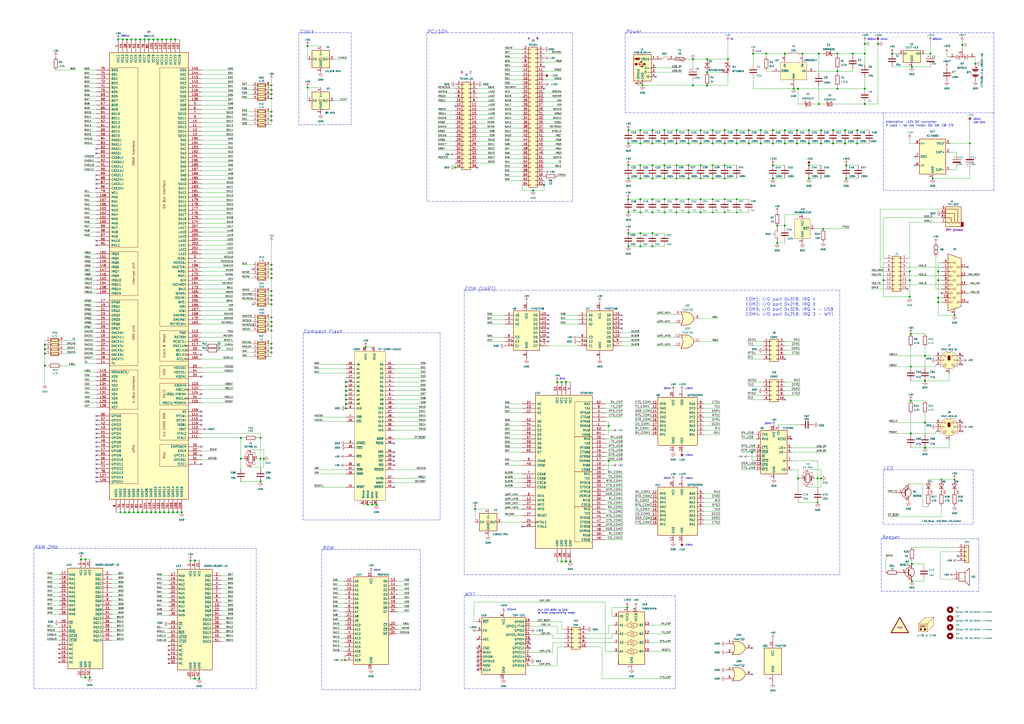
<source format=kicad_sch>
(kicad_sch (version 20211123) (generator eeschema)
  (paper "A2")
  (title_block (title "PC-KHARON-386-MAIN") (date "2021-12-17") (rev "A") (company "Eugene Lozovoy") (comment 1 "Miniature 386 IBMPC-compatible computer"))
  (lib_symbols
    (symbol "74xx:74LS138" (pin_names (offset 1.016))
      (property "Reference" "U" (at -7.62 11.43 0))
      (property "Value" "74LS138" (at -7.62 -13.97 0))
      (symbol "74LS138_1_0"
        (pin input line (at -12.7 7.62 0) (length 5.08) (name "A0") (number "1"))
        (pin output output_low (at 12.7 -5.08 180) (length 5.08) (name "O5") (number "10"))
        (pin output output_low (at 12.7 -2.54 180) (length 5.08) (name "O4") (number "11"))
        (pin output output_low (at 12.7 0 180) (length 5.08) (name "O3") (number "12"))
        (pin output output_low (at 12.7 2.54 180) (length 5.08) (name "O2") (number "13"))
        (pin output output_low (at 12.7 5.08 180) (length 5.08) (name "O1") (number "14"))
        (pin output output_low (at 12.7 7.62 180) (length 5.08) (name "O0") (number "15"))
        (pin power_in line (at 0 15.24 270) (length 5.08) (name "VCC") (number "16"))
        (pin input line (at -12.7 5.08 0) (length 5.08) (name "A1") (number "2"))
        (pin input line (at -12.7 2.54 0) (length 5.08) (name "A2") (number "3"))
        (pin input input_low (at -12.7 -10.16 0) (length 5.08) (name "E1") (number "4"))
        (pin input input_low (at -12.7 -7.62 0) (length 5.08) (name "E2") (number "5"))
        (pin input line (at -12.7 -5.08 0) (length 5.08) (name "E3") (number "6"))
        (pin output output_low (at 12.7 -10.16 180) (length 5.08) (name "O7") (number "7"))
        (pin power_in line (at 0 -17.78 90) (length 5.08) (name "GND") (number "8"))
        (pin output output_low (at 12.7 -7.62 180) (length 5.08) (name "O6") (number "9"))
      )
    )
    (symbol "74xx:74LS32" (pin_names (offset 1.016))
      (property "Reference" "U" (at 0 1.27 0))
      (property "Value" "74LS32" (at 0 -1.27 0))
      (symbol "74LS32_1_1"
        (pin input line (at -7.62 2.54 0) (length 4.318) (name "~") (number "1"))
        (pin input line (at -7.62 -2.54 0) (length 4.318) (name "~") (number "2"))
        (pin output line (at 7.62 0 180) (length 3.81) (name "~") (number "3"))
      )
      (symbol "74LS32_1_2"
        (pin input inverted (at -7.62 2.54 0) (length 3.81) (name "~") (number "1"))
        (pin input inverted (at -7.62 -2.54 0) (length 3.81) (name "~") (number "2"))
        (pin output inverted (at 7.62 0 180) (length 3.81) (name "~") (number "3"))
      )
      (symbol "74LS32_2_1"
        (pin input line (at -7.62 2.54 0) (length 4.318) (name "~") (number "4"))
        (pin input line (at -7.62 -2.54 0) (length 4.318) (name "~") (number "5"))
        (pin output line (at 7.62 0 180) (length 3.81) (name "~") (number "6"))
      )
      (symbol "74LS32_2_2"
        (pin input inverted (at -7.62 2.54 0) (length 3.81) (name "~") (number "4"))
        (pin input inverted (at -7.62 -2.54 0) (length 3.81) (name "~") (number "5"))
        (pin output inverted (at 7.62 0 180) (length 3.81) (name "~") (number "6"))
      )
      (symbol "74LS32_3_1"
        (pin input line (at -7.62 -2.54 0) (length 4.318) (name "~") (number "10"))
        (pin output line (at 7.62 0 180) (length 3.81) (name "~") (number "8"))
        (pin input line (at -7.62 2.54 0) (length 4.318) (name "~") (number "9"))
      )
      (symbol "74LS32_3_2"
        (pin input inverted (at -7.62 -2.54 0) (length 3.81) (name "~") (number "10"))
        (pin output inverted (at 7.62 0 180) (length 3.81) (name "~") (number "8"))
        (pin input inverted (at -7.62 2.54 0) (length 3.81) (name "~") (number "9"))
      )
      (symbol "74LS32_4_1"
        (pin output line (at 7.62 0 180) (length 3.81) (name "~") (number "11"))
        (pin input line (at -7.62 2.54 0) (length 4.318) (name "~") (number "12"))
        (pin input line (at -7.62 -2.54 0) (length 4.318) (name "~") (number "13"))
      )
      (symbol "74LS32_4_2"
        (pin output inverted (at 7.62 0 180) (length 3.81) (name "~") (number "11"))
        (pin input inverted (at -7.62 2.54 0) (length 3.81) (name "~") (number "12"))
        (pin input inverted (at -7.62 -2.54 0) (length 3.81) (name "~") (number "13"))
      )
      (symbol "74LS32_5_0"
        (pin power_in line (at 0 12.7 270) (length 5.08) (name "VCC") (number "14"))
        (pin power_in line (at 0 -12.7 90) (length 5.08) (name "GND") (number "7"))
      )
    )
    (symbol "Connector:AudioJack4"
      (property "Reference" "J" (at 0 8.89 0))
      (property "Value" "AudioJack4" (at 0 6.35 0))
      (symbol "AudioJack4_1_1"
        (pin passive line (at 5.08 -2.54 180) (length 2.54) (name "~") (number "R1"))
        (pin passive line (at 5.08 0 180) (length 2.54) (name "~") (number "R2"))
        (pin passive line (at 5.08 2.54 180) (length 2.54) (name "~") (number "S"))
        (pin passive line (at 5.08 -5.08 180) (length 2.54) (name "~") (number "T"))
      )
    )
    (symbol "Connector:DB15_Female_HighDensity_MountingHoles" (pin_names (offset 1.016) hide)
      (property "Reference" "J" (at 0 21.59 0))
      (property "Value" "DB15_Female_HighDensity_MountingHoles" (at 0 19.05 0))
      (symbol "DB15_Female_HighDensity_MountingHoles_1_1"
        (pin passive line (at 0 -17.78 90) (length 3.81) (name "~") (number "0"))
        (pin passive line (at -7.62 10.16 0) (length 5.08) (name "~") (number "1"))
        (pin passive line (at -7.62 -7.62 0) (length 5.08) (name "~") (number "10"))
        (pin passive line (at 7.62 10.16 180) (length 5.08) (name "~") (number "11"))
        (pin passive line (at 7.62 5.08 180) (length 5.08) (name "~") (number "12"))
        (pin passive line (at 7.62 0 180) (length 5.08) (name "~") (number "13"))
        (pin passive line (at 7.62 -5.08 180) (length 5.08) (name "~") (number "14"))
        (pin passive line (at 7.62 -10.16 180) (length 5.08) (name "~") (number "15"))
        (pin passive line (at -7.62 5.08 0) (length 5.08) (name "~") (number "2"))
        (pin passive line (at -7.62 0 0) (length 5.08) (name "~") (number "3"))
        (pin passive line (at -7.62 -5.08 0) (length 5.08) (name "~") (number "4"))
        (pin passive line (at -7.62 -10.16 0) (length 5.08) (name "~") (number "5"))
        (pin passive line (at -7.62 12.7 0) (length 5.08) (name "~") (number "6"))
        (pin passive line (at -7.62 7.62 0) (length 5.08) (name "~") (number "7"))
        (pin passive line (at -7.62 2.54 0) (length 5.08) (name "~") (number "8"))
        (pin passive line (at -7.62 -2.54 0) (length 5.08) (name "~") (number "9"))
      )
    )
    (symbol "Connector:USB_B_Micro" (pin_names (offset 1.016))
      (property "Reference" "J" (at -5.08 11.43 0))
      (property "Value" "USB_B_Micro" (at -5.08 8.89 0))
      (symbol "USB_B_Micro_1_1"
        (pin power_out line (at 7.62 5.08 180) (length 2.54) (name "VBUS") (number "1"))
        (pin bidirectional line (at 7.62 -2.54 180) (length 2.54) (name "D-") (number "2"))
        (pin bidirectional line (at 7.62 0 180) (length 2.54) (name "D+") (number "3"))
        (pin passive line (at 7.62 -5.08 180) (length 2.54) (name "ID") (number "4"))
        (pin power_out line (at 0 -10.16 90) (length 2.54) (name "GND") (number "5"))
        (pin passive line (at -2.54 -10.16 90) (length 2.54) (name "Shield") (number "6"))
      )
    )
    (symbol "Connector_Generic:Conn_01x04" (pin_names (offset 1.016) hide)
      (property "Reference" "J" (at 0 5.08 0))
      (property "Value" "Conn_01x04" (at 0 -7.62 0))
      (symbol "Conn_01x04_1_1"
        (pin passive line (at -5.08 2.54 0) (length 3.81) (name "Pin_1") (number "1"))
        (pin passive line (at -5.08 0 0) (length 3.81) (name "Pin_2") (number "2"))
        (pin passive line (at -5.08 -2.54 0) (length 3.81) (name "Pin_3") (number "3"))
        (pin passive line (at -5.08 -5.08 0) (length 3.81) (name "Pin_4") (number "4"))
      )
    )
    (symbol "Connector_Generic:Conn_02x05_Odd_Even" (pin_names (offset 1.016) hide)
      (property "Reference" "J" (at 1.27 7.62 0))
      (property "Value" "Conn_02x05_Odd_Even" (at 1.27 -7.62 0))
      (symbol "Conn_02x05_Odd_Even_1_1"
        (pin passive line (at -5.08 5.08 0) (length 3.81) (name "Pin_1") (number "1"))
        (pin passive line (at 7.62 -5.08 180) (length 3.81) (name "Pin_10") (number "10"))
        (pin passive line (at 7.62 5.08 180) (length 3.81) (name "Pin_2") (number "2"))
        (pin passive line (at -5.08 2.54 0) (length 3.81) (name "Pin_3") (number "3"))
        (pin passive line (at 7.62 2.54 180) (length 3.81) (name "Pin_4") (number "4"))
        (pin passive line (at -5.08 0 0) (length 3.81) (name "Pin_5") (number "5"))
        (pin passive line (at 7.62 0 180) (length 3.81) (name "Pin_6") (number "6"))
        (pin passive line (at -5.08 -2.54 0) (length 3.81) (name "Pin_7") (number "7"))
        (pin passive line (at 7.62 -2.54 180) (length 3.81) (name "Pin_8") (number "8"))
        (pin passive line (at -5.08 -5.08 0) (length 3.81) (name "Pin_9") (number "9"))
      )
    )
    (symbol "Connector_Generic:Conn_02x08_Odd_Even" (pin_names (offset 1.016) hide)
      (property "Reference" "J" (at 1.27 10.16 0))
      (property "Value" "Conn_02x08_Odd_Even" (at 1.27 -12.7 0))
      (symbol "Conn_02x08_Odd_Even_1_1"
        (pin passive line (at -5.08 7.62 0) (length 3.81) (name "Pin_1") (number "1"))
        (pin passive line (at 7.62 -2.54 180) (length 3.81) (name "Pin_10") (number "10"))
        (pin passive line (at -5.08 -5.08 0) (length 3.81) (name "Pin_11") (number "11"))
        (pin passive line (at 7.62 -5.08 180) (length 3.81) (name "Pin_12") (number "12"))
        (pin passive line (at -5.08 -7.62 0) (length 3.81) (name "Pin_13") (number "13"))
        (pin passive line (at 7.62 -7.62 180) (length 3.81) (name "Pin_14") (number "14"))
        (pin passive line (at -5.08 -10.16 0) (length 3.81) (name "Pin_15") (number "15"))
        (pin passive line (at 7.62 -10.16 180) (length 3.81) (name "Pin_16") (number "16"))
        (pin passive line (at 7.62 7.62 180) (length 3.81) (name "Pin_2") (number "2"))
        (pin passive line (at -5.08 5.08 0) (length 3.81) (name "Pin_3") (number "3"))
        (pin passive line (at 7.62 5.08 180) (length 3.81) (name "Pin_4") (number "4"))
        (pin passive line (at -5.08 2.54 0) (length 3.81) (name "Pin_5") (number "5"))
        (pin passive line (at 7.62 2.54 180) (length 3.81) (name "Pin_6") (number "6"))
        (pin passive line (at -5.08 0 0) (length 3.81) (name "Pin_7") (number "7"))
        (pin passive line (at 7.62 0 180) (length 3.81) (name "Pin_8") (number "8"))
        (pin passive line (at -5.08 -2.54 0) (length 3.81) (name "Pin_9") (number "9"))
      )
    )
    (symbol "Connector_Generic:Conn_02x20_Odd_Even" (pin_names (offset 1.016) hide)
      (property "Reference" "J" (at 1.27 25.4 0))
      (property "Value" "Conn_02x20_Odd_Even" (at 1.27 -27.94 0))
      (symbol "Conn_02x20_Odd_Even_1_1"
        (pin passive line (at -5.08 22.86 0) (length 3.81) (name "Pin_1") (number "1"))
        (pin passive line (at 7.62 12.7 180) (length 3.81) (name "Pin_10") (number "10"))
        (pin passive line (at -5.08 10.16 0) (length 3.81) (name "Pin_11") (number "11"))
        (pin passive line (at 7.62 10.16 180) (length 3.81) (name "Pin_12") (number "12"))
        (pin passive line (at -5.08 7.62 0) (length 3.81) (name "Pin_13") (number "13"))
        (pin passive line (at 7.62 7.62 180) (length 3.81) (name "Pin_14") (number "14"))
        (pin passive line (at -5.08 5.08 0) (length 3.81) (name "Pin_15") (number "15"))
        (pin passive line (at 7.62 5.08 180) (length 3.81) (name "Pin_16") (number "16"))
        (pin passive line (at -5.08 2.54 0) (length 3.81) (name "Pin_17") (number "17"))
        (pin passive line (at 7.62 2.54 180) (length 3.81) (name "Pin_18") (number "18"))
        (pin passive line (at -5.08 0 0) (length 3.81) (name "Pin_19") (number "19"))
        (pin passive line (at 7.62 22.86 180) (length 3.81) (name "Pin_2") (number "2"))
        (pin passive line (at 7.62 0 180) (length 3.81) (name "Pin_20") (number "20"))
        (pin passive line (at -5.08 -2.54 0) (length 3.81) (name "Pin_21") (number "21"))
        (pin passive line (at 7.62 -2.54 180) (length 3.81) (name "Pin_22") (number "22"))
        (pin passive line (at -5.08 -5.08 0) (length 3.81) (name "Pin_23") (number "23"))
        (pin passive line (at 7.62 -5.08 180) (length 3.81) (name "Pin_24") (number "24"))
        (pin passive line (at -5.08 -7.62 0) (length 3.81) (name "Pin_25") (number "25"))
        (pin passive line (at 7.62 -7.62 180) (length 3.81) (name "Pin_26") (number "26"))
        (pin passive line (at -5.08 -10.16 0) (length 3.81) (name "Pin_27") (number "27"))
        (pin passive line (at 7.62 -10.16 180) (length 3.81) (name "Pin_28") (number "28"))
        (pin passive line (at -5.08 -12.7 0) (length 3.81) (name "Pin_29") (number "29"))
        (pin passive line (at -5.08 20.32 0) (length 3.81) (name "Pin_3") (number "3"))
        (pin passive line (at 7.62 -12.7 180) (length 3.81) (name "Pin_30") (number "30"))
        (pin passive line (at -5.08 -15.24 0) (length 3.81) (name "Pin_31") (number "31"))
        (pin passive line (at 7.62 -15.24 180) (length 3.81) (name "Pin_32") (number "32"))
        (pin passive line (at -5.08 -17.78 0) (length 3.81) (name "Pin_33") (number "33"))
        (pin passive line (at 7.62 -17.78 180) (length 3.81) (name "Pin_34") (number "34"))
        (pin passive line (at -5.08 -20.32 0) (length 3.81) (name "Pin_35") (number "35"))
        (pin passive line (at 7.62 -20.32 180) (length 3.81) (name "Pin_36") (number "36"))
        (pin passive line (at -5.08 -22.86 0) (length 3.81) (name "Pin_37") (number "37"))
        (pin passive line (at 7.62 -22.86 180) (length 3.81) (name "Pin_38") (number "38"))
        (pin passive line (at -5.08 -25.4 0) (length 3.81) (name "Pin_39") (number "39"))
        (pin passive line (at 7.62 20.32 180) (length 3.81) (name "Pin_4") (number "4"))
        (pin passive line (at 7.62 -25.4 180) (length 3.81) (name "Pin_40") (number "40"))
        (pin passive line (at -5.08 17.78 0) (length 3.81) (name "Pin_5") (number "5"))
        (pin passive line (at 7.62 17.78 180) (length 3.81) (name "Pin_6") (number "6"))
        (pin passive line (at -5.08 15.24 0) (length 3.81) (name "Pin_7") (number "7"))
        (pin passive line (at 7.62 15.24 180) (length 3.81) (name "Pin_8") (number "8"))
        (pin passive line (at -5.08 12.7 0) (length 3.81) (name "Pin_9") (number "9"))
      )
    )
    (symbol "Connector_Generic:Conn_02x32_Odd_Even" (pin_names (offset 1.016) hide)
      (property "Reference" "J" (at 1.27 40.64 0))
      (property "Value" "Conn_02x32_Odd_Even" (at 1.27 -43.18 0))
      (symbol "Conn_02x32_Odd_Even_1_1"
        (pin passive line (at -5.08 38.1 0) (length 3.81) (name "Pin_1") (number "1"))
        (pin passive line (at 7.62 27.94 180) (length 3.81) (name "Pin_10") (number "10"))
        (pin passive line (at -5.08 25.4 0) (length 3.81) (name "Pin_11") (number "11"))
        (pin passive line (at 7.62 25.4 180) (length 3.81) (name "Pin_12") (number "12"))
        (pin passive line (at -5.08 22.86 0) (length 3.81) (name "Pin_13") (number "13"))
        (pin passive line (at 7.62 22.86 180) (length 3.81) (name "Pin_14") (number "14"))
        (pin passive line (at -5.08 20.32 0) (length 3.81) (name "Pin_15") (number "15"))
        (pin passive line (at 7.62 20.32 180) (length 3.81) (name "Pin_16") (number "16"))
        (pin passive line (at -5.08 17.78 0) (length 3.81) (name "Pin_17") (number "17"))
        (pin passive line (at 7.62 17.78 180) (length 3.81) (name "Pin_18") (number "18"))
        (pin passive line (at -5.08 15.24 0) (length 3.81) (name "Pin_19") (number "19"))
        (pin passive line (at 7.62 38.1 180) (length 3.81) (name "Pin_2") (number "2"))
        (pin passive line (at 7.62 15.24 180) (length 3.81) (name "Pin_20") (number "20"))
        (pin passive line (at -5.08 12.7 0) (length 3.81) (name "Pin_21") (number "21"))
        (pin passive line (at 7.62 12.7 180) (length 3.81) (name "Pin_22") (number "22"))
        (pin passive line (at -5.08 10.16 0) (length 3.81) (name "Pin_23") (number "23"))
        (pin passive line (at 7.62 10.16 180) (length 3.81) (name "Pin_24") (number "24"))
        (pin passive line (at -5.08 7.62 0) (length 3.81) (name "Pin_25") (number "25"))
        (pin passive line (at 7.62 7.62 180) (length 3.81) (name "Pin_26") (number "26"))
        (pin passive line (at -5.08 5.08 0) (length 3.81) (name "Pin_27") (number "27"))
        (pin passive line (at 7.62 5.08 180) (length 3.81) (name "Pin_28") (number "28"))
        (pin passive line (at -5.08 2.54 0) (length 3.81) (name "Pin_29") (number "29"))
        (pin passive line (at -5.08 35.56 0) (length 3.81) (name "Pin_3") (number "3"))
        (pin passive line (at 7.62 2.54 180) (length 3.81) (name "Pin_30") (number "30"))
        (pin passive line (at -5.08 0 0) (length 3.81) (name "Pin_31") (number "31"))
        (pin passive line (at 7.62 0 180) (length 3.81) (name "Pin_32") (number "32"))
        (pin passive line (at -5.08 -2.54 0) (length 3.81) (name "Pin_33") (number "33"))
        (pin passive line (at 7.62 -2.54 180) (length 3.81) (name "Pin_34") (number "34"))
        (pin passive line (at -5.08 -5.08 0) (length 3.81) (name "Pin_35") (number "35"))
        (pin passive line (at 7.62 -5.08 180) (length 3.81) (name "Pin_36") (number "36"))
        (pin passive line (at -5.08 -7.62 0) (length 3.81) (name "Pin_37") (number "37"))
        (pin passive line (at 7.62 -7.62 180) (length 3.81) (name "Pin_38") (number "38"))
        (pin passive line (at -5.08 -10.16 0) (length 3.81) (name "Pin_39") (number "39"))
        (pin passive line (at 7.62 35.56 180) (length 3.81) (name "Pin_4") (number "4"))
        (pin passive line (at 7.62 -10.16 180) (length 3.81) (name "Pin_40") (number "40"))
        (pin passive line (at -5.08 -12.7 0) (length 3.81) (name "Pin_41") (number "41"))
        (pin passive line (at 7.62 -12.7 180) (length 3.81) (name "Pin_42") (number "42"))
        (pin passive line (at -5.08 -15.24 0) (length 3.81) (name "Pin_43") (number "43"))
        (pin passive line (at 7.62 -15.24 180) (length 3.81) (name "Pin_44") (number "44"))
        (pin passive line (at -5.08 -17.78 0) (length 3.81) (name "Pin_45") (number "45"))
        (pin passive line (at 7.62 -17.78 180) (length 3.81) (name "Pin_46") (number "46"))
        (pin passive line (at -5.08 -20.32 0) (length 3.81) (name "Pin_47") (number "47"))
        (pin passive line (at 7.62 -20.32 180) (length 3.81) (name "Pin_48") (number "48"))
        (pin passive line (at -5.08 -22.86 0) (length 3.81) (name "Pin_49") (number "49"))
        (pin passive line (at -5.08 33.02 0) (length 3.81) (name "Pin_5") (number "5"))
        (pin passive line (at 7.62 -22.86 180) (length 3.81) (name "Pin_50") (number "50"))
        (pin passive line (at -5.08 -25.4 0) (length 3.81) (name "Pin_51") (number "51"))
        (pin passive line (at 7.62 -25.4 180) (length 3.81) (name "Pin_52") (number "52"))
        (pin passive line (at -5.08 -27.94 0) (length 3.81) (name "Pin_53") (number "53"))
        (pin passive line (at 7.62 -27.94 180) (length 3.81) (name "Pin_54") (number "54"))
        (pin passive line (at -5.08 -30.48 0) (length 3.81) (name "Pin_55") (number "55"))
        (pin passive line (at 7.62 -30.48 180) (length 3.81) (name "Pin_56") (number "56"))
        (pin passive line (at -5.08 -33.02 0) (length 3.81) (name "Pin_57") (number "57"))
        (pin passive line (at 7.62 -33.02 180) (length 3.81) (name "Pin_58") (number "58"))
        (pin passive line (at -5.08 -35.56 0) (length 3.81) (name "Pin_59") (number "59"))
        (pin passive line (at 7.62 33.02 180) (length 3.81) (name "Pin_6") (number "6"))
        (pin passive line (at 7.62 -35.56 180) (length 3.81) (name "Pin_60") (number "60"))
        (pin passive line (at -5.08 -38.1 0) (length 3.81) (name "Pin_61") (number "61"))
        (pin passive line (at 7.62 -38.1 180) (length 3.81) (name "Pin_62") (number "62"))
        (pin passive line (at -5.08 -40.64 0) (length 3.81) (name "Pin_63") (number "63"))
        (pin passive line (at 7.62 -40.64 180) (length 3.81) (name "Pin_64") (number "64"))
        (pin passive line (at -5.08 30.48 0) (length 3.81) (name "Pin_7") (number "7"))
        (pin passive line (at 7.62 30.48 180) (length 3.81) (name "Pin_8") (number "8"))
        (pin passive line (at -5.08 27.94 0) (length 3.81) (name "Pin_9") (number "9"))
      )
    )
    (symbol "Device:Battery" (pin_numbers hide) (pin_names (offset 0) hide)
      (property "Reference" "BT" (at 2.54 2.54 0))
      (property "Value" "Battery" (at 2.54 0 0))
      (symbol "Battery_1_1"
        (pin passive line (at 0 5.08 270) (length 2.54) (name "+") (number "1"))
        (pin passive line (at 0 -5.08 90) (length 2.54) (name "-") (number "2"))
      )
    )
    (symbol "Device:C" (pin_numbers hide) (pin_names (offset 0.254))
      (property "Reference" "C" (at 0.635 2.54 0))
      (property "Value" "C" (at 0.635 -2.54 0))
      (symbol "C_1_1"
        (pin passive line (at 0 3.81 270) (length 2.794) (name "~") (number "1"))
        (pin passive line (at 0 -3.81 90) (length 2.794) (name "~") (number "2"))
      )
    )
    (symbol "Device:C_Polarized" (pin_numbers hide) (pin_names (offset 0.254))
      (property "Reference" "C" (at 0.635 2.54 0))
      (property "Value" "C_Polarized" (at 0.635 -2.54 0))
      (symbol "C_Polarized_1_1"
        (pin passive line (at 0 3.81 270) (length 2.794) (name "~") (number "1"))
        (pin passive line (at 0 -3.81 90) (length 2.794) (name "~") (number "2"))
      )
    )
    (symbol "Device:Crystal_GND23" (pin_names (offset 1.016) hide)
      (property "Reference" "Y" (at 3.175 5.08 0))
      (property "Value" "Crystal_GND23" (at 3.175 3.175 0))
      (symbol "Crystal_GND23_1_1"
        (pin passive line (at -3.81 0 0) (length 1.27) (name "1") (number "1"))
        (pin passive line (at 0 5.08 270) (length 1.27) (name "2") (number "2"))
        (pin passive line (at 0 -5.08 90) (length 1.27) (name "3") (number "3"))
        (pin passive line (at 3.81 0 180) (length 1.27) (name "4") (number "4"))
      )
    )
    (symbol "Device:Crystal_GND24" (pin_names (offset 1.016) hide)
      (property "Reference" "Y" (at 3.175 5.08 0))
      (property "Value" "Crystal_GND24" (at 3.175 3.175 0))
      (symbol "Crystal_GND24_1_1"
        (pin passive line (at -3.81 0 0) (length 1.27) (name "1") (number "1"))
        (pin passive line (at 0 5.08 270) (length 1.27) (name "2") (number "2"))
        (pin passive line (at 3.81 0 180) (length 1.27) (name "3") (number "3"))
        (pin passive line (at 0 -5.08 90) (length 1.27) (name "4") (number "4"))
      )
    )
    (symbol "Device:D_Zener" (pin_numbers hide) (pin_names (offset 1.016) hide)
      (property "Reference" "D" (at 0 2.54 0))
      (property "Value" "D_Zener" (at 0 -2.54 0))
      (symbol "D_Zener_1_1"
        (pin passive line (at -3.81 0 0) (length 2.54) (name "K") (number "1"))
        (pin passive line (at 3.81 0 180) (length 2.54) (name "A") (number "2"))
      )
    )
    (symbol "Device:L" (pin_numbers hide) (pin_names (offset 1.016) hide)
      (property "Reference" "L" (at -1.27 0 90))
      (property "Value" "L" (at 1.905 0 90))
      (symbol "L_1_1"
        (pin passive line (at 0 3.81 270) (length 1.27) (name "1") (number "1"))
        (pin passive line (at 0 -3.81 90) (length 1.27) (name "2") (number "2"))
      )
    )
    (symbol "Device:LED" (pin_numbers hide) (pin_names (offset 1.016) hide)
      (property "Reference" "D" (at 0 2.54 0))
      (property "Value" "LED" (at 0 -2.54 0))
      (symbol "LED_1_1"
        (pin passive line (at -3.81 0 0) (length 2.54) (name "K") (number "1"))
        (pin passive line (at 3.81 0 180) (length 2.54) (name "A") (number "2"))
      )
    )
    (symbol "Device:Polyfuse" (pin_numbers hide) (pin_names (offset 0))
      (property "Reference" "F" (at -2.54 0 90))
      (property "Value" "Polyfuse" (at 2.54 0 90))
      (symbol "Polyfuse_1_1"
        (pin passive line (at 0 3.81 270) (length 1.27) (name "~") (number "1"))
        (pin passive line (at 0 -3.81 90) (length 1.27) (name "~") (number "2"))
      )
    )
    (symbol "Device:Q_SCR_KAG" (pin_names (offset 0) hide)
      (property "Reference" "D" (at 1.905 0.635 0))
      (property "Value" "Q_SCR_KAG" (at 1.905 -1.27 0))
      (symbol "Q_SCR_KAG_1_1"
        (pin passive line (at 0 -3.81 90) (length 2.54) (name "K") (number "1"))
        (pin passive line (at 0 3.81 270) (length 2.54) (name "A") (number "2"))
        (pin input line (at -3.81 -2.54 0) (length 2.54) (name "G") (number "3"))
      )
    )
    (symbol "Device:R" (pin_numbers hide) (pin_names (offset 0))
      (property "Reference" "R" (at 2.032 0 90))
      (property "Value" "R" (at 0 0 90))
      (symbol "R_1_1"
        (pin passive line (at 0 3.81 270) (length 1.27) (name "~") (number "1"))
        (pin passive line (at 0 -3.81 90) (length 1.27) (name "~") (number "2"))
      )
    )
    (symbol "Device:R_Pack04" (pin_names (offset 0) hide)
      (property "Reference" "RN" (at -7.62 0 90))
      (property "Value" "R_Pack04" (at 5.08 0 90))
      (symbol "R_Pack04_1_1"
        (pin passive line (at -5.08 -5.08 90) (length 2.54) (name "R1.1") (number "1"))
        (pin passive line (at -2.54 -5.08 90) (length 2.54) (name "R2.1") (number "2"))
        (pin passive line (at 0 -5.08 90) (length 2.54) (name "R3.1") (number "3"))
        (pin passive line (at 2.54 -5.08 90) (length 2.54) (name "R4.1") (number "4"))
        (pin passive line (at 2.54 5.08 270) (length 2.54) (name "R4.2") (number "5"))
        (pin passive line (at 0 5.08 270) (length 2.54) (name "R3.2") (number "6"))
        (pin passive line (at -2.54 5.08 270) (length 2.54) (name "R2.2") (number "7"))
        (pin passive line (at -5.08 5.08 270) (length 2.54) (name "R1.2") (number "8"))
      )
    )
    (symbol "Device:Speaker" (pin_names (offset 0) hide)
      (property "Reference" "LS" (at 1.27 5.715 0))
      (property "Value" "Speaker" (at 1.27 3.81 0))
      (symbol "Speaker_1_1"
        (pin input line (at -5.08 0 0) (length 2.54) (name "1") (number "1"))
        (pin input line (at -5.08 -2.54 0) (length 2.54) (name "2") (number "2"))
      )
    )
    (symbol "Diode:BAT54C" (pin_names (offset 1.016))
      (property "Reference" "D" (at 0.635 -3.81 0))
      (property "Value" "BAT54C" (at -6.35 3.175 0))
      (symbol "BAT54C_1_1"
        (pin passive line (at -7.62 0 0) (length 3.81) (name "~") (number "1"))
        (pin passive line (at 7.62 0 180) (length 3.81) (name "~") (number "2"))
        (pin passive line (at 0 -5.08 90) (length 5.08) (name "~") (number "3"))
      )
    )
    (symbol "Diode:MBR0520" (pin_numbers hide) (pin_names (offset 1.016) hide)
      (property "Reference" "D" (at 0 2.54 0))
      (property "Value" "MBR0520" (at 0 -2.54 0))
      (symbol "MBR0520_1_1"
        (pin passive line (at -3.81 0 0) (length 2.54) (name "K") (number "1"))
        (pin passive line (at 3.81 0 180) (length 2.54) (name "A") (number "2"))
      )
    )
    (symbol "Interface_UART:GD75232PW" (pin_names (offset 1.016))
      (property "Reference" "U" (at -11.43 15.24 0))
      (property "Value" "GD75232PW" (at 5.08 15.24 0))
      (symbol "GD75232PW_1_1"
        (pin power_in line (at 2.54 17.78 270) (length 3.81) (name "VDD") (number "1"))
        (pin power_in line (at 2.54 -17.78 90) (length 3.81) (name "VSS") (number "10"))
        (pin power_in line (at -2.54 -17.78 90) (length 3.81) (name "GND") (number "11"))
        (pin output line (at -15.24 10.16 0) (length 3.81) (name "RY5") (number "12"))
        (pin input line (at -15.24 7.62 0) (length 3.81) (name "DA3") (number "13"))
        (pin output line (at -15.24 5.08 0) (length 3.81) (name "RY4") (number "14"))
        (pin input line (at -15.24 2.54 0) (length 3.81) (name "DA2") (number "15"))
        (pin input line (at -15.24 0 0) (length 3.81) (name "DA1") (number "16"))
        (pin output line (at -15.24 -2.54 0) (length 3.81) (name "RY3") (number "17"))
        (pin output line (at -15.24 -5.08 0) (length 3.81) (name "RY2") (number "18"))
        (pin output line (at -15.24 -7.62 0) (length 3.81) (name "RY1") (number "19"))
        (pin input line (at 15.24 -7.62 180) (length 3.81) (name "RA1") (number "2"))
        (pin power_in line (at -2.54 17.78 270) (length 3.81) (name "VCC") (number "20"))
        (pin input line (at 15.24 -5.08 180) (length 3.81) (name "RA2") (number "3"))
        (pin input line (at 15.24 -2.54 180) (length 3.81) (name "RA3") (number "4"))
        (pin output line (at 15.24 0 180) (length 3.81) (name "DY1") (number "5"))
        (pin output line (at 15.24 2.54 180) (length 3.81) (name "DY2") (number "6"))
        (pin input line (at 15.24 5.08 180) (length 3.81) (name "RA4") (number "7"))
        (pin output line (at 15.24 7.62 180) (length 3.81) (name "DY3") (number "8"))
        (pin input line (at 15.24 10.16 180) (length 3.81) (name "RA5") (number "9"))
      )
    )
    (symbol "Interface_USB:CH340G"
      (property "Reference" "U" (at -5.08 13.97 0))
      (property "Value" "CH340G" (at 1.27 13.97 0))
      (symbol "CH340G_1_1"
        (pin power_in line (at 0 -15.24 90) (length 2.54) (name "GND") (number "1"))
        (pin input line (at 10.16 0 180) (length 2.54) (name "~{DSR}") (number "10"))
        (pin input line (at 10.16 -2.54 180) (length 2.54) (name "~{RI}") (number "11"))
        (pin input line (at 10.16 -5.08 180) (length 2.54) (name "~{DCD}") (number "12"))
        (pin output line (at 10.16 -7.62 180) (length 2.54) (name "~{DTR}") (number "13"))
        (pin output line (at 10.16 -10.16 180) (length 2.54) (name "~{RTS}") (number "14"))
        (pin input line (at -10.16 7.62 0) (length 2.54) (name "R232") (number "15"))
        (pin power_in line (at 0 15.24 270) (length 2.54) (name "VCC") (number "16"))
        (pin output line (at 10.16 10.16 180) (length 2.54) (name "TXD") (number "2"))
        (pin input line (at 10.16 7.62 180) (length 2.54) (name "RXD") (number "3"))
        (pin passive line (at -2.54 15.24 270) (length 2.54) (name "V3") (number "4"))
        (pin bidirectional line (at -10.16 2.54 0) (length 2.54) (name "UD+") (number "5"))
        (pin bidirectional line (at -10.16 0 0) (length 2.54) (name "UD-") (number "6"))
        (pin input line (at -10.16 -5.08 0) (length 2.54) (name "XI") (number "7"))
        (pin output line (at -10.16 -10.16 0) (length 2.54) (name "XO") (number "8"))
        (pin input line (at 10.16 2.54 180) (length 2.54) (name "~{CTS}") (number "9"))
      )
    )
    (symbol "Logic_LevelTranslator:TXB0104PW"
      (property "Reference" "U" (at -6.35 16.51 0))
      (property "Value" "TXB0104PW" (at 3.81 16.51 0))
      (symbol "TXB0104PW_1_1"
        (pin power_in line (at -2.54 17.78 270) (length 2.54) (name "VCCA") (number "1"))
        (pin bidirectional line (at 10.16 -7.62 180) (length 2.54) (name "B4") (number "10"))
        (pin bidirectional line (at 10.16 -2.54 180) (length 2.54) (name "B3") (number "11"))
        (pin bidirectional line (at 10.16 2.54 180) (length 2.54) (name "B2") (number "12"))
        (pin bidirectional line (at 10.16 7.62 180) (length 2.54) (name "B1") (number "13"))
        (pin power_in line (at 2.54 17.78 270) (length 2.54) (name "VCCB") (number "14"))
        (pin bidirectional line (at -10.16 7.62 0) (length 2.54) (name "A1") (number "2"))
        (pin bidirectional line (at -10.16 2.54 0) (length 2.54) (name "A2") (number "3"))
        (pin bidirectional line (at -10.16 -2.54 0) (length 2.54) (name "A3") (number "4"))
        (pin bidirectional line (at -10.16 -7.62 0) (length 2.54) (name "A4") (number "5"))
        (pin no_connect line (at -10.16 -12.7 0) (length 2.54) hide (name "NC") (number "6"))
        (pin power_in line (at 0 -17.78 90) (length 2.54) (name "GND") (number "7"))
        (pin input line (at -10.16 12.7 0) (length 2.54) (name "OE") (number "8"))
        (pin no_connect line (at 10.16 -12.7 180) (length 2.54) hide (name "NC") (number "9"))
      )
    )
    (symbol "MSM5118160F-JS_1"
      (property "Reference" "U" (at -10.16 30.48 0))
      (property "Value" "MSM5118160F-JS_1" (at 12.7 30.48 0))
      (symbol "MSM5118160F-JS_1_0_0"
        (pin power_in line (at -2.54 34.29 270) (length 5.08) (name "VCC") (number "1"))
        (pin bidirectional line (at 15.24 7.62 180) (length 5.08) (name "DQ7") (number "10"))
        (pin no_connect line (at -15.24 -15.24 0) (length 5.08) (name "NC") (number "11"))
        (pin no_connect line (at -15.24 -17.78 0) (length 5.08) (name "NC") (number "12"))
        (pin input line (at -15.24 -5.08 0) (length 5.08) (name "~{W}") (number "13"))
        (pin input line (at -15.24 -7.62 0) (length 5.08) (name "~{RAS}") (number "14"))
        (pin no_connect line (at -15.24 -20.32 0) (length 5.08) (name "NC") (number "15"))
        (pin no_connect line (at -15.24 -22.86 0) (length 5.08) (name "NC") (number "16"))
        (pin input line (at -15.24 25.4 0) (length 5.08) (name "MA0") (number "17"))
        (pin input line (at -15.24 22.86 0) (length 5.08) (name "MA1") (number "18"))
        (pin input line (at -15.24 20.32 0) (length 5.08) (name "MA2") (number "19"))
        (pin bidirectional line (at 15.24 25.4 180) (length 5.08) (name "DQ0") (number "2"))
        (pin input line (at -15.24 17.78 0) (length 5.08) (name "MA3") (number "20"))
        (pin power_in line (at 2.54 34.29 270) (length 5.08) (name "VCC") (number "21"))
        (pin power_in line (at -2.54 -34.29 90) (length 5.08) (name "GND") (number "22"))
        (pin input line (at -15.24 15.24 0) (length 5.08) (name "MA4") (number "23"))
        (pin input line (at -15.24 12.7 0) (length 5.08) (name "MA5") (number "24"))
        (pin input line (at -15.24 10.16 0) (length 5.08) (name "MA6") (number "25"))
        (pin input line (at -15.24 7.62 0) (length 5.08) (name "MA7") (number "26"))
        (pin input line (at -15.24 5.08 0) (length 5.08) (name "MA8") (number "27"))
        (pin input line (at -15.24 2.54 0) (length 5.08) (name "MA9") (number "28"))
        (pin input line (at -15.24 -2.54 0) (length 5.08) (name "~{OE}") (number "29"))
        (pin bidirectional line (at 15.24 22.86 180) (length 5.08) (name "DQ1") (number "3"))
        (pin input line (at -15.24 -10.16 0) (length 5.08) (name "~{UCAS}") (number "30"))
        (pin input line (at -15.24 -12.7 0) (length 5.08) (name "~{LCAS}") (number "31"))
        (pin no_connect line (at -15.24 -25.4 0) (length 5.08) (name "NC") (number "32"))
        (pin bidirectional line (at 15.24 5.08 180) (length 5.08) (name "DQ8") (number "33"))
        (pin bidirectional line (at 15.24 2.54 180) (length 5.08) (name "DQ9") (number "34"))
        (pin bidirectional line (at 15.24 0 180) (length 5.08) (name "DQ10") (number "35"))
        (pin bidirectional line (at 15.24 -2.54 180) (length 5.08) (name "DQ11") (number "36"))
        (pin power_in line (at 0 -34.29 90) (length 5.08) (name "GND") (number "37"))
        (pin bidirectional line (at 15.24 -5.08 180) (length 5.08) (name "DQ12") (number "38"))
        (pin bidirectional line (at 15.24 -7.62 180) (length 5.08) (name "DQ13") (number "39"))
        (pin bidirectional line (at 15.24 20.32 180) (length 5.08) (name "DQ2") (number "4"))
        (pin bidirectional line (at 15.24 -10.16 180) (length 5.08) (name "DQ14") (number "40"))
        (pin bidirectional line (at 15.24 -12.7 180) (length 5.08) (name "DQ15") (number "41"))
        (pin power_in line (at 2.54 -34.29 90) (length 5.08) (name "GND") (number "42"))
        (pin bidirectional line (at 15.24 17.78 180) (length 5.08) (name "DQ3") (number "5"))
        (pin power_in line (at 0 34.29 270) (length 5.08) (name "VCC") (number "6"))
        (pin bidirectional line (at 15.24 15.24 180) (length 5.08) (name "DQ4") (number "7"))
        (pin bidirectional line (at 15.24 12.7 180) (length 5.08) (name "DQ5") (number "8"))
        (pin bidirectional line (at 15.24 10.16 180) (length 5.08) (name "DQ6") (number "9"))
      )
    )
    (symbol "Mechanical:Housing" (pin_names (offset 1.016))
      (property "Reference" "N" (at 3.81 0 0))
      (property "Value" "Housing" (at 3.81 -1.905 0))
    )
    (symbol "Mechanical:MountingHole" (pin_names (offset 1.016))
      (property "Reference" "H" (at 0 5.08 0))
      (property "Value" "MountingHole" (at 0 3.175 0))
    )
    (symbol "Mini-DIN-6_1" (pin_names (offset 1.016))
      (property "Reference" "J" (at 0 6.35 0))
      (property "Value" "Mini-DIN-6_1" (at 6.985 -6.35 0))
      (symbol "Mini-DIN-6_1_1_1"
        (pin passive line (at 0 -7.62 90) (length 2.54) (name "~") (number "0"))
        (pin passive line (at 7.62 -2.54 180) (length 2.54) (name "~") (number "1"))
        (pin passive line (at -7.62 -2.54 0) (length 2.54) (name "~") (number "2"))
        (pin passive line (at 7.62 0 180) (length 2.54) (name "~") (number "3"))
        (pin passive line (at -7.62 0 0) (length 2.54) (name "~") (number "4"))
        (pin passive line (at 7.62 2.54 180) (length 2.54) (name "~") (number "5"))
        (pin passive line (at -7.62 2.54 0) (length 2.54) (name "~") (number "6"))
      )
    )
    (symbol "Oscillator:XO91" (pin_names (offset 0.254))
      (property "Reference" "X" (at -5.08 6.35 0))
      (property "Value" "XO91" (at 1.27 -6.35 0))
      (symbol "XO91_1_1"
        (pin input line (at -7.62 0 0) (length 2.54) (name "EN") (number "1"))
        (pin power_in line (at 0 -7.62 90) (length 2.54) (name "GND") (number "2"))
        (pin output line (at 7.62 0 180) (length 2.54) (name "OUT") (number "3"))
        (pin power_in line (at 0 7.62 270) (length 2.54) (name "V+") (number "4"))
      )
    )
    (symbol "RF_Module:ESP-12E"
      (property "Reference" "U" (at -12.7 19.05 0))
      (property "Value" "ESP-12E" (at 12.7 19.05 0))
      (symbol "ESP-12E_1_1"
        (pin input line (at -15.24 15.24 0) (length 2.54) (name "~{RST}") (number "1"))
        (pin bidirectional line (at -15.24 -2.54 0) (length 2.54) (name "MISO") (number "10"))
        (pin bidirectional line (at -15.24 -5.08 0) (length 2.54) (name "GPIO9") (number "11"))
        (pin bidirectional line (at -15.24 -7.62 0) (length 2.54) (name "GPIO10") (number "12"))
        (pin bidirectional line (at -15.24 -10.16 0) (length 2.54) (name "MOSI") (number "13"))
        (pin bidirectional line (at -15.24 -12.7 0) (length 2.54) (name "SCLK") (number "14"))
        (pin power_in line (at 0 -17.78 90) (length 2.54) (name "GND") (number "15"))
        (pin bidirectional line (at 15.24 -7.62 180) (length 2.54) (name "GPIO15") (number "16"))
        (pin bidirectional line (at 15.24 10.16 180) (length 2.54) (name "GPIO2") (number "17"))
        (pin bidirectional line (at 15.24 15.24 180) (length 2.54) (name "GPIO0") (number "18"))
        (pin bidirectional line (at 15.24 5.08 180) (length 2.54) (name "GPIO4") (number "19"))
        (pin input line (at -15.24 5.08 0) (length 2.54) (name "ADC") (number "2"))
        (pin bidirectional line (at 15.24 2.54 180) (length 2.54) (name "GPIO5") (number "20"))
        (pin bidirectional line (at 15.24 7.62 180) (length 2.54) (name "GPIO3/RXD") (number "21"))
        (pin bidirectional line (at 15.24 12.7 180) (length 2.54) (name "GPIO1/TXD") (number "22"))
        (pin input line (at -15.24 10.16 0) (length 2.54) (name "EN") (number "3"))
        (pin bidirectional line (at 15.24 -10.16 180) (length 2.54) (name "GPIO16") (number "4"))
        (pin bidirectional line (at 15.24 -5.08 180) (length 2.54) (name "GPIO14") (number "5"))
        (pin bidirectional line (at 15.24 0 180) (length 2.54) (name "GPIO12") (number "6"))
        (pin bidirectional line (at 15.24 -2.54 180) (length 2.54) (name "GPIO13") (number "7"))
        (pin power_in line (at 0 20.32 270) (length 2.54) (name "VCC") (number "8"))
        (pin input line (at -15.24 0 0) (length 2.54) (name "CS0") (number "9"))
      )
    )
    (symbol "Regulator_Linear:AMS1117-3.3" (pin_names (offset 0.254))
      (property "Reference" "U" (at -3.81 3.175 0))
      (property "Value" "AMS1117-3.3" (at 0 3.175 0))
      (symbol "AMS1117-3.3_1_1"
        (pin power_in line (at 0 -7.62 90) (length 2.54) (name "GND") (number "1"))
        (pin power_out line (at 7.62 0 180) (length 2.54) (name "VO") (number "2"))
        (pin power_in line (at -7.62 0 0) (length 2.54) (name "VI") (number "3"))
      )
    )
    (symbol "Regulator_SwitchedCapacitor:ICL7660"
      (property "Reference" "U" (at -6.35 11.43 0))
      (property "Value" "ICL7660" (at 3.81 11.43 0))
      (symbol "ICL7660_1_1"
        (pin no_connect line (at -7.62 5.08 0) (length 2.54) hide (name "NC") (number "1"))
        (pin input line (at 10.16 2.54 180) (length 2.54) (name "CAP+") (number "2"))
        (pin power_in line (at 0 -12.7 90) (length 2.54) (name "GND") (number "3"))
        (pin input line (at 10.16 -7.62 180) (length 2.54) (name "CAP-") (number "4"))
        (pin power_out line (at 10.16 7.62 180) (length 2.54) (name "VOUT") (number "5"))
        (pin input line (at -10.16 -5.08 0) (length 2.54) (name "LV") (number "6"))
        (pin input line (at -10.16 0 0) (length 2.54) (name "OSC") (number "7"))
        (pin power_in line (at -10.16 7.62 0) (length 2.54) (name "V+") (number "8"))
      )
    )
    (symbol "Switch:SW_Push" (pin_numbers hide) (pin_names (offset 1.016) hide)
      (property "Reference" "SW" (at 1.27 2.54 0))
      (property "Value" "SW_Push" (at 0 -1.524 0))
      (symbol "SW_Push_0_1"
        (pin passive line (at -5.08 0 0) (length 2.54) (name "1") (number "1"))
        (pin passive line (at 5.08 0 180) (length 2.54) (name "2") (number "2"))
      )
    )
    (symbol "Switch:SW_SPST" (pin_names (offset 0) hide)
      (property "Reference" "SW" (at 0 3.175 0))
      (property "Value" "SW_SPST" (at 0 -2.54 0))
      (symbol "SW_SPST_1_1"
        (pin passive line (at -5.08 0 0) (length 2.54) (name "A") (number "1"))
        (pin passive line (at 5.08 0 180) (length 2.54) (name "B") (number "2"))
      )
    )
    (symbol "Transistor_BJT:BC817" (pin_names (offset 0) hide)
      (property "Reference" "Q" (at 5.08 1.905 0))
      (property "Value" "BC817" (at 5.08 0 0))
      (symbol "BC817_1_1"
        (pin input line (at -5.08 0 0) (length 5.715) (name "B") (number "1"))
        (pin passive line (at 2.54 -5.08 90) (length 2.54) (name "E") (number "2"))
        (pin passive line (at 2.54 5.08 270) (length 2.54) (name "C") (number "3"))
      )
    )
    (symbol "Transistor_BJT:BC856" (pin_names (offset 0) hide)
      (property "Reference" "Q" (at 5.08 1.905 0))
      (property "Value" "BC856" (at 5.08 0 0))
      (symbol "BC856_1_1"
        (pin input line (at -5.08 0 0) (length 5.715) (name "B") (number "1"))
        (pin passive line (at 2.54 -5.08 90) (length 2.54) (name "E") (number "2"))
        (pin passive line (at 2.54 5.08 270) (length 2.54) (name "C") (number "3"))
      )
    )
    (symbol "my:29C040"
      (property "Reference" "U" (at -10.16 26.67 0))
      (property "Value" "29C040" (at 8.89 26.67 0))
      (symbol "29C040_0_0"
        (pin power_in line (at 0 -27.94 90) (length 2.5146) (name "GND") (number "16"))
        (pin power_in line (at 0 27.94 270) (length 2.5654) (name "VCC") (number "32"))
      )
      (symbol "29C040_1_1"
        (pin input line (at -15.24 -22.86 0) (length 5.08) (name "A18") (number "1"))
        (pin input line (at -15.24 17.78 0) (length 5.08) (name "A2") (number "10"))
        (pin input line (at -15.24 20.32 0) (length 5.08) (name "A1") (number "11"))
        (pin input line (at -15.24 22.86 0) (length 5.08) (name "A0") (number "12"))
        (pin tri_state line (at 15.24 22.86 180) (length 5.08) (name "D0") (number "13"))
        (pin tri_state line (at 15.24 20.32 180) (length 5.08) (name "D1") (number "14"))
        (pin tri_state line (at 15.24 17.78 180) (length 5.08) (name "D2") (number "15"))
        (pin tri_state line (at 15.24 15.24 180) (length 5.08) (name "D3") (number "17"))
        (pin tri_state line (at 15.24 12.7 180) (length 5.08) (name "D4") (number "18"))
        (pin tri_state line (at 15.24 10.16 180) (length 5.08) (name "D5") (number "19"))
        (pin input line (at -15.24 -17.78 0) (length 5.08) (name "A16") (number "2"))
        (pin tri_state line (at 15.24 7.62 180) (length 5.08) (name "D6") (number "20"))
        (pin tri_state line (at 15.24 5.08 180) (length 5.08) (name "D7") (number "21"))
        (pin input inverted (at 15.24 -2.54 180) (length 5.08) (name "~{CE}") (number "22"))
        (pin input line (at -15.24 -2.54 0) (length 5.08) (name "A10") (number "23"))
        (pin input inverted (at 15.24 -5.08 180) (length 5.08) (name "~{OE}") (number "24"))
        (pin input line (at -15.24 -5.08 0) (length 5.08) (name "A11") (number "25"))
        (pin input line (at -15.24 0 0) (length 5.08) (name "A9") (number "26"))
        (pin input line (at -15.24 2.54 0) (length 5.08) (name "A8") (number "27"))
        (pin input line (at -15.24 -10.16 0) (length 5.08) (name "A13") (number "28"))
        (pin input line (at -15.24 -12.7 0) (length 5.08) (name "A14") (number "29"))
        (pin input line (at -15.24 -15.24 0) (length 5.08) (name "A15") (number "3"))
        (pin input line (at -15.24 -20.32 0) (length 5.08) (name "A17") (number "30"))
        (pin input inverted (at 15.24 -7.62 180) (length 5.08) (name "~{WE}") (number "31"))
        (pin input line (at -15.24 -7.62 0) (length 5.08) (name "A12") (number "4"))
        (pin input line (at -15.24 5.08 0) (length 5.08) (name "A7") (number "5"))
        (pin input line (at -15.24 7.62 0) (length 5.08) (name "A6") (number "6"))
        (pin input line (at -15.24 10.16 0) (length 5.08) (name "A5") (number "7"))
        (pin input line (at -15.24 12.7 0) (length 5.08) (name "A4") (number "8"))
        (pin input line (at -15.24 15.24 0) (length 5.08) (name "A3") (number "9"))
      )
    )
    (symbol "my:LT1930"
      (property "Reference" "U" (at -10.16 5.08 0))
      (property "Value" "LT1930" (at 12.7 5.08 0))
      (symbol "LT1930_1_1"
        (pin output line (at 5.08 10.16 270) (length 5.08) (name "SW") (number "1"))
        (pin power_in line (at 0 -10.16 90) (length 5.08) (name "GND") (number "2"))
        (pin input line (at 12.7 0 180) (length 5.08) (name "FB") (number "3"))
        (pin input line (at -12.7 0 0) (length 5.08) (name "~{SHDN}") (number "4"))
        (pin power_in line (at -5.08 10.16 270) (length 5.08) (name "Vin") (number "5"))
      )
    )
    (symbol "my:M6117D" (pin_names (offset 1.016))
      (property "Reference" "U" (at 0 -3.81 0))
      (property "Value" "M6117D" (at 0 3.81 0))
      (symbol "M6117D_0_0"
        (text "Clock & Reset" (at 8.89 -40.64 900) (effects (font (size 1.27 1.27) italic)))
        (text "DMA Unit" (at -8.89 -33.02 900) (effects (font (size 1.27 1.27) italic)))
        (text "DRAM interface" (at -8.89 71.12 900) (effects (font (size 1.27 1.27) italic)))
        (text "Ext CMOS RAM" (at 8.89 -86.36 900) (effects (font (size 1.27 1.27) italic)))
        (text "GPIO" (at -8.89 -100.33 900) (effects (font (size 1.27 1.27) italic)))
        (text "HDD" (at 8.89 -55.88 900) (effects (font (size 1.27 1.27) italic)))
        (text "Interrupt Unit" (at -8.89 1.27 900) (effects (font (size 1.27 1.27) italic)))
        (text "ISA Bus interface" (at 8.89 46.99 900) (effects (font (size 1.27 1.27) italic)))
        (text "Misc" (at 8.89 -104.14 900) (effects (font (size 1.27 1.27) italic)))
        (text "PS/2" (at 8.89 -68.58 900) (effects (font (size 1.27 1.27) italic)))
        (text "X-Bus interface" (at -8.89 -66.04 900) (effects (font (size 1.27 1.27) italic)))
      )
      (symbol "M6117D_1_1"
        (pin power_in line (at -17.78 137.16 270) (length 7.62) (name "VCC1") (number "1"))
        (pin bidirectional line (at 30.48 88.9 180) (length 7.62) (name "SD12") (number "10"))
        (pin output line (at -30.48 30.48 0) (length 7.62) (name "MA6") (number "100"))
        (pin output line (at -30.48 33.02 0) (length 7.62) (name "MA5") (number "101"))
        (pin output line (at -30.48 35.56 0) (length 7.62) (name "MA4") (number "102"))
        (pin output line (at -30.48 38.1 0) (length 7.62) (name "MA3") (number "103"))
        (pin power_in line (at -1.27 -137.16 90) (length 7.62) (name "GND8") (number "104"))
        (pin power_in line (at 2.54 137.16 270) (length 7.62) (name "VCC9") (number "105"))
        (pin output line (at -30.48 40.64 0) (length 7.62) (name "MA2") (number "106"))
        (pin output line (at -30.48 43.18 0) (length 7.62) (name "MA1") (number "107"))
        (pin output line (at -30.48 45.72 0) (length 7.62) (name "MA0") (number "108"))
        (pin output line (at 30.48 -78.74 180) (length 7.62) (name "AS") (number "109"))
        (pin bidirectional line (at 30.48 86.36 180) (length 7.62) (name "SD13") (number "11"))
        (pin power_in line (at 30.48 -88.9 180) (length 7.62) (name "VBAT") (number "110"))
        (pin input line (at 30.48 -93.98 180) (length 7.62) (name "XTAL1") (number "111"))
        (pin input line (at 30.48 -91.44 180) (length 7.62) (name "XTAL2") (number "112"))
        (pin input line (at 30.48 -33.02 180) (length 7.62) (name "PWG") (number "113"))
        (pin input line (at 30.48 -81.28 180) (length 7.62) (name "RTCWJ") (number "114"))
        (pin output line (at 30.48 -83.82 180) (length 7.62) (name "RTCRJ") (number "115"))
        (pin input line (at 30.48 -86.36 180) (length 7.62) (name "IRQ8J") (number "116"))
        (pin input clock (at 30.48 -40.64 180) (length 7.62) (name "OSC14M") (number "117"))
        (pin power_in line (at 1.27 -137.16 90) (length 7.62) (name "GND9") (number "118"))
        (pin bidirectional line (at -30.48 -55.88 0) (length 7.62) (name "ROMKBCSJ") (number "119"))
        (pin bidirectional line (at 30.48 83.82 180) (length 7.62) (name "SD14") (number "12"))
        (pin output line (at 30.48 -38.1 180) (length 7.62) (name "RESETLJ") (number "120"))
        (pin power_in line (at 3.81 -137.16 90) (length 7.62) (name "GND10") (number "121"))
        (pin bidirectional clock (at 30.48 -66.04 180) (length 7.62) (name "KBCLK") (number "122"))
        (pin bidirectional line (at 30.48 -63.5 180) (length 7.62) (name "KBDATA") (number "123"))
        (pin bidirectional line (at 30.48 -68.58 180) (length 7.62) (name "IRQ1/KBINH") (number "124"))
        (pin power_in line (at 5.08 137.16 270) (length 7.62) (name "VCC11") (number "125"))
        (pin bidirectional line (at -30.48 -119.38 0) (length 7.62) (name "GPIO14") (number "126"))
        (pin bidirectional line (at -30.48 -116.84 0) (length 7.62) (name "GPIO15") (number "127"))
        (pin bidirectional line (at -30.48 -76.2 0) (length 7.62) (name "XD7") (number "128"))
        (pin bidirectional line (at -30.48 -73.66 0) (length 7.62) (name "XD6") (number "129"))
        (pin bidirectional line (at 30.48 81.28 180) (length 7.62) (name "SD15") (number "13"))
        (pin bidirectional line (at -30.48 -71.12 0) (length 7.62) (name "XD5") (number "130"))
        (pin bidirectional line (at -30.48 -68.58 0) (length 7.62) (name "XD4") (number "131"))
        (pin power_in line (at 6.35 -137.16 90) (length 7.62) (name "GND11") (number "132"))
        (pin bidirectional line (at -30.48 -66.04 0) (length 7.62) (name "XD3") (number "133"))
        (pin bidirectional line (at -30.48 -63.5 0) (length 7.62) (name "XD2") (number "134"))
        (pin bidirectional line (at -30.48 -60.96 0) (length 7.62) (name "XD1") (number "135"))
        (pin bidirectional line (at -30.48 -58.42 0) (length 7.62) (name "XD0") (number "136"))
        (pin power_in line (at 7.62 137.16 270) (length 7.62) (name "VCC12") (number "137"))
        (pin bidirectional line (at 30.48 101.6 180) (length 7.62) (name "SD7") (number "138"))
        (pin bidirectional line (at 30.48 104.14 180) (length 7.62) (name "SD6") (number "139"))
        (pin output line (at -30.48 -50.8 0) (length 7.62) (name "TC") (number "14"))
        (pin bidirectional line (at 30.48 106.68 180) (length 7.62) (name "SD5") (number "140"))
        (pin bidirectional line (at 30.48 109.22 180) (length 7.62) (name "SD4") (number "141"))
        (pin bidirectional line (at 30.48 111.76 180) (length 7.62) (name "SD3") (number "142"))
        (pin bidirectional line (at 30.48 114.3 180) (length 7.62) (name "SD2") (number "143"))
        (pin bidirectional line (at 30.48 116.84 180) (length 7.62) (name "SD1") (number "144"))
        (pin bidirectional line (at 30.48 119.38 180) (length 7.62) (name "SD0") (number "145"))
        (pin input line (at -30.48 0 0) (length 7.62) (name "IRQ9") (number "146"))
        (pin input line (at -30.48 2.54 0) (length 7.62) (name "IRQ7") (number "147"))
        (pin input line (at -30.48 5.08 0) (length 7.62) (name "IRQ6") (number "148"))
        (pin input line (at -30.48 7.62 0) (length 7.62) (name "IRQ5") (number "149"))
        (pin power_in line (at -15.24 137.16 270) (length 7.62) (name "VCC2") (number "15"))
        (pin power_in line (at 10.16 137.16 270) (length 7.62) (name "VCC13") (number "150"))
        (pin input line (at -30.48 10.16 0) (length 7.62) (name "IRQ4") (number "151"))
        (pin input line (at -30.48 12.7 0) (length 7.62) (name "IRQ3") (number "152"))
        (pin input line (at -30.48 -2.54 0) (length 7.62) (name "IRQ10") (number "153"))
        (pin input line (at -30.48 -5.08 0) (length 7.62) (name "IRQ11") (number "154"))
        (pin bidirectional line (at 30.48 -73.66 180) (length 7.62) (name "IRQ12/MSDATA") (number "155"))
        (pin power_in line (at 8.89 -137.16 90) (length 7.62) (name "GND12") (number "156"))
        (pin power_in line (at 12.7 137.16 270) (length 7.62) (name "VCC14") (number "157"))
        (pin input line (at -30.48 -7.62 0) (length 7.62) (name "IRQ14") (number "158"))
        (pin input line (at -30.48 -10.16 0) (length 7.62) (name "IRQ15") (number "159"))
        (pin bidirectional line (at -30.48 -33.02 0) (length 7.62) (name "DACK0J") (number "16"))
        (pin output clock (at 30.48 -48.26 180) (length 7.62) (name "ATCLK") (number "160"))
        (pin power_in line (at 11.43 -137.16 90) (length 7.62) (name "GND13") (number "161"))
        (pin output line (at 30.48 -35.56 180) (length 7.62) (name "RSTDRV") (number "162"))
        (pin bidirectional line (at 30.48 -27.94 180) (length 7.62) (name "REFRESHJ") (number "163"))
        (pin input line (at 30.48 -5.08 180) (length 7.62) (name "IOCHRDY") (number "164"))
        (pin input line (at 30.48 -10.16 180) (length 7.62) (name "NOWSJ") (number "165"))
        (pin bidirectional line (at 30.48 -17.78 180) (length 7.62) (name "IORJ") (number "166"))
        (pin bidirectional line (at 30.48 -20.32 180) (length 7.62) (name "IOWJ") (number "167"))
        (pin output line (at 30.48 -22.86 180) (length 7.62) (name "SMEMRJ") (number "168"))
        (pin power_in line (at 13.97 -137.16 90) (length 7.62) (name "GND14") (number "169"))
        (pin bidirectional line (at -30.48 -15.24 0) (length 7.62) (name "DRQ0") (number "17"))
        (pin output line (at 30.48 -25.4 180) (length 7.62) (name "SMEMWJ") (number "170"))
        (pin bidirectional line (at 30.48 2.54 180) (length 7.62) (name "MRDJ") (number "171"))
        (pin bidirectional line (at 30.48 0 180) (length 7.62) (name "MWTJ") (number "172"))
        (pin output line (at 30.48 -7.62 180) (length 7.62) (name "BALE") (number "173"))
        (pin bidirectional line (at 30.48 30.48 180) (length 7.62) (name "SA19") (number "174"))
        (pin bidirectional line (at 30.48 33.02 180) (length 7.62) (name "SA18") (number "175"))
        (pin bidirectional line (at 30.48 35.56 180) (length 7.62) (name "SA17") (number "176"))
        (pin bidirectional line (at 30.48 38.1 180) (length 7.62) (name "SA16") (number "177"))
        (pin bidirectional line (at 30.48 40.64 180) (length 7.62) (name "SA15") (number "178"))
        (pin bidirectional line (at 30.48 43.18 180) (length 7.62) (name "SA14") (number "179"))
        (pin bidirectional line (at -30.48 -35.56 0) (length 7.62) (name "DACK1J") (number "18"))
        (pin bidirectional line (at 30.48 45.72 180) (length 7.62) (name "SA13") (number "180"))
        (pin bidirectional line (at 30.48 48.26 180) (length 7.62) (name "SA12") (number "181"))
        (pin power_in line (at 15.24 137.16 270) (length 7.62) (name "VCC15") (number "182"))
        (pin bidirectional line (at 30.48 50.8 180) (length 7.62) (name "SA11") (number "183"))
        (pin bidirectional line (at 30.48 53.34 180) (length 7.62) (name "SA10") (number "184"))
        (pin bidirectional line (at 30.48 55.88 180) (length 7.62) (name "SA9") (number "185"))
        (pin bidirectional line (at 30.48 58.42 180) (length 7.62) (name "SA8") (number "186"))
        (pin bidirectional line (at 30.48 60.96 180) (length 7.62) (name "SA7") (number "187"))
        (pin power_in line (at 16.51 -137.16 90) (length 7.62) (name "GND15") (number "188"))
        (pin bidirectional line (at 30.48 63.5 180) (length 7.62) (name "SA6") (number "189"))
        (pin bidirectional line (at -30.48 -17.78 0) (length 7.62) (name "DRQ1") (number "19"))
        (pin bidirectional line (at 30.48 66.04 180) (length 7.62) (name "SA5") (number "190"))
        (pin bidirectional line (at 30.48 68.58 180) (length 7.62) (name "SA4") (number "191"))
        (pin bidirectional line (at 30.48 71.12 180) (length 7.62) (name "SA3") (number "192"))
        (pin bidirectional line (at 30.48 73.66 180) (length 7.62) (name "SA2") (number "193"))
        (pin bidirectional line (at 30.48 76.2 180) (length 7.62) (name "SA1") (number "194"))
        (pin bidirectional line (at 30.48 78.74 180) (length 7.62) (name "SA0") (number "195"))
        (pin input line (at 30.48 -12.7 180) (length 7.62) (name "IOCHKJ") (number "196"))
        (pin power_in line (at 17.78 137.16 270) (length 7.62) (name "VCC16") (number "197"))
        (pin input line (at 30.48 5.08 180) (length 7.62) (name "MASTERJ") (number "198"))
        (pin bidirectional line (at 30.48 -2.54 180) (length 7.62) (name "AEN") (number "199"))
        (pin input line (at 30.48 -109.22 180) (length 7.62) (name "TESTJ") (number "2"))
        (pin bidirectional line (at -30.48 -38.1 0) (length 7.62) (name "DACK2J") (number "20"))
        (pin bidirectional line (at 30.48 -15.24 180) (length 7.62) (name "BHEJ") (number "200"))
        (pin bidirectional line (at 30.48 12.7 180) (length 7.62) (name "LA23") (number "201"))
        (pin bidirectional line (at 30.48 15.24 180) (length 7.62) (name "LA22") (number "202"))
        (pin bidirectional line (at 30.48 17.78 180) (length 7.62) (name "LA21") (number "203"))
        (pin bidirectional line (at 30.48 20.32 180) (length 7.62) (name "LA20") (number "204"))
        (pin bidirectional line (at 30.48 22.86 180) (length 7.62) (name "LA19") (number "205"))
        (pin bidirectional line (at 30.48 25.4 180) (length 7.62) (name "LA18") (number "206"))
        (pin bidirectional line (at 30.48 27.94 180) (length 7.62) (name "LA17") (number "207"))
        (pin power_in line (at 19.05 -137.16 90) (length 7.62) (name "GND16") (number "208"))
        (pin bidirectional line (at -30.48 -20.32 0) (length 7.62) (name "DRQ2") (number "21"))
        (pin bidirectional line (at -30.48 -40.64 0) (length 7.62) (name "DACK3J") (number "22"))
        (pin bidirectional line (at -30.48 -22.86 0) (length 7.62) (name "DRQ3") (number "23"))
        (pin bidirectional line (at -30.48 -43.18 0) (length 7.62) (name "DACK5J") (number "24"))
        (pin bidirectional line (at -30.48 -25.4 0) (length 7.62) (name "DRQ5") (number "25"))
        (pin bidirectional line (at -30.48 -45.72 0) (length 7.62) (name "DACK6J") (number "26"))
        (pin bidirectional line (at -30.48 -27.94 0) (length 7.62) (name "DRQ6") (number "27"))
        (pin bidirectional line (at -30.48 -48.26 0) (length 7.62) (name "DACK7J") (number "28"))
        (pin bidirectional line (at -30.48 -30.48 0) (length 7.62) (name "DRQ7") (number "29"))
        (pin input line (at 30.48 10.16 180) (length 7.62) (name "IO16J") (number "3"))
        (pin output line (at 30.48 -104.14 180) (length 7.62) (name "GPCS1J") (number "30"))
        (pin power_in line (at -16.51 -137.16 90) (length 7.62) (name "GND2") (number "31"))
        (pin output line (at 30.48 -101.6 180) (length 7.62) (name "SPKR") (number "32"))
        (pin output line (at 30.48 -58.42 180) (length 7.62) (name "HDENJ") (number "33"))
        (pin bidirectional clock (at 30.48 -71.12 180) (length 7.62) (name "MSCLK") (number "34"))
        (pin output line (at 30.48 -99.06 180) (length 7.62) (name "ENPOWER") (number "35"))
        (pin bidirectional line (at -30.48 -81.28 0) (length 7.62) (name "GPIO0") (number "36"))
        (pin bidirectional line (at -30.48 -83.82 0) (length 7.62) (name "GPIO1") (number "37"))
        (pin power_in line (at -12.7 137.16 270) (length 7.62) (name "VCC3") (number "38"))
        (pin input clock (at 30.48 -43.18 180) (length 7.62) (name "BCLK2") (number "39"))
        (pin input line (at 30.48 7.62 180) (length 7.62) (name "MEM16J") (number "4"))
        (pin power_in line (at -13.97 -137.16 90) (length 7.62) (name "GND3") (number "40"))
        (pin output clock (at 30.48 -45.72 180) (length 7.62) (name "BCLK1") (number "41"))
        (pin bidirectional line (at -30.48 -86.36 0) (length 7.62) (name "GPIO2") (number "42"))
        (pin bidirectional line (at -30.48 -88.9 0) (length 7.62) (name "GPIO3") (number "43"))
        (pin bidirectional line (at -30.48 -91.44 0) (length 7.62) (name "GPIO4") (number "44"))
        (pin bidirectional line (at -30.48 -93.98 0) (length 7.62) (name "GPIO5") (number "45"))
        (pin power_in line (at -10.16 137.16 270) (length 7.62) (name "VCC4") (number "46"))
        (pin bidirectional line (at -30.48 -101.6 0) (length 7.62) (name "GPIO8") (number "47"))
        (pin bidirectional line (at -30.48 -96.52 0) (length 7.62) (name "GPIO6") (number "48"))
        (pin bidirectional line (at -30.48 -99.06 0) (length 7.62) (name "GPIO7") (number "49"))
        (pin bidirectional line (at 30.48 99.06 180) (length 7.62) (name "SD8") (number "5"))
        (pin output line (at 30.48 -53.34 180) (length 7.62) (name "HDCS0J") (number "50"))
        (pin output line (at 30.48 -106.68 180) (length 7.62) (name "GPCS0J") (number "51"))
        (pin power_in line (at -11.43 -137.16 90) (length 7.62) (name "GND4") (number "52"))
        (pin power_in line (at -7.62 137.16 270) (length 7.62) (name "VCC5") (number "53"))
        (pin output line (at 30.48 -55.88 180) (length 7.62) (name "HDCS1J") (number "54"))
        (pin bidirectional line (at -30.48 -104.14 0) (length 7.62) (name "GPIO9") (number "55"))
        (pin bidirectional line (at -30.48 -106.68 0) (length 7.62) (name "GPIO10") (number "56"))
        (pin bidirectional line (at -30.48 -109.22 0) (length 7.62) (name "GPIO11") (number "57"))
        (pin bidirectional line (at -30.48 81.28 0) (length 7.62) (name "BD15") (number "58"))
        (pin power_in line (at -5.08 137.16 270) (length 7.62) (name "VCC6") (number "59"))
        (pin bidirectional line (at 30.48 96.52 180) (length 7.62) (name "SD9") (number "6"))
        (pin bidirectional line (at -30.48 83.82 0) (length 7.62) (name "BD14") (number "60"))
        (pin bidirectional line (at -30.48 86.36 0) (length 7.62) (name "BD13") (number "61"))
        (pin bidirectional line (at -30.48 88.9 0) (length 7.62) (name "BD12") (number "62"))
        (pin bidirectional line (at -30.48 91.44 0) (length 7.62) (name "BD11") (number "63"))
        (pin bidirectional line (at -30.48 93.98 0) (length 7.62) (name "BD10") (number "64"))
        (pin power_in line (at -8.89 -137.16 90) (length 7.62) (name "GND5") (number "65"))
        (pin bidirectional line (at -30.48 96.52 0) (length 7.62) (name "BD9") (number "66"))
        (pin bidirectional line (at -30.48 99.06 0) (length 7.62) (name "BD8") (number "67"))
        (pin bidirectional line (at -30.48 101.6 0) (length 7.62) (name "BD7") (number "68"))
        (pin bidirectional line (at -30.48 104.14 0) (length 7.62) (name "BD6") (number "69"))
        (pin bidirectional line (at 30.48 93.98 180) (length 7.62) (name "SD10") (number "7"))
        (pin bidirectional line (at -30.48 106.68 0) (length 7.62) (name "BD5") (number "70"))
        (pin bidirectional line (at -30.48 109.22 0) (length 7.62) (name "BD4") (number "71"))
        (pin bidirectional line (at -30.48 111.76 0) (length 7.62) (name "BD3") (number "72"))
        (pin bidirectional line (at -30.48 114.3 0) (length 7.62) (name "BD2") (number "73"))
        (pin bidirectional line (at -30.48 116.84 0) (length 7.62) (name "BD1") (number "74"))
        (pin bidirectional line (at -30.48 119.38 0) (length 7.62) (name "BD0") (number "75"))
        (pin power_in line (at -2.54 137.16 270) (length 7.62) (name "VCC7") (number "76"))
        (pin bidirectional line (at -30.48 -111.76 0) (length 7.62) (name "GPIO12") (number "77"))
        (pin bidirectional line (at -30.48 -114.3 0) (length 7.62) (name "GPIO13") (number "78"))
        (pin output line (at -30.48 48.26 0) (length 7.62) (name "WEJ") (number "79"))
        (pin power_in line (at -19.05 -137.16 90) (length 7.62) (name "GND1") (number "8"))
        (pin output line (at -30.48 71.12 0) (length 7.62) (name "RAS3J") (number "80"))
        (pin power_in line (at -6.35 -137.16 90) (length 7.62) (name "GND6") (number "81"))
        (pin output line (at -30.48 73.66 0) (length 7.62) (name "RAS2J") (number "82"))
        (pin output line (at -30.48 76.2 0) (length 7.62) (name "RAS1J") (number "83"))
        (pin output line (at -30.48 78.74 0) (length 7.62) (name "RAS0J") (number "84"))
        (pin power_in line (at 0 137.16 270) (length 7.62) (name "VCC8") (number "85"))
        (pin output line (at -30.48 50.8 0) (length 7.62) (name "CAS3HJ") (number "86"))
        (pin output line (at -30.48 53.34 0) (length 7.62) (name "CAS3LJ") (number "87"))
        (pin output line (at -30.48 55.88 0) (length 7.62) (name "CAS2HJ") (number "88"))
        (pin output line (at -30.48 58.42 0) (length 7.62) (name "CAS2LJ") (number "89"))
        (pin bidirectional line (at 30.48 91.44 180) (length 7.62) (name "SD11") (number "9"))
        (pin output line (at -30.48 60.96 0) (length 7.62) (name "CAS1HJ") (number "90"))
        (pin output line (at -30.48 63.5 0) (length 7.62) (name "CAS1LJ") (number "91"))
        (pin output line (at -30.48 66.04 0) (length 7.62) (name "CAS0HJ") (number "92"))
        (pin output line (at -30.48 68.58 0) (length 7.62) (name "CAS0LJ") (number "93"))
        (pin power_in line (at -3.81 -137.16 90) (length 7.62) (name "GND7") (number "94"))
        (pin output line (at -30.48 17.78 0) (length 7.62) (name "MA11") (number "95"))
        (pin output line (at -30.48 20.32 0) (length 7.62) (name "MA10") (number "96"))
        (pin output line (at -30.48 22.86 0) (length 7.62) (name "MA9") (number "97"))
        (pin output line (at -30.48 25.4 0) (length 7.62) (name "MA8") (number "98"))
        (pin output line (at -30.48 27.94 0) (length 7.62) (name "MA7") (number "99"))
      )
    )
    (symbol "my:MAX809"
      (property "Reference" "U" (at -4.445 6.985 0))
      (property "Value" "MAX809" (at 5.08 6.985 0))
      (symbol "MAX809_1_1"
        (pin power_in line (at 0 -8.255 90) (length 2.54) (name "GND") (number "1"))
        (pin output line (at 6.985 0 180) (length 2.54) (name "~{RST}") (number "2"))
        (pin power_in line (at 0 8.255 270) (length 2.54) (name "VCC") (number "3"))
      )
    )
    (symbol "my:MSM5118160F-JS"
      (property "Reference" "U" (at -10.16 30.48 0))
      (property "Value" "MSM5118160F-JS" (at 12.7 30.48 0))
      (symbol "MSM5118160F-JS_0_0"
        (pin power_in line (at -2.54 34.29 270) (length 5.08) (name "VCC") (number "1"))
        (pin bidirectional line (at 15.24 7.62 180) (length 5.08) (name "DQ7") (number "10"))
        (pin no_connect line (at -15.24 -15.24 0) (length 5.08) (name "NC") (number "11"))
        (pin no_connect line (at -15.24 -17.78 0) (length 5.08) (name "NC") (number "12"))
        (pin input line (at -15.24 -5.08 0) (length 5.08) (name "~{W}") (number "13"))
        (pin input line (at -15.24 -7.62 0) (length 5.08) (name "~{RAS}") (number "14"))
        (pin no_connect line (at -15.24 -20.32 0) (length 5.08) (name "NC") (number "15"))
        (pin no_connect line (at -15.24 -22.86 0) (length 5.08) (name "NC") (number "16"))
        (pin input line (at -15.24 25.4 0) (length 5.08) (name "MA0") (number "17"))
        (pin input line (at -15.24 22.86 0) (length 5.08) (name "MA1") (number "18"))
        (pin input line (at -15.24 20.32 0) (length 5.08) (name "MA2") (number "19"))
        (pin bidirectional line (at 15.24 25.4 180) (length 5.08) (name "DQ0") (number "2"))
        (pin input line (at -15.24 17.78 0) (length 5.08) (name "MA3") (number "20"))
        (pin power_in line (at 2.54 34.29 270) (length 5.08) (name "VCC") (number "21"))
        (pin power_in line (at -2.54 -34.29 90) (length 5.08) (name "GND") (number "22"))
        (pin input line (at -15.24 15.24 0) (length 5.08) (name "MA4") (number "23"))
        (pin input line (at -15.24 12.7 0) (length 5.08) (name "MA5") (number "24"))
        (pin input line (at -15.24 10.16 0) (length 5.08) (name "MA6") (number "25"))
        (pin input line (at -15.24 7.62 0) (length 5.08) (name "MA7") (number "26"))
        (pin input line (at -15.24 5.08 0) (length 5.08) (name "MA8") (number "27"))
        (pin input line (at -15.24 2.54 0) (length 5.08) (name "MA9") (number "28"))
        (pin input line (at -15.24 -2.54 0) (length 5.08) (name "~{OE}") (number "29"))
        (pin bidirectional line (at 15.24 22.86 180) (length 5.08) (name "DQ1") (number "3"))
        (pin input line (at -15.24 -10.16 0) (length 5.08) (name "~{UCAS}") (number "30"))
        (pin input line (at -15.24 -12.7 0) (length 5.08) (name "~{LCAS}") (number "31"))
        (pin no_connect line (at -15.24 -25.4 0) (length 5.08) (name "NC") (number "32"))
        (pin bidirectional line (at 15.24 5.08 180) (length 5.08) (name "DQ8") (number "33"))
        (pin bidirectional line (at 15.24 2.54 180) (length 5.08) (name "DQ9") (number "34"))
        (pin bidirectional line (at 15.24 0 180) (length 5.08) (name "DQ10") (number "35"))
        (pin bidirectional line (at 15.24 -2.54 180) (length 5.08) (name "DQ11") (number "36"))
        (pin power_in line (at 0 -34.29 90) (length 5.08) (name "GND") (number "37"))
        (pin bidirectional line (at 15.24 -5.08 180) (length 5.08) (name "DQ12") (number "38"))
        (pin bidirectional line (at 15.24 -7.62 180) (length 5.08) (name "DQ13") (number "39"))
        (pin bidirectional line (at 15.24 20.32 180) (length 5.08) (name "DQ2") (number "4"))
        (pin bidirectional line (at 15.24 -10.16 180) (length 5.08) (name "DQ14") (number "40"))
        (pin bidirectional line (at 15.24 -12.7 180) (length 5.08) (name "DQ15") (number "41"))
        (pin power_in line (at 2.54 -34.29 90) (length 5.08) (name "GND") (number "42"))
        (pin bidirectional line (at 15.24 17.78 180) (length 5.08) (name "DQ3") (number "5"))
        (pin power_in line (at 0 34.29 270) (length 5.08) (name "VCC") (number "6"))
        (pin bidirectional line (at 15.24 15.24 180) (length 5.08) (name "DQ4") (number "7"))
        (pin bidirectional line (at 15.24 12.7 180) (length 5.08) (name "DQ5") (number "8"))
        (pin bidirectional line (at 15.24 10.16 180) (length 5.08) (name "DQ6") (number "9"))
      )
    )
    (symbol "my:Mini-DIN-6" (pin_names (offset 1.016))
      (property "Reference" "J" (at 0 6.35 0))
      (property "Value" "Mini-DIN-6" (at 6.985 -6.35 0))
      (symbol "Mini-DIN-6_1_1"
        (pin passive line (at 0 -7.62 90) (length 2.54) (name "~") (number "0"))
        (pin passive line (at 7.62 -2.54 180) (length 2.54) (name "~") (number "1"))
        (pin passive line (at -7.62 -2.54 0) (length 2.54) (name "~") (number "2"))
        (pin passive line (at 7.62 0 180) (length 2.54) (name "~") (number "3"))
        (pin passive line (at -7.62 0 0) (length 2.54) (name "~") (number "4"))
        (pin passive line (at 7.62 2.54 180) (length 2.54) (name "~") (number "5"))
        (pin passive line (at -7.62 2.54 0) (length 2.54) (name "~") (number "6"))
      )
    )
    (symbol "my:ST16C554-LQFP" (pin_names (offset 1.016))
      (property "Reference" "U" (at 0 -10.16 0))
      (property "Value" "ST16C554-LQFP" (at 0 -5.08 0))
      (symbol "ST16C554-LQFP_1_1"
        (pin input line (at 24.13 26.67 180) (length 7.62) (name "DSRA#") (number "1"))
        (pin output line (at 24.13 16.51 180) (length 7.62) (name "TXB") (number "10"))
        (pin input line (at -24.13 -3.81 0) (length 7.62) (name "CSB#") (number "11"))
        (pin output line (at -24.13 -16.51 0) (length 7.62) (name "INTB") (number "12"))
        (pin output line (at 24.13 13.97 180) (length 7.62) (name "RTSB#") (number "13"))
        (pin power_in line (at -3.81 -52.07 90) (length 7.62) (name "GND") (number "14"))
        (pin output line (at 24.13 8.89 180) (length 7.62) (name "DTRB#") (number "15"))
        (pin input line (at 24.13 11.43 180) (length 7.62) (name "CTSB#") (number "16"))
        (pin input line (at 24.13 6.35 180) (length 7.62) (name "DSRB#") (number "17"))
        (pin input line (at 24.13 1.27 180) (length 7.62) (name "CDB#") (number "18"))
        (pin input line (at 24.13 3.81 180) (length 7.62) (name "RIB#") (number "19"))
        (pin input line (at 24.13 31.75 180) (length 7.62) (name "CTSA#") (number "2"))
        (pin input line (at 24.13 19.05 180) (length 7.62) (name "RXB") (number "20"))
        (pin power_in line (at 1.27 52.07 270) (length 7.62) (name "VCC") (number "21"))
        (pin input line (at -24.13 34.29 0) (length 7.62) (name "A2") (number "22"))
        (pin input line (at -24.13 36.83 0) (length 7.62) (name "A1") (number "23"))
        (pin input line (at -24.13 39.37 0) (length 7.62) (name "A0") (number "24"))
        (pin input clock (at -24.13 -29.21 0) (length 7.62) (name "XTAL1") (number "25"))
        (pin output line (at -24.13 -31.75 0) (length 7.62) (name "XTAL2") (number "26"))
        (pin input line (at -24.13 -25.4 0) (length 7.62) (name "RESET") (number "27"))
        (pin power_in line (at -1.27 -52.07 90) (length 7.62) (name "GND") (number "28"))
        (pin input line (at 24.13 -1.27 180) (length 7.62) (name "RXC") (number "29"))
        (pin output line (at 24.13 29.21 180) (length 7.62) (name "DTRA#") (number "3"))
        (pin input line (at 24.13 -16.51 180) (length 7.62) (name "RIC#") (number "30"))
        (pin input line (at 24.13 -19.05 180) (length 7.62) (name "CDC#") (number "31"))
        (pin input line (at 24.13 -13.97 180) (length 7.62) (name "DSRC#") (number "32"))
        (pin input line (at 24.13 -8.89 180) (length 7.62) (name "CTSC#") (number "33"))
        (pin output line (at 24.13 -11.43 180) (length 7.62) (name "DTRC#") (number "34"))
        (pin power_in line (at -1.27 52.07 270) (length 7.62) (name "VCC") (number "35"))
        (pin output line (at 24.13 -6.35 180) (length 7.62) (name "RTSC#") (number "36"))
        (pin output line (at -24.13 -19.05 0) (length 7.62) (name "INTC") (number "37"))
        (pin input line (at -24.13 -6.35 0) (length 7.62) (name "CSC#") (number "38"))
        (pin output line (at 24.13 -3.81 180) (length 7.62) (name "TXC") (number "39"))
        (pin power_in line (at 3.81 52.07 270) (length 7.62) (name "VCC") (number "4"))
        (pin input line (at -24.13 3.81 0) (length 7.62) (name "IOR#") (number "40"))
        (pin output line (at 24.13 -24.13 180) (length 7.62) (name "TXD") (number "41"))
        (pin input line (at -24.13 -8.89 0) (length 7.62) (name "CSD#") (number "42"))
        (pin output line (at -24.13 -21.59 0) (length 7.62) (name "INTD") (number "43"))
        (pin output line (at 24.13 -26.67 180) (length 7.62) (name "RTSD#") (number "44"))
        (pin power_in line (at 1.27 -52.07 90) (length 7.62) (name "GND") (number "45"))
        (pin output line (at 24.13 -31.75 180) (length 7.62) (name "DTRD#") (number "46"))
        (pin input line (at 24.13 -29.21 180) (length 7.62) (name "CTSD#") (number "47"))
        (pin input line (at 24.13 -34.29 180) (length 7.62) (name "DSRD#") (number "48"))
        (pin input line (at 24.13 -39.37 180) (length 7.62) (name "CDD#") (number "49"))
        (pin output line (at 24.13 34.29 180) (length 7.62) (name "RTSA#") (number "5"))
        (pin input line (at 24.13 -36.83 180) (length 7.62) (name "RID#") (number "50"))
        (pin input line (at 24.13 -21.59 180) (length 7.62) (name "RXD") (number "51"))
        (pin power_in line (at -3.81 52.07 270) (length 7.62) (name "VCC") (number "52"))
        (pin bidirectional line (at -24.13 29.21 0) (length 7.62) (name "D0") (number "53"))
        (pin bidirectional line (at -24.13 26.67 0) (length 7.62) (name "D1") (number "54"))
        (pin bidirectional line (at -24.13 24.13 0) (length 7.62) (name "D2") (number "55"))
        (pin bidirectional line (at -24.13 21.59 0) (length 7.62) (name "D3") (number "56"))
        (pin bidirectional line (at -24.13 19.05 0) (length 7.62) (name "D4") (number "57"))
        (pin bidirectional line (at -24.13 16.51 0) (length 7.62) (name "D5") (number "58"))
        (pin bidirectional line (at -24.13 13.97 0) (length 7.62) (name "D6") (number "59"))
        (pin output line (at -24.13 -13.97 0) (length 7.62) (name "INTA") (number "6"))
        (pin bidirectional line (at -24.13 11.43 0) (length 7.62) (name "D7") (number "60"))
        (pin power_in line (at 3.81 -52.07 90) (length 7.62) (name "GND") (number "61"))
        (pin input line (at 24.13 39.37 180) (length 7.62) (name "RXA") (number "62"))
        (pin input line (at 24.13 24.13 180) (length 7.62) (name "RIA#") (number "63"))
        (pin input line (at 24.13 21.59 180) (length 7.62) (name "CDA#") (number "64"))
        (pin input line (at -24.13 -1.27 0) (length 7.62) (name "CSA#") (number "7"))
        (pin output line (at 24.13 36.83 180) (length 7.62) (name "TXA") (number "8"))
        (pin input line (at -24.13 6.35 0) (length 7.62) (name "IOW#") (number "9"))
      )
    )
    (symbol "my:cfcard" (pin_names (offset 1.016))
      (property "Reference" "J" (at -10.16 44.45 0))
      (property "Value" "cfcard" (at 6.35 44.45 0))
      (property "Description" "Compact Flash Connector" (at 0 0 0))
      (symbol "cfcard_1_1"
        (pin power_in line (at 1.27 -45.72 90) (length 2.54) (name "GND1") (number "1"))
        (pin input line (at -13.97 12.7 0) (length 5.08) (name "A9") (number "10"))
        (pin input line (at -13.97 15.24 0) (length 5.08) (name "A8") (number "11"))
        (pin input line (at -13.97 17.78 0) (length 5.08) (name "A7") (number "12"))
        (pin power_in line (at 2.54 45.72 270) (length 2.54) (name "VCC2") (number "13"))
        (pin input line (at -13.97 20.32 0) (length 5.08) (name "A6") (number "14"))
        (pin input line (at -13.97 22.86 0) (length 5.08) (name "A5") (number "15"))
        (pin input line (at -13.97 25.4 0) (length 5.08) (name "A4") (number "16"))
        (pin input line (at -13.97 27.94 0) (length 5.08) (name "A3") (number "17"))
        (pin input line (at -13.97 30.48 0) (length 5.08) (name "A2") (number "18"))
        (pin input line (at -13.97 33.02 0) (length 5.08) (name "A1") (number "19"))
        (pin bidirectional line (at 13.97 27.94 180) (length 5.08) (name "D3") (number "2"))
        (pin input line (at -13.97 35.56 0) (length 5.08) (name "A0") (number "20"))
        (pin bidirectional line (at 13.97 35.56 180) (length 5.08) (name "D0") (number "21"))
        (pin bidirectional line (at 13.97 33.02 180) (length 5.08) (name "D1") (number "22"))
        (pin bidirectional line (at 13.97 30.48 180) (length 5.08) (name "D2") (number "23"))
        (pin output line (at 13.97 -25.4 180) (length 5.08) (name "~{IOCS16}") (number "24"))
        (pin output line (at 13.97 -17.78 180) (length 5.08) (name "~{CD2}") (number "25"))
        (pin output line (at 13.97 -15.24 180) (length 5.08) (name "~{CD1}") (number "26"))
        (pin bidirectional line (at 13.97 7.62 180) (length 5.08) (name "D11") (number "27"))
        (pin bidirectional line (at 13.97 5.08 180) (length 5.08) (name "D12") (number "28"))
        (pin bidirectional line (at 13.97 2.54 180) (length 5.08) (name "D13") (number "29"))
        (pin bidirectional line (at 13.97 25.4 180) (length 5.08) (name "D4") (number "3"))
        (pin bidirectional line (at 13.97 0 180) (length 5.08) (name "D14") (number "30"))
        (pin bidirectional line (at 13.97 -2.54 180) (length 5.08) (name "D15") (number "31"))
        (pin input line (at -13.97 2.54 0) (length 5.08) (name "~{CS1}") (number "32"))
        (pin output line (at 13.97 -20.32 180) (length 5.08) (name "~{VS1}") (number "33"))
        (pin input line (at -13.97 -25.4 0) (length 5.08) (name "~{IORD}") (number "34"))
        (pin input line (at -13.97 -27.94 0) (length 5.08) (name "~{IOWR}") (number "35"))
        (pin input line (at -13.97 -22.86 0) (length 5.08) (name "~{WE}") (number "36"))
        (pin output line (at 13.97 -30.48 180) (length 5.08) (name "INTRQ") (number "37"))
        (pin power_in line (at -2.54 45.72 270) (length 2.54) (name "VCC1") (number "38"))
        (pin input line (at -13.97 -12.7 0) (length 5.08) (name "~{CSEL}") (number "39"))
        (pin bidirectional line (at 13.97 22.86 180) (length 5.08) (name "D5") (number "4"))
        (pin output line (at 13.97 -22.86 180) (length 5.08) (name "~{VS2}") (number "40"))
        (pin input line (at -13.97 -35.56 0) (length 5.08) (name "~{RESET}") (number "41"))
        (pin output line (at 13.97 -33.02 180) (length 5.08) (name "IORDY") (number "42"))
        (pin output line (at 13.97 -35.56 180) (length 5.08) (name "~{INPACK}") (number "43"))
        (pin input line (at -13.97 -17.78 0) (length 5.08) (name "~{REG}") (number "44"))
        (pin bidirectional line (at 13.97 -7.62 180) (length 5.08) (name "~{DASP}") (number "45"))
        (pin bidirectional line (at 13.97 -10.16 180) (length 5.08) (name "~{PDIAG}") (number "46"))
        (pin bidirectional line (at 13.97 15.24 180) (length 5.08) (name "D8") (number "47"))
        (pin bidirectional line (at 13.97 12.7 180) (length 5.08) (name "D9") (number "48"))
        (pin bidirectional line (at 13.97 10.16 180) (length 5.08) (name "D10") (number "49"))
        (pin bidirectional line (at 13.97 20.32 180) (length 5.08) (name "D6") (number "5"))
        (pin power_in line (at 3.81 -45.72 90) (length 2.54) (name "GND2") (number "50"))
        (pin bidirectional line (at 13.97 17.78 180) (length 5.08) (name "D7") (number "6"))
        (pin input line (at -13.97 5.08 0) (length 5.08) (name "~{CS0}") (number "7"))
        (pin input line (at -13.97 10.16 0) (length 5.08) (name "A10") (number "8"))
        (pin input line (at -13.97 -10.16 0) (length 5.08) (name "~{ATASEL}") (number "9"))
        (pin power_in line (at -3.81 -45.72 90) (length 2.54) (name "Shield") (number "S1"))
        (pin power_in line (at -1.27 -45.72 90) (length 2.54) (name "Shield") (number "S2"))
      )
    )
    (symbol "my:logo" (pin_names (offset 1.016) hide))
    (symbol "power:+12V" (power) (pin_names (offset 0))
      (property "Value" "+12V" (at 0 3.556 0))
      (symbol "+12V_1_1"
        (pin power_in line (at 0 0 90) (length 0) hide (name "+12V") (number "1"))
      )
    )
    (symbol "power:+3V3" (power) (pin_names (offset 0))
      (property "Value" "+3V3" (at 0 3.556 0))
      (symbol "+3V3_1_1"
        (pin power_in line (at 0 0 90) (length 0) hide (name "+3V3") (number "1"))
      )
    )
    (symbol "power:+5V" (power) (pin_names (offset 0))
      (property "Value" "+5V" (at 0 3.556 0))
      (symbol "+5V_1_1"
        (pin power_in line (at 0 0 90) (length 0) hide (name "+5V") (number "1"))
      )
    )
    (symbol "power:+BATT" (power) (pin_names (offset 0))
      (property "Value" "+BATT" (at 0 3.556 0))
      (symbol "+BATT_1_1"
        (pin power_in line (at 0 0 90) (length 0) hide (name "+BATT") (number "1"))
      )
    )
    (symbol "power:-12V" (power) (pin_names (offset 0))
      (property "Value" "-12V" (at 0 3.81 0))
      (symbol "-12V_0_0"
        (pin power_in line (at 0 0 90) (length 0) hide (name "-12V") (number "1"))
      )
    )
    (symbol "power:GND" (power) (pin_names (offset 0))
      (property "Value" "GND" (at 0 -3.81 0))
      (symbol "GND_1_1"
        (pin power_in line (at 0 0 270) (length 0) hide (name "GND") (number "1"))
      )
    )
    (symbol "power:PWR_FLAG" (power) (pin_numbers hide) (pin_names (offset 0) hide)
      (property "Value" "PWR_FLAG" (at 0 3.81 0))
      (symbol "PWR_FLAG_0_0"
        (pin power_out line (at 0 0 90) (length 0) (name "pwr") (number "1"))
      )
    )
  )
  (junction (at 565.785 36.83) (diameter 1.016))
  (junction (at 536.575 220.98) (diameter 1.016))
  (junction (at 539.75 31.115))
  (junction (at 399.415 83.185) (diameter 1.016))
  (junction (at 80.01 297.18) (diameter 1.016))
  (junction (at 85.09 297.18) (diameter 1.016))
  (junction (at 215.9 292.735))
  (junction (at 325.755 221.615) (diameter 1.016))
  (junction (at 113.03 325.12) (diameter 1.016))
  (junction (at 26.035 212.09) (diameter 1.016))
  (junction (at 157.48 168.91) (diameter 1.016))
  (junction (at 399.415 123.19) (diameter 1.016))
  (junction (at 97.79 297.18) (diameter 1.016))
  (junction (at 413.385 123.19))
  (junction (at 448.31 75.565) (diameter 1.016))
  (junction (at 151.13 254) (diameter 1.016))
  (junction (at 364.49 95.885) (diameter 1.016))
  (junction (at 501.65 60.325) (diameter 1.016))
  (junction (at 178.435 26.67) (diameter 1.016))
  (junction (at 364.49 123.19) (diameter 1.016))
  (junction (at 115.57 393.7) (diameter 1.016))
  (junction (at 157.48 52.07) (diameter 1.016))
  (junction (at 490.855 95.885) (diameter 1.016))
  (junction (at 264.16 97.155) (diameter 1.016))
  (junction (at 151.13 266.065) (diameter 1.016))
  (junction (at 157.48 189.23) (diameter 1.016))
  (junction (at 474.345 277.495) (diameter 1.016))
  (junction (at 378.46 95.885) (diameter 1.016))
  (junction (at 528.32 251.46) (diameter 1.016))
  (junction (at 553.72 278.13))
  (junction (at 371.475 103.505) (diameter 1.016))
  (junction (at 157.48 57.15) (diameter 1.016))
  (junction (at 101.6 22.86) (diameter 1.016))
  (junction (at 157.48 161.29) (diameter 1.016))
  (junction (at 410.21 41.91) (diameter 1.016))
  (junction (at 436.88 31.115) (diameter 1.016))
  (junction (at 385.445 123.19) (diameter 1.016))
  (junction (at 469.265 83.185) (diameter 1.016))
  (junction (at 455.295 83.185) (diameter 1.016))
  (junction (at 562.61 83.185))
  (junction (at 406.4 95.885))
  (junction (at 93.98 22.86) (diameter 1.016))
  (junction (at 399.415 95.885) (diameter 1.016))
  (junction (at 157.48 64.77) (diameter 1.016))
  (junction (at 200.66 229.235) (diameter 1.016))
  (junction (at 528.32 193.675) (diameter 1.016))
  (junction (at 371.475 142.875) (diameter 1.016))
  (junction (at 490.22 83.185) (diameter 1.016))
  (junction (at 399.415 115.57) (diameter 1.016))
  (junction (at 527.685 172.085) (diameter 1.016))
  (junction (at 105.41 297.18) (diameter 1.016))
  (junction (at 200.66 231.775) (diameter 1.016))
  (junction (at 81.28 22.86) (diameter 1.016))
  (junction (at 68.58 22.86) (diameter 1.016))
  (junction (at 218.44 292.735) (diameter 1.016))
  (junction (at 309.245 110.49) (diameter 1.016))
  (junction (at 325.755 325.755) (diameter 1.016))
  (junction (at 406.4 115.57) (diameter 1.016))
  (junction (at 420.37 95.885))
  (junction (at 536.575 259.715) (diameter 1.016))
  (junction (at 26.035 200.025) (diameter 1.016))
  (junction (at 69.85 297.18) (diameter 1.016))
  (junction (at 455.295 130.81))
  (junction (at 82.55 297.18) (diameter 1.016))
  (junction (at 422.275 34.29) (diameter 1.016))
  (junction (at 371.475 123.19) (diameter 1.016))
  (junction (at 401.955 49.53) (diameter 1.016))
  (junction (at 501.65 31.115) (diameter 1.016))
  (junction (at 157.48 191.77) (diameter 1.016))
  (junction (at 420.37 83.185) (diameter 1.016))
  (junction (at 364.49 142.875) (diameter 1.016))
  (junction (at 83.82 22.86) (diameter 1.016))
  (junction (at 200.66 236.855) (diameter 1.016))
  (junction (at 448.31 95.885) (diameter 1.016))
  (junction (at 392.43 123.19) (diameter 1.016))
  (junction (at 71.12 22.86) (diameter 1.016))
  (junction (at 536.575 206.375) (diameter 1.016))
  (junction (at 157.48 199.39) (diameter 1.016))
  (junction (at 490.22 75.565) (diameter 1.016))
  (junction (at 434.34 75.565) (diameter 1.016))
  (junction (at 157.48 176.53) (diameter 1.016))
  (junction (at 450.85 130.81) (diameter 1.016))
  (junction (at 494.665 31.115) (diameter 1.016))
  (junction (at 212.09 201.295) (diameter 1.016))
  (junction (at 469.265 95.885) (diameter 1.016))
  (junction (at 364.49 115.57) (diameter 1.016))
  (junction (at 420.37 123.19))
  (junction (at 96.52 22.86) (diameter 1.016))
  (junction (at 371.475 75.565) (diameter 1.016))
  (junction (at 546.1 278.13))
  (junction (at 462.915 51.435) (diameter 1.016))
  (junction (at 113.03 393.7) (diameter 1.016))
  (junction (at 441.325 75.565) (diameter 1.016))
  (junction (at 328.295 221.615) (diameter 1.016))
  (junction (at 462.28 75.565) (diameter 1.016))
  (junction (at 485.775 41.275) (diameter 1.016))
  (junction (at 78.74 22.86) (diameter 1.016))
  (junction (at 476.25 75.565) (diameter 1.016))
  (junction (at 213.36 292.735))
  (junction (at 558.165 26.035) (diameter 1.016))
  (junction (at 157.48 184.15) (diameter 1.016))
  (junction (at 413.385 75.565) (diameter 1.016))
  (junction (at 26.035 205.105) (diameter 1.016))
  (junction (at 485.775 31.115) (diameter 1.016))
  (junction (at 476.25 83.185) (diameter 1.016))
  (junction (at 157.48 67.31) (diameter 1.016))
  (junction (at 73.66 22.86) (diameter 1.016))
  (junction (at 100.33 297.18) (diameter 1.016))
  (junction (at 200.66 226.695) (diameter 1.016))
  (junction (at 448.31 83.185) (diameter 1.016))
  (junction (at 315.595 107.315) (diameter 1.016))
  (junction (at 200.66 221.615) (diameter 1.016))
  (junction (at 544.195 162.56) (diameter 1.016))
  (junction (at 371.475 95.885) (diameter 1.016))
  (junction (at 455.295 31.115) (diameter 1.016))
  (junction (at 157.48 156.21) (diameter 1.016))
  (junction (at 469.265 75.565) (diameter 1.016))
  (junction (at 52.07 393.065) (diameter 1.016))
  (junction (at 436.245 262.255) (diameter 1.016))
  (junction (at 378.46 103.505) (diameter 1.016))
  (junction (at 364.49 75.565) (diameter 1.016))
  (junction (at 328.295 325.755) (diameter 1.016))
  (junction (at 528.955 327.025) (diameter 1.016))
  (junction (at 330.835 325.755) (diameter 1.016))
  (junction (at 385.445 75.565) (diameter 1.016))
  (junction (at 392.43 115.57) (diameter 1.016))
  (junction (at 378.46 115.57) (diameter 1.016))
  (junction (at 371.475 135.255) (diameter 1.016))
  (junction (at 88.9 22.86) (diameter 1.016))
  (junction (at 528.955 38.735) (diameter 1.016))
  (junction (at 92.71 297.18) (diameter 1.016))
  (junction (at 427.355 83.185) (diameter 1.016))
  (junction (at 406.4 103.505))
  (junction (at 490.855 103.505) (diameter 1.016))
  (junction (at 91.44 22.86) (diameter 1.016))
  (junction (at 485.775 51.435) (diameter 1.016))
  (junction (at 469.265 103.505) (diameter 1.016))
  (junction (at 544.195 157.48) (diameter 1.016))
  (junction (at 371.475 83.185) (diameter 1.016))
  (junction (at 413.385 95.885))
  (junction (at 497.205 83.185) (diameter 1.016))
  (junction (at 95.25 297.18) (diameter 1.016))
  (junction (at 385.445 103.505) (diameter 1.016))
  (junction (at 363.855 352.425) (diameter 1.016))
  (junction (at 444.5 31.115) (diameter 1.016))
  (junction (at 74.93 297.18) (diameter 1.016))
  (junction (at 474.98 31.115) (diameter 1.016))
  (junction (at 420.37 75.565) (diameter 1.016))
  (junction (at 450.85 140.97))
  (junction (at 378.46 123.19) (diameter 1.016))
  (junction (at 49.53 324.485) (diameter 1.016))
  (junction (at 153.035 266.065) (diameter 1.016))
  (junction (at 157.48 204.47) (diameter 1.016))
  (junction (at 157.48 49.53) (diameter 1.016))
  (junction (at 157.48 69.85) (diameter 1.016))
  (junction (at 517.525 31.115) (diameter 1.016))
  (junction (at 483.235 83.185) (diameter 1.016))
  (junction (at 353.06 247.015) (diameter 1.016))
  (junction (at 157.48 173.99) (diameter 1.016))
  (junction (at 364.49 103.505) (diameter 1.016))
  (junction (at 474.345 291.465))
  (junction (at 86.36 22.86) (diameter 1.016))
  (junction (at 399.415 75.565) (diameter 1.016))
  (junction (at 527.685 157.48) (diameter 1.016))
  (junction (at 462.915 277.495) (diameter 1.016))
  (junction (at 139.7 254) (diameter 1.016))
  (junction (at 157.48 153.67) (diameter 1.016))
  (junction (at 353.06 267.335) (diameter 1.016))
  (junction (at 441.325 83.185) (diameter 1.016))
  (junction (at 420.37 115.57))
  (junction (at 157.48 54.61) (diameter 1.016))
  (junction (at 385.445 83.185) (diameter 1.016))
  (junction (at 110.49 325.12) (diameter 1.016))
  (junction (at 49.53 393.065) (diameter 1.016))
  (junction (at 501.65 25.4) (diameter 1.016))
  (junction (at 200.025 382.905))
  (junction (at 427.355 123.19))
  (junction (at 455.295 75.565) (diameter 1.016))
  (junction (at 77.47 297.18) (diameter 1.016))
  (junction (at 87.63 297.18) (diameter 1.016))
  (junction (at 553.72 182.88))
  (junction (at 474.98 60.325) (diameter 1.016))
  (junction (at 378.46 83.185) (diameter 1.016))
  (junction (at 536.575 245.11) (diameter 1.016))
  (junction (at 46.99 324.485) (diameter 1.016))
  (junction (at 448.31 103.505) (diameter 1.016))
  (junction (at 371.475 115.57) (diameter 1.016))
  (junction (at 76.2 22.86) (diameter 1.016))
  (junction (at 157.48 158.75) (diameter 1.016))
  (junction (at 406.4 83.185) (diameter 1.016))
  (junction (at 90.17 297.18) (diameter 1.016))
  (junction (at 527.685 162.56) (diameter 1.016))
  (junction (at 410.21 34.29) (diameter 1.016))
  (junction (at 372.745 49.53) (diameter 1.016))
  (junction (at 157.48 201.93) (diameter 1.016))
  (junction (at 385.445 95.885) (diameter 1.016))
  (junction (at 392.43 95.885))
  (junction (at 378.46 75.565) (diameter 1.016))
  (junction (at 427.355 75.565) (diameter 1.016))
  (junction (at 102.87 297.18) (diameter 1.016))
  (junction (at 323.215 221.615) (diameter 1.016))
  (junction (at 420.37 103.505))
  (junction (at 460.375 51.435) (diameter 1.016))
  (junction (at 410.21 49.53) (diameter 1.016))
  (junction (at 501.65 51.435) (diameter 1.016))
  (junction (at 476.25 277.495) (diameter 1.016))
  (junction (at 151.13 279.4) (diameter 1.016))
  (junction (at 364.49 83.185) (diameter 1.016))
  (junction (at 200.66 234.315) (diameter 1.016))
  (junction (at 509.27 25.4) (diameter 1.016))
  (junction (at 544.195 172.72) (diameter 1.016))
  (junction (at 378.46 142.875) (diameter 1.016))
  (junction (at 26.035 202.565) (diameter 1.016))
  (junction (at 406.4 75.565) (diameter 1.016))
  (junction (at 465.455 31.115) (diameter 1.016))
  (junction (at 72.39 297.18) (diameter 1.016))
  (junction (at 541.02 103.505))
  (junction (at 413.385 115.57))
  (junction (at 275.59 295.275) (diameter 1.016))
  (junction (at 528.32 232.41) (diameter 1.016))
  (junction (at 413.385 83.185) (diameter 1.016))
  (junction (at 178.435 50.8) (diameter 1.016))
  (junction (at 406.4 123.19) (diameter 1.016))
  (junction (at 364.49 135.255) (diameter 1.016))
  (junction (at 139.7 266.065) (diameter 1.016))
  (junction (at 157.48 171.45) (diameter 1.016))
  (junction (at 528.955 337.185) (diameter 1.016))
  (junction (at 401.955 34.29) (diameter 1.016))
  (junction (at 99.06 22.86) (diameter 1.016))
  (junction (at 427.355 115.57))
  (junction (at 528.32 212.725) (diameter 1.016))
  (junction (at 392.43 83.185) (diameter 1.016))
  (junction (at 413.385 103.505))
  (junction (at 157.48 186.69) (diameter 1.016))
  (junction (at 392.43 103.505))
  (junction (at 544.195 175.26) (diameter 1.016))
  (junction (at 462.28 83.185) (diameter 1.016))
  (junction (at 385.445 115.57) (diameter 1.016))
  (junction (at 200.66 224.155) (diameter 1.016))
  (junction (at 512.445 162.56) (diameter 1.016))
  (junction (at 477.52 132.715))
  (junction (at 392.43 75.565) (diameter 1.016))
  (junction (at 483.235 75.565) (diameter 1.016))
  (junction (at 378.46 135.255) (diameter 1.016))
  (junction (at 434.34 83.185) (diameter 1.016))
  (junction (at 497.205 75.565) (diameter 1.016))
  (junction (at 399.415 103.505) (diameter 1.016))
  (no_connect (at 55.88 259.08))
  (no_connect (at 116.84 246.38))
  (no_connect (at 116.84 205.74))
  (no_connect (at 360.68 187.96))
  (no_connect (at 228.6 262.255))
  (no_connect (at 55.88 101.6))
  (no_connect (at 318.135 195.58))
  (no_connect (at 276.86 381))
  (no_connect (at 276.86 375.92))
  (no_connect (at 307.34 375.92))
  (no_connect (at 558.165 211.455))
  (no_connect (at 455.295 231.775))
  (no_connect (at 315.595 51.435))
  (no_connect (at 360.68 190.5))
  (no_connect (at 318.135 182.88))
  (no_connect (at 55.88 248.92))
  (no_connect (at 55.88 269.24))
  (no_connect (at 116.84 269.24))
  (no_connect (at 307.34 381))
  (no_connect (at 530.86 95.885))
  (no_connect (at 228.6 282.575))
  (no_connect (at 561.34 175.26))
  (no_connect (at 276.86 388.62))
  (no_connect (at 228.6 257.175))
  (no_connect (at 55.88 246.38))
  (no_connect (at 55.88 279.4))
  (no_connect (at 318.135 185.42))
  (no_connect (at 55.88 88.9))
  (no_connect (at 55.88 264.16))
  (no_connect (at 55.88 142.24))
  (no_connect (at 318.135 190.5))
  (no_connect (at 116.84 259.08))
  (no_connect (at 276.86 386.08))
  (no_connect (at 116.84 218.44))
  (no_connect (at 530.86 90.805))
  (no_connect (at 526.415 167.64))
  (no_connect (at 307.34 370.84))
  (no_connect (at 228.6 264.795))
  (no_connect (at 228.6 267.335))
  (no_connect (at 55.88 241.3))
  (no_connect (at 146.685 156.21))
  (no_connect (at 55.88 261.62))
  (no_connect (at 558.165 206.375))
  (no_connect (at 55.88 104.14))
  (no_connect (at 55.88 274.32))
  (no_connect (at 55.88 109.22))
  (no_connect (at 55.88 86.36))
  (no_connect (at 360.68 185.42))
  (no_connect (at 318.135 193.04))
  (no_connect (at 558.165 250.19))
  (no_connect (at 55.88 271.78))
  (no_connect (at 55.88 266.7))
  (no_connect (at 459.105 254.635))
  (no_connect (at 555.625 322.58))
  (no_connect (at 302.895 305.435))
  (no_connect (at 276.86 97.155))
  (no_connect (at 546.1 170.18))
  (no_connect (at 55.88 243.84))
  (no_connect (at 561.34 154.94))
  (no_connect (at 228.6 269.875))
  (no_connect (at 55.88 139.7))
  (no_connect (at 116.84 228.6))
  (no_connect (at 436.245 391.16))
  (no_connect (at 55.88 251.46))
  (no_connect (at 55.88 106.68))
  (no_connect (at 55.88 256.54))
  (no_connect (at 55.88 276.86))
  (no_connect (at 315.595 38.735))
  (no_connect (at 360.68 182.88))
  (no_connect (at 55.88 254))
  (no_connect (at 116.84 238.76))
  (no_connect (at 116.84 241.3))
  (no_connect (at 116.84 243.84))
  (no_connect (at 276.86 378.46))
  (no_connect (at 276.86 370.84))
  (no_connect (at 318.135 198.12))
  (no_connect (at 436.245 375.92))
  (no_connect (at 146.685 176.53))
  (no_connect (at 558.165 245.11))
  (no_connect (at 264.16 61.595))
  (no_connect (at 318.135 187.96))
  (no_connect (at 307.34 373.38))
  (no_connect (at 455.295 208.28))
  (no_connect (at 380.365 44.45))
  (no_connect (at 276.86 383.54))
  (no_connect (at 116.84 264.16))
  (wire (pts (xy 48.895 78.74) (xy 55.88 78.74)))
  (wire (pts (xy 353.06 267.335) (xy 353.06 272.415)))
  (wire (pts (xy 528.955 38.735) (xy 539.75 38.735)))
  (wire (pts (xy 48.895 129.54) (xy 55.88 129.54)))
  (wire (pts (xy 408.305 296.545) (xy 417.83 296.545)))
  (wire (pts (xy 254 71.755) (xy 264.16 71.755)))
  (wire (pts (xy 536.575 245.11) (xy 536.575 252.095)))
  (wire (pts (xy 368.3 294.005) (xy 377.825 294.005)))
  (wire (pts (xy 408.305 288.925) (xy 417.83 288.925)))
  (wire (pts (xy 193.675 34.29) (xy 201.295 34.29)))
  (polyline (pts (xy 186.69 318.77) (xy 186.69 400.05)))
  (wire (pts (xy 361.315 292.735) (xy 351.155 292.735)))
  (wire (pts (xy 146.685 189.23) (xy 140.335 189.23)))
  (wire (pts (xy 351.155 377.825) (xy 351.155 349.25)))
  (wire (pts (xy 539.75 24.13) (xy 539.75 31.115)))
  (wire (pts (xy 455.295 139.7) (xy 455.295 140.97)))
  (wire (pts (xy 544.195 182.88) (xy 553.72 182.88)))
  (wire (pts (xy 116.84 266.7) (xy 125.73 266.7)))
  (wire (pts (xy 302.895 66.675) (xy 292.735 66.675)))
  (wire (pts (xy 90.805 372.11) (xy 97.79 372.11)))
  (wire (pts (xy 536.575 245.11) (xy 515.62 245.11)))
  (wire (pts (xy 48.895 134.62) (xy 55.88 134.62)))
  (polyline (pts (xy 332.105 19.05) (xy 332.105 116.84)))
  (wire (pts (xy 391.16 195.58) (xy 381 195.58)))
  (wire (pts (xy 554.99 97.155) (xy 554.99 98.425)))
  (wire (pts (xy 318.135 200.66) (xy 335.28 200.66)))
  (wire (pts (xy 436.88 51.435) (xy 460.375 51.435)))
  (wire (pts (xy 490.855 103.505) (xy 497.84 103.505)))
  (wire (pts (xy 408.305 247.015) (xy 417.83 247.015)))
  (wire (pts (xy 325.755 66.675) (xy 315.595 66.675)))
  (wire (pts (xy 116.84 182.88) (xy 135.255 182.88)))
  (wire (pts (xy 116.84 142.24) (xy 135.255 142.24)))
  (wire (pts (xy 48.895 218.44) (xy 55.88 218.44)))
  (wire (pts (xy 562.61 103.505) (xy 541.02 103.505)))
  (wire (pts (xy 568.325 160.02) (xy 561.34 160.02)))
  (wire (pts (xy 325.755 86.995) (xy 315.595 86.995)))
  (wire (pts (xy 535.305 294.005) (xy 535.305 280.67)))
  (wire (pts (xy 48.895 157.48) (xy 55.88 157.48)))
  (wire (pts (xy 116.84 116.84) (xy 135.255 116.84)))
  (wire (pts (xy 292.735 267.335) (xy 302.895 267.335)))
  (wire (pts (xy 368.3 304.165) (xy 377.825 304.165)))
  (wire (pts (xy 509.27 24.13) (xy 509.27 25.4)))
  (wire (pts (xy 509.27 25.4) (xy 509.27 60.325)))
  (wire (pts (xy 462.915 272.415) (xy 462.915 277.495)))
  (wire (pts (xy 462.915 277.495) (xy 462.915 283.845)))
  (wire (pts (xy 135.255 339.09) (xy 128.27 339.09)))
  (wire (pts (xy 186.055 50.8) (xy 178.435 50.8)))
  (wire (pts (xy 325.755 46.355) (xy 315.595 46.355)))
  (wire (pts (xy 325.755 89.535) (xy 315.595 89.535)))
  (wire (pts (xy 178.435 50.8) (xy 178.435 58.42)))
  (wire (pts (xy 550.545 220.98) (xy 550.545 216.535)))
  (wire (pts (xy 528.32 201.295) (xy 528.32 212.725)))
  (wire (pts (xy 90.805 346.71) (xy 97.79 346.71)))
  (wire (pts (xy 146.685 52.07) (xy 140.335 52.07)))
  (wire (pts (xy 307.34 368.3) (xy 320.675 368.3)))
  (wire (pts (xy 320.675 368.3) (xy 320.675 370.205)))
  (wire (pts (xy 320.675 370.205) (xy 327.66 370.205)))
  (wire (pts (xy 135.255 336.55) (xy 128.27 336.55)))
  (wire (pts (xy 26.035 205.105) (xy 26.67 205.105)))
  (wire (pts (xy 237.49 367.665) (xy 230.505 367.665)))
  (wire (pts (xy 501.65 52.07) (xy 501.65 51.435)))
  (wire (pts (xy 151.13 254) (xy 151.13 266.065)))
  (wire (pts (xy 135.255 334.01) (xy 128.27 334.01)))
  (wire (pts (xy 71.755 371.475) (xy 64.77 371.475)))
  (wire (pts (xy 307.34 378.46) (xy 320.675 378.46)))
  (wire (pts (xy 320.675 372.745) (xy 320.675 378.46)))
  (wire (pts (xy 320.675 372.745) (xy 327.66 372.745)))
  (wire (pts (xy 43.815 197.485) (xy 36.83 197.485)))
  (wire (pts (xy 535.305 280.67) (xy 527.05 280.67)))
  (wire (pts (xy 380.365 39.37) (xy 395.605 39.37)))
  (wire (pts (xy 116.84 226.06) (xy 135.255 226.06)))
  (wire (pts (xy 90.805 344.17) (xy 97.79 344.17)))
  (wire (pts (xy 200.66 244.475) (xy 182.245 244.475)))
  (wire (pts (xy 371.475 142.875) (xy 378.46 142.875)))
  (wire (pts (xy 276.86 92.075) (xy 287.02 92.075)))
  (wire (pts (xy 438.785 252.095) (xy 429.895 252.095)))
  (wire (pts (xy 135.255 364.49) (xy 128.27 364.49)))
  (wire (pts (xy 146.685 72.39) (xy 140.335 72.39)))
  (wire (pts (xy 473.075 41.275) (xy 485.775 41.275)))
  (wire (pts (xy 116.84 215.9) (xy 135.255 215.9)))
  (wire (pts (xy 116.84 99.06) (xy 135.255 99.06)))
  (polyline (pts (xy 255.27 193.04) (xy 255.27 301.625)))
  (wire (pts (xy 116.84 172.72) (xy 135.255 172.72)))
  (wire (pts (xy 264.16 94.615) (xy 264.16 97.155)))
  (wire (pts (xy 406.4 95.885) (xy 413.385 95.885)))
  (wire (pts (xy 302.895 59.055) (xy 292.735 59.055)))
  (wire (pts (xy 48.895 124.46) (xy 55.88 124.46)))
  (wire (pts (xy 48.895 160.02) (xy 55.88 160.02)))
  (wire (pts (xy 464.185 31.115) (xy 465.455 31.115)))
  (wire (pts (xy 465.455 31.115) (xy 474.98 31.115)))
  (wire (pts (xy 474.98 31.115) (xy 476.885 31.115)))
  (wire (pts (xy 27.305 371.475) (xy 34.29 371.475)))
  (wire (pts (xy 420.37 103.505) (xy 427.355 103.505)))
  (wire (pts (xy 48.895 99.06) (xy 55.88 99.06)))
  (wire (pts (xy 48.895 203.2) (xy 55.88 203.2)))
  (wire (pts (xy 228.6 241.935) (xy 247.015 241.935)))
  (wire (pts (xy 380.365 41.91) (xy 395.605 41.91)))
  (wire (pts (xy 116.84 157.48) (xy 135.255 157.48)))
  (wire (pts (xy 116.84 86.36) (xy 135.255 86.36)))
  (wire (pts (xy 193.04 367.665) (xy 200.025 367.665)))
  (wire (pts (xy 371.475 115.57) (xy 378.46 115.57)))
  (wire (pts (xy 538.48 293.37) (xy 538.48 294.005)))
  (wire (pts (xy 116.84 63.5) (xy 135.255 63.5)))
  (wire (pts (xy 116.84 139.7) (xy 135.255 139.7)))
  (wire (pts (xy 549.275 31.115) (xy 549.275 33.02)))
  (wire (pts (xy 549.275 33.02) (xy 550.545 33.02)))
  (wire (pts (xy 157.48 158.75) (xy 157.48 161.29)))
  (wire (pts (xy 90.805 351.79) (xy 97.79 351.79)))
  (wire (pts (xy 116.84 124.46) (xy 135.255 124.46)))
  (wire (pts (xy 433.705 198.12) (xy 442.595 198.12)))
  (wire (pts (xy 450.85 130.81) (xy 455.295 130.81)))
  (wire (pts (xy 48.895 53.34) (xy 55.88 53.34)))
  (polyline (pts (xy 564.515 272.415) (xy 564.515 304.165)))
  (wire (pts (xy 479.425 262.255) (xy 459.105 262.255)))
  (wire (pts (xy 505.46 167.64) (xy 513.715 167.64)))
  (wire (pts (xy 536.575 31.115) (xy 539.75 31.115)))
  (wire (pts (xy 116.84 81.28) (xy 135.255 81.28)))
  (wire (pts (xy 146.685 64.77) (xy 140.335 64.77)))
  (wire (pts (xy 254 56.515) (xy 264.16 56.515)))
  (wire (pts (xy 274.955 349.25) (xy 351.155 349.25)))
  (wire (pts (xy 254 79.375) (xy 264.16 79.375)))
  (wire (pts (xy 565.785 33.02) (xy 565.785 36.83)))
  (wire (pts (xy 116.84 208.28) (xy 135.255 208.28)))
  (wire (pts (xy 43.815 202.565) (xy 36.83 202.565)))
  (wire (pts (xy 157.48 153.67) (xy 157.48 156.21)))
  (wire (pts (xy 542.925 251.46) (xy 542.925 250.19)))
  (wire (pts (xy 360.68 200.66) (xy 370.84 200.66)))
  (wire (pts (xy 392.43 95.885) (xy 399.415 95.885)))
  (wire (pts (xy 156.845 67.31) (xy 157.48 67.31)))
  (wire (pts (xy 371.475 103.505) (xy 378.46 103.505)))
  (wire (pts (xy 156.845 173.99) (xy 157.48 173.99)))
  (wire (pts (xy 436.88 45.085) (xy 436.88 51.435)))
  (wire (pts (xy 427.355 75.565) (xy 434.34 75.565)))
  (wire (pts (xy 434.34 75.565) (xy 441.325 75.565)))
  (wire (pts (xy 441.325 75.565) (xy 448.31 75.565)))
  (wire (pts (xy 448.31 75.565) (xy 455.295 75.565)))
  (wire (pts (xy 455.295 75.565) (xy 462.28 75.565)))
  (wire (pts (xy 274.955 360.68) (xy 276.86 360.68)))
  (wire (pts (xy 276.86 69.215) (xy 287.02 69.215)))
  (wire (pts (xy 48.895 50.8) (xy 55.88 50.8)))
  (wire (pts (xy 325.755 41.275) (xy 315.595 41.275)))
  (wire (pts (xy 536.575 232.41) (xy 528.32 232.41)))
  (wire (pts (xy 116.84 60.96) (xy 135.255 60.96)))
  (wire (pts (xy 200.66 216.535) (xy 182.245 216.535)))
  (wire (pts (xy 116.84 55.88) (xy 135.255 55.88)))
  (wire (pts (xy 354.965 370.205) (xy 340.36 370.205)))
  (wire (pts (xy 455.295 221.615) (xy 464.185 221.615)))
  (wire (pts (xy 116.84 187.96) (xy 135.255 187.96)))
  (wire (pts (xy 376.555 362.585) (xy 389.255 362.585)))
  (wire (pts (xy 200.025 380.365) (xy 200.025 382.905)))
  (wire (pts (xy 302.895 81.915) (xy 292.735 81.915)))
  (wire (pts (xy 323.215 375.285) (xy 323.215 386.08)))
  (wire (pts (xy 135.255 344.17) (xy 128.27 344.17)))
  (wire (pts (xy 228.6 226.695) (xy 247.015 226.695)))
  (wire (pts (xy 116.84 45.72) (xy 135.255 45.72)))
  (wire (pts (xy 340.36 367.665) (xy 353.06 367.665)))
  (wire (pts (xy 302.895 262.255) (xy 292.735 262.255)))
  (wire (pts (xy 528.955 325.12) (xy 528.955 327.025)))
  (wire (pts (xy 116.84 180.34) (xy 135.255 180.34)))
  (wire (pts (xy 135.255 346.71) (xy 128.27 346.71)))
  (wire (pts (xy 455.295 224.155) (xy 464.185 224.155)))
  (wire (pts (xy 116.84 144.78) (xy 135.255 144.78)))
  (wire (pts (xy 545.465 335.915) (xy 545.465 320.04)))
  (wire (pts (xy 528.32 251.46) (xy 528.32 252.095)))
  (wire (pts (xy 146.685 171.45) (xy 140.335 171.45)))
  (wire (pts (xy 71.755 338.455) (xy 64.77 338.455)))
  (polyline (pts (xy 512.445 67.945) (xy 576.58 67.945)) (stroke (width 0) (type dot)))
  (wire (pts (xy 361.315 239.395) (xy 351.155 239.395)))
  (wire (pts (xy 368.3 244.475) (xy 377.825 244.475)))
  (wire (pts (xy 71.755 353.695) (xy 64.77 353.695)))
  (wire (pts (xy 156.845 161.29) (xy 157.48 161.29)))
  (wire (pts (xy 90.805 369.57) (xy 97.79 369.57)))
  (wire (pts (xy 157.48 204.47) (xy 157.48 207.01)))
  (wire (pts (xy 276.86 79.375) (xy 287.02 79.375)))
  (wire (pts (xy 361.315 285.115) (xy 351.155 285.115)))
  (wire (pts (xy 302.895 71.755) (xy 292.735 71.755)))
  (wire (pts (xy 546.1 293.37) (xy 546.1 299.72)))
  (polyline (pts (xy 255.27 301.625) (xy 175.895 301.625)))
  (wire (pts (xy 462.915 60.325) (xy 462.915 51.435)))
  (wire (pts (xy 464.82 60.325) (xy 462.915 60.325)))
  (wire (pts (xy 127 200.66) (xy 135.255 200.66)))
  (wire (pts (xy 90.805 339.09) (xy 97.79 339.09)))
  (wire (pts (xy 335.28 185.42) (xy 325.12 185.42)))
  (wire (pts (xy 510.54 121.285) (xy 510.54 154.94)))
  (wire (pts (xy 510.54 154.94) (xy 513.715 154.94)))
  (wire (pts (xy 546.1 121.285) (xy 510.54 121.285)))
  (wire (pts (xy 385.445 103.505) (xy 392.43 103.505)))
  (wire (pts (xy 469.265 103.505) (xy 476.25 103.505)))
  (wire (pts (xy 27.305 356.235) (xy 34.29 356.235)))
  (wire (pts (xy 385.445 123.19) (xy 392.43 123.19)))
  (wire (pts (xy 448.31 103.505) (xy 455.295 103.505)))
  (wire (pts (xy 193.675 58.42) (xy 201.295 58.42)))
  (wire (pts (xy 119.38 203.2) (xy 116.84 203.2)))
  (wire (pts (xy 376.555 372.745) (xy 389.255 372.745)))
  (wire (pts (xy 528.955 327.025) (xy 535.94 327.025)))
  (wire (pts (xy 361.315 282.575) (xy 351.155 282.575)))
  (wire (pts (xy 325.755 64.135) (xy 315.595 64.135)))
  (wire (pts (xy 408.305 239.395) (xy 417.83 239.395)))
  (wire (pts (xy 254 53.975) (xy 264.16 53.975)))
  (polyline (pts (xy 487.045 333.375) (xy 269.24 333.375)))
  (polyline (pts (xy 576.58 19.05) (xy 576.58 65.405)))
  (wire (pts (xy 368.3 286.385) (xy 377.825 286.385)))
  (wire (pts (xy 474.98 50.165) (xy 474.98 60.325)))
  (wire (pts (xy 558.165 24.13) (xy 558.165 26.035)))
  (wire (pts (xy 558.165 26.035) (xy 558.165 27.94)))
  (wire (pts (xy 469.265 75.565) (xy 476.25 75.565)))
  (wire (pts (xy 361.315 287.655) (xy 351.155 287.655)))
  (wire (pts (xy 429.895 272.415) (xy 438.785 272.415)))
  (wire (pts (xy 146.685 168.91) (xy 140.335 168.91)))
  (wire (pts (xy 517.525 31.115) (xy 521.335 31.115)))
  (wire (pts (xy 381 182.245) (xy 391.16 182.245)))
  (polyline (pts (xy 567.69 342.9) (xy 511.175 342.9)))
  (wire (pts (xy 476.25 83.185) (xy 483.235 83.185)))
  (wire (pts (xy 378.46 103.505) (xy 385.445 103.505)))
  (wire (pts (xy 323.215 363.22) (xy 307.34 363.22)))
  (wire (pts (xy 323.215 367.665) (xy 323.215 363.22)))
  (wire (pts (xy 327.66 367.665) (xy 323.215 367.665)))
  (wire (pts (xy 406.4 123.19) (xy 413.385 123.19)))
  (wire (pts (xy 116.84 147.32) (xy 135.255 147.32)))
  (wire (pts (xy 193.04 372.745) (xy 200.025 372.745)))
  (wire (pts (xy 372.745 49.53) (xy 401.955 49.53)))
  (wire (pts (xy 90.805 349.25) (xy 97.79 349.25)))
  (wire (pts (xy 116.84 101.6) (xy 135.255 101.6)))
  (polyline (pts (xy 512.445 272.415) (xy 512.445 304.165)))
  (wire (pts (xy 462.28 75.565) (xy 469.265 75.565)))
  (wire (pts (xy 116.84 48.26) (xy 135.255 48.26)))
  (wire (pts (xy 526.415 160.02) (xy 546.1 160.02)))
  (wire (pts (xy 26.035 212.09) (xy 27.94 212.09)))
  (wire (pts (xy 455.295 130.81) (xy 455.295 132.08)))
  (wire (pts (xy 528.32 212.725) (xy 515.62 212.725)))
  (wire (pts (xy 116.84 66.04) (xy 135.255 66.04)))
  (wire (pts (xy 146.685 69.85) (xy 140.335 69.85)))
  (wire (pts (xy 472.44 277.495) (xy 474.345 277.495)))
  (wire (pts (xy 302.895 254.635) (xy 292.735 254.635)))
  (wire (pts (xy 90.805 334.01) (xy 97.79 334.01)))
  (wire (pts (xy 544.195 157.48) (xy 546.1 157.48)))
  (wire (pts (xy 48.895 154.94) (xy 55.88 154.94)))
  (wire (pts (xy 200.66 213.995) (xy 182.245 213.995)))
  (wire (pts (xy 536.575 259.715) (xy 550.545 259.715)))
  (wire (pts (xy 408.305 249.555) (xy 417.83 249.555)))
  (wire (pts (xy 116.84 43.18) (xy 135.255 43.18)))
  (wire (pts (xy 116.84 185.42) (xy 135.255 185.42)))
  (wire (pts (xy 116.84 40.64) (xy 135.255 40.64)))
  (wire (pts (xy 429.895 254.635) (xy 438.785 254.635)))
  (wire (pts (xy 392.43 115.57) (xy 399.415 115.57)))
  (wire (pts (xy 408.305 244.475) (xy 417.83 244.475)))
  (wire (pts (xy 302.895 94.615) (xy 292.735 94.615)))
  (wire (pts (xy 116.84 109.22) (xy 135.255 109.22)))
  (wire (pts (xy 254 84.455) (xy 264.16 84.455)))
  (wire (pts (xy 49.53 393.065) (xy 52.07 393.065)))
  (wire (pts (xy 353.06 244.475) (xy 353.06 247.015)))
  (wire (pts (xy 156.845 156.21) (xy 157.48 156.21)))
  (wire (pts (xy 116.84 83.82) (xy 135.255 83.82)))
  (wire (pts (xy 302.895 110.49) (xy 302.895 107.315)))
  (wire (pts (xy 356.235 377.825) (xy 351.155 377.825)))
  (wire (pts (xy 413.385 115.57) (xy 420.37 115.57)))
  (wire (pts (xy 420.37 123.19) (xy 427.355 123.19)))
  (wire (pts (xy 302.895 287.655) (xy 292.735 287.655)))
  (wire (pts (xy 302.895 89.535) (xy 292.735 89.535)))
  (wire (pts (xy 193.04 362.585) (xy 200.025 362.585)))
  (wire (pts (xy 485.775 51.435) (xy 501.65 51.435)))
  (wire (pts (xy 528.32 220.98) (xy 536.575 220.98)))
  (wire (pts (xy 501.65 60.325) (xy 501.65 59.69)))
  (wire (pts (xy 378.46 95.885) (xy 385.445 95.885)))
  (wire (pts (xy 302.895 43.815) (xy 292.735 43.815)))
  (wire (pts (xy 200.66 241.935) (xy 182.245 241.935)))
  (wire (pts (xy 276.86 59.055) (xy 287.02 59.055)))
  (wire (pts (xy 483.235 83.185) (xy 490.22 83.185)))
  (wire (pts (xy 27.305 346.075) (xy 34.29 346.075)))
  (wire (pts (xy 90.805 364.49) (xy 97.79 364.49)))
  (wire (pts (xy 433.705 205.74) (xy 442.595 205.74)))
  (wire (pts (xy 48.895 116.84) (xy 55.88 116.84)))
  (wire (pts (xy 323.215 386.08) (xy 307.34 386.08)))
  (wire (pts (xy 327.66 375.285) (xy 323.215 375.285)))
  (wire (pts (xy 276.86 53.975) (xy 287.02 53.975)))
  (wire (pts (xy 513.715 323.215) (xy 513.715 332.105)))
  (wire (pts (xy 408.305 252.095) (xy 417.83 252.095)))
  (wire (pts (xy 351.155 272.415) (xy 353.06 272.415)))
  (wire (pts (xy 422.275 43.18) (xy 422.275 49.53)))
  (wire (pts (xy 116.84 195.58) (xy 135.255 195.58)))
  (wire (pts (xy 368.3 291.465) (xy 377.825 291.465)))
  (wire (pts (xy 408.305 294.005) (xy 417.83 294.005)))
  (wire (pts (xy 474.98 60.325) (xy 477.52 60.325)))
  (wire (pts (xy 157.48 201.93) (xy 157.48 204.47)))
  (wire (pts (xy 237.49 365.125) (xy 230.505 365.125)))
  (wire (pts (xy 135.255 349.25) (xy 128.27 349.25)))
  (wire (pts (xy 48.895 152.4) (xy 55.88 152.4)))
  (wire (pts (xy 433.705 229.235) (xy 442.595 229.235)))
  (wire (pts (xy 368.3 296.545) (xy 377.825 296.545)))
  (wire (pts (xy 514.985 285.75) (xy 519.43 285.75)))
  (wire (pts (xy 484.505 31.115) (xy 485.775 31.115)))
  (wire (pts (xy 485.775 31.115) (xy 485.775 32.385)))
  (wire (pts (xy 354.965 352.425) (xy 354.965 357.505)))
  (wire (pts (xy 71.755 356.235) (xy 64.77 356.235)))
  (wire (pts (xy 151.13 251.46) (xy 116.84 251.46)))
  (wire (pts (xy 276.86 64.135) (xy 287.02 64.135)))
  (wire (pts (xy 90.805 356.87) (xy 97.79 356.87)))
  (polyline (pts (xy 512.445 272.415) (xy 564.515 272.415)))
  (wire (pts (xy 485.14 60.325) (xy 501.65 60.325)))
  (wire (pts (xy 302.895 33.655) (xy 292.735 33.655)))
  (wire (pts (xy 116.84 160.02) (xy 135.255 160.02)))
  (wire (pts (xy 433.705 208.28) (xy 442.595 208.28)))
  (wire (pts (xy 156.845 153.67) (xy 157.48 153.67)))
  (wire (pts (xy 433.705 224.155) (xy 442.595 224.155)))
  (wire (pts (xy 514.985 299.72) (xy 546.1 299.72)))
  (wire (pts (xy 48.895 198.12) (xy 55.88 198.12)))
  (wire (pts (xy 551.18 83.185) (xy 562.61 83.185)))
  (polyline (pts (xy 269.24 345.44) (xy 391.795 345.44)))
  (wire (pts (xy 462.915 277.495) (xy 464.82 277.495)))
  (wire (pts (xy 353.06 362.585) (xy 353.06 367.665)))
  (wire (pts (xy 228.6 231.775) (xy 247.015 231.775)))
  (wire (pts (xy 156.845 199.39) (xy 157.48 199.39)))
  (wire (pts (xy 544.195 152.4) (xy 544.195 157.48)))
  (wire (pts (xy 483.235 75.565) (xy 490.22 75.565)))
  (wire (pts (xy 237.49 354.965) (xy 230.505 354.965)))
  (wire (pts (xy 71.755 361.315) (xy 64.77 361.315)))
  (wire (pts (xy 455.295 124.46) (xy 455.295 130.81)))
  (wire (pts (xy 494.665 41.275) (xy 494.665 40.005)))
  (wire (pts (xy 146.685 57.15) (xy 140.335 57.15)))
  (wire (pts (xy 292.735 185.42) (xy 282.575 185.42)))
  (wire (pts (xy 116.84 53.34) (xy 135.255 53.34)))
  (wire (pts (xy 474.345 291.465) (xy 462.915 291.465)))
  (wire (pts (xy 71.755 340.995) (xy 64.77 340.995)))
  (wire (pts (xy 368.3 247.015) (xy 377.825 247.015)))
  (wire (pts (xy 302.895 84.455) (xy 292.735 84.455)))
  (wire (pts (xy 315.595 107.315) (xy 315.595 110.49)))
  (wire (pts (xy 462.28 83.185) (xy 469.265 83.185)))
  (polyline (pts (xy 391.795 345.44) (xy 391.795 399.415)))
  (wire (pts (xy 48.895 81.28) (xy 55.88 81.28)))
  (wire (pts (xy 413.385 103.505) (xy 420.37 103.505)))
  (wire (pts (xy 48.895 236.22) (xy 55.88 236.22)))
  (wire (pts (xy 48.895 182.88) (xy 55.88 182.88)))
  (wire (pts (xy 528.32 251.46) (xy 515.62 251.46)))
  (wire (pts (xy 368.3 252.095) (xy 377.825 252.095)))
  (wire (pts (xy 433.705 221.615) (xy 442.595 221.615)))
  (wire (pts (xy 254 81.915) (xy 264.16 81.915)))
  (wire (pts (xy 135.255 351.79) (xy 128.27 351.79)))
  (wire (pts (xy 408.305 291.465) (xy 417.83 291.465)))
  (wire (pts (xy 462.915 272.415) (xy 459.105 272.415)))
  (wire (pts (xy 474.345 267.335) (xy 474.345 277.495)))
  (wire (pts (xy 474.345 277.495) (xy 474.345 283.845)))
  (polyline (pts (xy 203.835 72.39) (xy 203.835 19.05)))
  (wire (pts (xy 193.04 357.505) (xy 200.025 357.505)))
  (wire (pts (xy 116.84 58.42) (xy 135.255 58.42)))
  (wire (pts (xy 71.755 335.915) (xy 64.77 335.915)))
  (wire (pts (xy 436.88 31.115) (xy 444.5 31.115)))
  (wire (pts (xy 444.5 31.115) (xy 455.295 31.115)))
  (wire (pts (xy 157.48 69.85) (xy 157.48 72.39)))
  (wire (pts (xy 157.48 72.39) (xy 156.845 72.39)))
  (wire (pts (xy 474.345 267.335) (xy 459.105 267.335)))
  (wire (pts (xy 544.195 162.56) (xy 546.1 162.56)))
  (wire (pts (xy 116.84 119.38) (xy 135.255 119.38)))
  (wire (pts (xy 505.46 165.1) (xy 513.715 165.1)))
  (wire (pts (xy 368.3 299.085) (xy 377.825 299.085)))
  (wire (pts (xy 116.84 78.74) (xy 135.255 78.74)))
  (wire (pts (xy 497.205 75.565) (xy 504.19 75.565)))
  (wire (pts (xy 48.895 114.3) (xy 55.88 114.3)))
  (wire (pts (xy 406.4 103.505) (xy 413.385 103.505)))
  (wire (pts (xy 526.415 165.1) (xy 546.1 165.1)))
  (wire (pts (xy 146.685 199.39) (xy 140.335 199.39)))
  (wire (pts (xy 48.895 96.52) (xy 55.88 96.52)))
  (wire (pts (xy 237.49 347.345) (xy 230.505 347.345)))
  (wire (pts (xy 27.305 348.615) (xy 34.29 348.615)))
  (wire (pts (xy 71.755 333.375) (xy 64.77 333.375)))
  (wire (pts (xy 302.895 247.015) (xy 292.735 247.015)))
  (wire (pts (xy 361.315 297.815) (xy 351.155 297.815)))
  (wire (pts (xy 399.415 123.19) (xy 406.4 123.19)))
  (wire (pts (xy 228.6 244.475) (xy 247.015 244.475)))
  (wire (pts (xy 413.385 95.885) (xy 420.37 95.885)))
  (wire (pts (xy 364.49 103.505) (xy 371.475 103.505)))
  (wire (pts (xy 429.895 269.875) (xy 438.785 269.875)))
  (wire (pts (xy 215.9 292.735) (xy 218.44 292.735)))
  (wire (pts (xy 116.84 50.8) (xy 135.255 50.8)))
  (wire (pts (xy 353.06 252.095) (xy 351.155 252.095)))
  (wire (pts (xy 276.86 56.515) (xy 287.02 56.515)))
  (wire (pts (xy 156.845 64.77) (xy 157.48 64.77)))
  (wire (pts (xy 391.16 200.66) (xy 381 200.66)))
  (wire (pts (xy 416.56 184.785) (xy 406.4 184.785)))
  (wire (pts (xy 149.225 254) (xy 151.13 254)))
  (wire (pts (xy 427.355 115.57) (xy 434.34 115.57)))
  (wire (pts (xy 71.755 358.775) (xy 64.77 358.775)))
  (wire (pts (xy 48.895 185.42) (xy 55.88 185.42)))
  (wire (pts (xy 116.84 127) (xy 135.255 127)))
  (wire (pts (xy 302.895 31.115) (xy 292.735 31.115)))
  (wire (pts (xy 302.895 104.775) (xy 292.735 104.775)))
  (wire (pts (xy 302.895 53.975) (xy 292.735 53.975)))
  (wire (pts (xy 228.6 229.235) (xy 247.015 229.235)))
  (wire (pts (xy 48.895 193.04) (xy 55.88 193.04)))
  (wire (pts (xy 35.56 212.09) (xy 43.815 212.09)))
  (wire (pts (xy 546.1 152.4) (xy 544.195 152.4)))
  (wire (pts (xy 455.295 229.235) (xy 464.185 229.235)))
  (wire (pts (xy 145.415 271.145) (xy 153.035 271.145)))
  (wire (pts (xy 477.52 132.715) (xy 492.76 132.715)))
  (wire (pts (xy 544.195 175.26) (xy 546.1 175.26)))
  (wire (pts (xy 371.475 95.885) (xy 378.46 95.885)))
  (wire (pts (xy 135.255 369.57) (xy 128.27 369.57)))
  (wire (pts (xy 48.895 215.9) (xy 55.88 215.9)))
  (wire (pts (xy 157.48 199.39) (xy 157.48 201.93)))
  (wire (pts (xy 448.31 95.885) (xy 455.295 95.885)))
  (wire (pts (xy 48.895 93.98) (xy 55.88 93.98)))
  (wire (pts (xy 302.895 48.895) (xy 292.735 48.895)))
  (wire (pts (xy 526.415 154.94) (xy 546.1 154.94)))
  (wire (pts (xy 156.845 158.75) (xy 157.48 158.75)))
  (wire (pts (xy 406.4 115.57) (xy 413.385 115.57)))
  (wire (pts (xy 476.25 282.575) (xy 476.25 277.495)))
  (wire (pts (xy 474.98 31.115) (xy 474.98 42.545)))
  (wire (pts (xy 325.755 84.455) (xy 315.595 84.455)))
  (wire (pts (xy 536.575 193.675) (xy 528.32 193.675)))
  (wire (pts (xy 399.415 115.57) (xy 406.4 115.57)))
  (polyline (pts (xy 173.355 19.05) (xy 173.355 72.39)))
  (wire (pts (xy 436.88 31.115) (xy 436.88 37.465)))
  (wire (pts (xy 307.34 360.68) (xy 325.755 360.68)))
  (wire (pts (xy 325.755 360.68) (xy 325.755 365.125)))
  (wire (pts (xy 325.755 365.125) (xy 327.66 365.125)))
  (polyline (pts (xy 564.515 304.165) (xy 512.445 304.165)))
  (wire (pts (xy 116.84 71.12) (xy 135.255 71.12)))
  (wire (pts (xy 356.235 367.665) (xy 354.965 367.665)))
  (wire (pts (xy 536.575 206.375) (xy 536.575 213.36)))
  (wire (pts (xy 48.895 195.58) (xy 55.88 195.58)))
  (wire (pts (xy 48.895 137.16) (xy 55.88 137.16)))
  (wire (pts (xy 361.315 290.195) (xy 351.155 290.195)))
  (wire (pts (xy 276.86 84.455) (xy 287.02 84.455)))
  (wire (pts (xy 48.895 132.08) (xy 55.88 132.08)))
  (wire (pts (xy 361.315 300.355) (xy 351.155 300.355)))
  (wire (pts (xy 48.895 205.74) (xy 55.88 205.74)))
  (wire (pts (xy 420.37 95.885) (xy 427.355 95.885)))
  (polyline (pts (xy 362.585 19.05) (xy 576.58 19.05)))
  (wire (pts (xy 429.895 259.715) (xy 438.785 259.715)))
  (wire (pts (xy 302.895 239.395) (xy 292.735 239.395)))
  (wire (pts (xy 325.755 61.595) (xy 315.595 61.595)))
  (wire (pts (xy 90.805 354.33) (xy 97.79 354.33)))
  (wire (pts (xy 276.86 51.435) (xy 287.02 51.435)))
  (wire (pts (xy 325.755 74.295) (xy 315.595 74.295)))
  (wire (pts (xy 228.6 249.555) (xy 247.015 249.555)))
  (wire (pts (xy 71.755 368.935) (xy 64.77 368.935)))
  (wire (pts (xy 48.895 228.6) (xy 55.88 228.6)))
  (wire (pts (xy 568.325 170.18) (xy 561.34 170.18)))
  (wire (pts (xy 501.65 45.085) (xy 501.65 51.435)))
  (wire (pts (xy 354.965 352.425) (xy 363.855 352.425)))
  (wire (pts (xy 116.84 254) (xy 139.7 254)))
  (wire (pts (xy 315.595 97.155) (xy 325.755 97.155)))
  (polyline (pts (xy 576.58 65.405) (xy 362.585 65.405)))
  (wire (pts (xy 302.895 274.955) (xy 292.735 274.955)))
  (wire (pts (xy 554.99 88.265) (xy 554.99 89.535)))
  (wire (pts (xy 302.895 244.475) (xy 292.735 244.475)))
  (wire (pts (xy 455.295 31.115) (xy 456.565 31.115)))
  (wire (pts (xy 364.49 83.185) (xy 371.475 83.185)))
  (wire (pts (xy 371.475 83.185) (xy 378.46 83.185)))
  (wire (pts (xy 378.46 83.185) (xy 385.445 83.185)))
  (wire (pts (xy 385.445 83.185) (xy 392.43 83.185)))
  (wire (pts (xy 392.43 83.185) (xy 399.415 83.185)))
  (wire (pts (xy 399.415 83.185) (xy 406.4 83.185)))
  (wire (pts (xy 406.4 83.185) (xy 413.385 83.185)))
  (wire (pts (xy 413.385 83.185) (xy 420.37 83.185)))
  (wire (pts (xy 420.37 83.185) (xy 427.355 83.185)))
  (wire (pts (xy 200.66 272.415) (xy 182.245 272.415)))
  (wire (pts (xy 535.94 327.025) (xy 535.94 328.295)))
  (wire (pts (xy 562.61 97.155) (xy 562.61 103.505)))
  (wire (pts (xy 146.685 207.01) (xy 140.335 207.01)))
  (wire (pts (xy 385.445 95.885) (xy 392.43 95.885)))
  (wire (pts (xy 48.895 167.64) (xy 55.88 167.64)))
  (wire (pts (xy 325.755 94.615) (xy 315.595 94.615)))
  (wire (pts (xy 517.525 38.735) (xy 528.955 38.735)))
  (wire (pts (xy 200.66 219.075) (xy 200.66 221.615)))
  (wire (pts (xy 200.66 221.615) (xy 200.66 224.155)))
  (wire (pts (xy 200.66 224.155) (xy 200.66 226.695)))
  (wire (pts (xy 200.66 226.695) (xy 200.66 229.235)))
  (wire (pts (xy 200.66 229.235) (xy 200.66 231.775)))
  (wire (pts (xy 200.66 231.775) (xy 200.66 234.315)))
  (wire (pts (xy 200.66 234.315) (xy 200.66 236.855)))
  (polyline (pts (xy 269.24 168.275) (xy 269.24 333.375)))
  (polyline (pts (xy 243.84 400.05) (xy 186.69 400.05)))
  (wire (pts (xy 116.84 132.08) (xy 135.255 132.08)))
  (wire (pts (xy 68.58 22.86) (xy 71.12 22.86)))
  (wire (pts (xy 71.12 22.86) (xy 73.66 22.86)))
  (wire (pts (xy 73.66 22.86) (xy 76.2 22.86)))
  (wire (pts (xy 76.2 22.86) (xy 78.74 22.86)))
  (wire (pts (xy 78.74 22.86) (xy 81.28 22.86)))
  (wire (pts (xy 81.28 22.86) (xy 83.82 22.86)))
  (wire (pts (xy 83.82 22.86) (xy 86.36 22.86)))
  (wire (pts (xy 86.36 22.86) (xy 88.9 22.86)))
  (wire (pts (xy 88.9 22.86) (xy 91.44 22.86)))
  (wire (pts (xy 91.44 22.86) (xy 93.98 22.86)))
  (wire (pts (xy 93.98 22.86) (xy 96.52 22.86)))
  (wire (pts (xy 96.52 22.86) (xy 99.06 22.86)))
  (wire (pts (xy 99.06 22.86) (xy 101.6 22.86)))
  (wire (pts (xy 101.6 22.86) (xy 104.14 22.86)))
  (wire (pts (xy 444.5 41.275) (xy 444.5 40.64)))
  (wire (pts (xy 292.735 198.12) (xy 282.575 198.12)))
  (wire (pts (xy 401.955 49.53) (xy 401.955 46.355)))
  (wire (pts (xy 193.04 344.805) (xy 200.025 344.805)))
  (wire (pts (xy 153.035 266.065) (xy 153.035 260.985)))
  (wire (pts (xy 455.295 198.12) (xy 464.185 198.12)))
  (wire (pts (xy 476.25 75.565) (xy 483.235 75.565)))
  (wire (pts (xy 156.845 49.53) (xy 157.48 49.53)))
  (wire (pts (xy 116.84 165.1) (xy 135.255 165.1)))
  (wire (pts (xy 146.685 191.77) (xy 140.335 191.77)))
  (wire (pts (xy 292.735 187.96) (xy 282.575 187.96)))
  (wire (pts (xy 544.195 157.48) (xy 544.195 162.56)))
  (wire (pts (xy 27.305 351.155) (xy 34.29 351.155)))
  (wire (pts (xy 469.265 95.885) (xy 476.25 95.885)))
  (wire (pts (xy 254 76.835) (xy 264.16 76.835)))
  (wire (pts (xy 302.895 56.515) (xy 292.735 56.515)))
  (wire (pts (xy 429.895 262.255) (xy 436.245 262.255)))
  (wire (pts (xy 436.245 262.255) (xy 438.785 262.255)))
  (wire (pts (xy 528.32 240.03) (xy 528.32 251.46)))
  (wire (pts (xy 527.685 80.645) (xy 527.685 83.185)))
  (wire (pts (xy 146.685 161.29) (xy 140.335 161.29)))
  (wire (pts (xy 116.84 198.12) (xy 135.255 198.12)))
  (polyline (pts (xy 487.045 168.275) (xy 487.045 333.375)))
  (polyline (pts (xy 362.585 19.05) (xy 362.585 65.405)))
  (wire (pts (xy 422.275 35.56) (xy 422.275 34.29)))
  (wire (pts (xy 544.195 175.26) (xy 544.195 182.88)))
  (wire (pts (xy 538.48 278.13) (xy 546.1 278.13)))
  (wire (pts (xy 228.6 221.615) (xy 247.015 221.615)))
  (polyline (pts (xy 511.175 312.42) (xy 511.175 342.9)))
  (wire (pts (xy 146.685 204.47) (xy 140.335 204.47)))
  (wire (pts (xy 48.895 111.76) (xy 55.88 111.76)))
  (wire (pts (xy 420.37 115.57) (xy 427.355 115.57)))
  (wire (pts (xy 290.83 302.895) (xy 302.895 302.895)))
  (polyline (pts (xy 175.895 193.04) (xy 255.27 193.04)))
  (wire (pts (xy 325.755 71.755) (xy 315.595 71.755)))
  (wire (pts (xy 228.6 239.395) (xy 247.015 239.395)))
  (wire (pts (xy 71.755 351.155) (xy 64.77 351.155)))
  (wire (pts (xy 146.685 184.15) (xy 140.335 184.15)))
  (wire (pts (xy 376.555 377.825) (xy 389.255 377.825)))
  (wire (pts (xy 276.86 66.675) (xy 287.02 66.675)))
  (wire (pts (xy 408.305 304.165) (xy 417.83 304.165)))
  (wire (pts (xy 371.475 123.19) (xy 378.46 123.19)))
  (wire (pts (xy 276.86 81.915) (xy 287.02 81.915)))
  (wire (pts (xy 276.86 86.995) (xy 287.02 86.995)))
  (wire (pts (xy 193.04 342.265) (xy 200.025 342.265)))
  (wire (pts (xy 302.895 236.855) (xy 292.735 236.855)))
  (wire (pts (xy 353.06 267.335) (xy 351.155 267.335)))
  (wire (pts (xy 353.06 267.335) (xy 361.315 267.335)))
  (wire (pts (xy 193.04 352.425) (xy 200.025 352.425)))
  (wire (pts (xy 254 59.055) (xy 264.16 59.055)))
  (wire (pts (xy 26.035 200.025) (xy 26.67 200.025)))
  (wire (pts (xy 48.895 68.58) (xy 55.88 68.58)))
  (wire (pts (xy 48.895 200.66) (xy 55.88 200.66)))
  (wire (pts (xy 140.335 153.67) (xy 146.685 153.67)))
  (wire (pts (xy 542.925 148.59) (xy 542.925 167.64)))
  (wire (pts (xy 325.755 31.115) (xy 315.595 31.115)))
  (polyline (pts (xy 186.69 318.77) (xy 243.84 318.77)))
  (wire (pts (xy 325.755 69.215) (xy 315.595 69.215)))
  (wire (pts (xy 48.895 190.5) (xy 55.88 190.5)))
  (wire (pts (xy 512.445 126.365) (xy 512.445 149.86)))
  (wire (pts (xy 512.445 149.86) (xy 513.715 149.86)))
  (wire (pts (xy 361.315 313.055) (xy 351.155 313.055)))
  (wire (pts (xy 501.65 24.13) (xy 501.65 25.4)))
  (wire (pts (xy 501.65 25.4) (xy 501.65 31.115)))
  (wire (pts (xy 501.65 31.115) (xy 501.65 37.465)))
  (wire (pts (xy 156.845 52.07) (xy 157.48 52.07)))
  (wire (pts (xy 562.61 70.485) (xy 562.61 83.185)))
  (wire (pts (xy 349.25 375.285) (xy 340.36 375.285)))
  (wire (pts (xy 468.63 272.415) (xy 476.25 272.415)))
  (wire (pts (xy 460.375 51.435) (xy 462.915 51.435)))
  (wire (pts (xy 462.915 51.435) (xy 485.775 51.435)))
  (wire (pts (xy 485.775 51.435) (xy 485.775 50.165)))
  (wire (pts (xy 135.255 367.03) (xy 128.27 367.03)))
  (wire (pts (xy 48.895 58.42) (xy 55.88 58.42)))
  (wire (pts (xy 309.245 110.49) (xy 302.895 110.49)))
  (wire (pts (xy 315.595 110.49) (xy 309.245 110.49)))
  (wire (pts (xy 90.805 367.03) (xy 97.79 367.03)))
  (wire (pts (xy 48.895 83.82) (xy 55.88 83.82)))
  (wire (pts (xy 455.295 226.695) (xy 464.185 226.695)))
  (wire (pts (xy 528.32 212.725) (xy 528.32 213.36)))
  (wire (pts (xy 455.295 205.74) (xy 464.185 205.74)))
  (wire (pts (xy 302.895 92.075) (xy 292.735 92.075)))
  (wire (pts (xy 48.895 119.38) (xy 55.88 119.38)))
  (wire (pts (xy 156.845 171.45) (xy 157.48 171.45)))
  (wire (pts (xy 526.415 157.48) (xy 527.685 157.48)))
  (wire (pts (xy 436.245 267.335) (xy 436.245 262.255)))
  (wire (pts (xy 438.785 267.335) (xy 436.245 267.335)))
  (wire (pts (xy 135.255 372.11) (xy 128.27 372.11)))
  (polyline (pts (xy 391.795 399.415) (xy 269.24 399.415)))
  (wire (pts (xy 292.735 269.875) (xy 302.895 269.875)))
  (wire (pts (xy 325.755 36.195) (xy 315.595 36.195)))
  (wire (pts (xy 368.3 239.395) (xy 377.825 239.395)))
  (wire (pts (xy 408.305 301.625) (xy 417.83 301.625)))
  (wire (pts (xy 135.255 361.95) (xy 128.27 361.95)))
  (wire (pts (xy 48.895 162.56) (xy 55.88 162.56)))
  (wire (pts (xy 538.48 294.005) (xy 535.305 294.005)))
  (wire (pts (xy 401.955 34.29) (xy 398.145 34.29)))
  (wire (pts (xy 422.275 24.13) (xy 422.275 34.29)))
  (wire (pts (xy 116.84 162.56) (xy 135.255 162.56)))
  (wire (pts (xy 237.49 339.725) (xy 230.505 339.725)))
  (wire (pts (xy 325.755 53.975) (xy 315.595 53.975)))
  (wire (pts (xy 116.84 167.64) (xy 135.255 167.64)))
  (wire (pts (xy 450.85 140.97) (xy 455.295 140.97)))
  (wire (pts (xy 264.16 92.075) (xy 254 92.075)))
  (wire (pts (xy 371.475 135.255) (xy 378.46 135.255)))
  (wire (pts (xy 116.84 137.16) (xy 135.255 137.16)))
  (wire (pts (xy 361.315 259.715) (xy 351.155 259.715)))
  (wire (pts (xy 562.61 83.185) (xy 562.61 89.535)))
  (wire (pts (xy 27.305 333.375) (xy 34.29 333.375)))
  (wire (pts (xy 410.21 41.91) (xy 418.465 41.91)))
  (wire (pts (xy 156.845 204.47) (xy 157.48 204.47)))
  (wire (pts (xy 237.49 349.885) (xy 230.505 349.885)))
  (wire (pts (xy 228.6 213.995) (xy 247.015 213.995)))
  (wire (pts (xy 156.845 168.91) (xy 157.48 168.91)))
  (wire (pts (xy 156.845 176.53) (xy 157.48 176.53)))
  (wire (pts (xy 335.28 187.96) (xy 325.12 187.96)))
  (wire (pts (xy 48.895 226.06) (xy 55.88 226.06)))
  (wire (pts (xy 48.895 165.1) (xy 55.88 165.1)))
  (wire (pts (xy 378.46 115.57) (xy 385.445 115.57)))
  (wire (pts (xy 254 69.215) (xy 264.16 69.215)))
  (wire (pts (xy 237.49 362.585) (xy 230.505 362.585)))
  (wire (pts (xy 27.305 335.915) (xy 34.29 335.915)))
  (wire (pts (xy 135.255 354.33) (xy 128.27 354.33)))
  (wire (pts (xy 568.325 165.1) (xy 561.34 165.1)))
  (wire (pts (xy 408.305 234.315) (xy 417.83 234.315)))
  (wire (pts (xy 485.775 41.275) (xy 494.665 41.275)))
  (wire (pts (xy 193.04 347.345) (xy 200.025 347.345)))
  (wire (pts (xy 323.215 221.615) (xy 325.755 221.615)))
  (wire (pts (xy 325.755 221.615) (xy 328.295 221.615)))
  (wire (pts (xy 328.295 221.615) (xy 330.835 221.615)))
  (wire (pts (xy 228.6 277.495) (xy 247.015 277.495)))
  (wire (pts (xy 535.94 337.185) (xy 535.94 335.915)))
  (wire (pts (xy 433.705 200.66) (xy 442.595 200.66)))
  (wire (pts (xy 364.49 75.565) (xy 371.475 75.565)))
  (wire (pts (xy 371.475 75.565) (xy 378.46 75.565)))
  (wire (pts (xy 378.46 75.565) (xy 385.445 75.565)))
  (wire (pts (xy 385.445 75.565) (xy 392.43 75.565)))
  (wire (pts (xy 392.43 75.565) (xy 399.415 75.565)))
  (wire (pts (xy 399.415 75.565) (xy 406.4 75.565)))
  (wire (pts (xy 406.4 75.565) (xy 413.385 75.565)))
  (wire (pts (xy 413.385 75.565) (xy 420.37 75.565)))
  (wire (pts (xy 420.37 75.565) (xy 427.355 75.565)))
  (wire (pts (xy 416.56 198.12) (xy 406.4 198.12)))
  (wire (pts (xy 364.49 123.19) (xy 371.475 123.19)))
  (wire (pts (xy 48.895 55.88) (xy 55.88 55.88)))
  (wire (pts (xy 325.755 56.515) (xy 315.595 56.515)))
  (wire (pts (xy 178.435 26.67) (xy 178.435 34.29)))
  (wire (pts (xy 536.575 206.375) (xy 515.62 206.375)))
  (wire (pts (xy 542.925 206.375) (xy 536.575 206.375)))
  (wire (pts (xy 361.315 302.895) (xy 351.155 302.895)))
  (wire (pts (xy 228.6 272.415) (xy 247.015 272.415)))
  (wire (pts (xy 146.685 67.31) (xy 140.335 67.31)))
  (wire (pts (xy 116.84 91.44) (xy 135.255 91.44)))
  (wire (pts (xy 27.305 343.535) (xy 34.29 343.535)))
  (wire (pts (xy 157.48 161.29) (xy 157.48 168.91)))
  (wire (pts (xy 157.48 168.91) (xy 157.48 171.45)))
  (wire (pts (xy 157.48 171.45) (xy 157.48 173.99)))
  (wire (pts (xy 157.48 173.99) (xy 157.48 176.53)))
  (wire (pts (xy 157.48 176.53) (xy 157.48 184.15)))
  (wire (pts (xy 157.48 184.15) (xy 157.48 186.69)))
  (wire (pts (xy 157.48 186.69) (xy 157.48 189.23)))
  (wire (pts (xy 157.48 189.23) (xy 157.48 191.77)))
  (wire (pts (xy 157.48 191.77) (xy 156.845 191.77)))
  (wire (pts (xy 116.84 134.62) (xy 135.255 134.62)))
  (wire (pts (xy 27.305 338.455) (xy 34.29 338.455)))
  (wire (pts (xy 349.25 393.7) (xy 389.255 393.7)))
  (wire (pts (xy 67.31 297.18) (xy 69.85 297.18)))
  (wire (pts (xy 69.85 297.18) (xy 72.39 297.18)))
  (wire (pts (xy 72.39 297.18) (xy 74.93 297.18)))
  (wire (pts (xy 74.93 297.18) (xy 77.47 297.18)))
  (wire (pts (xy 77.47 297.18) (xy 80.01 297.18)))
  (wire (pts (xy 80.01 297.18) (xy 82.55 297.18)))
  (wire (pts (xy 82.55 297.18) (xy 85.09 297.18)))
  (wire (pts (xy 85.09 297.18) (xy 87.63 297.18)))
  (wire (pts (xy 87.63 297.18) (xy 90.17 297.18)))
  (wire (pts (xy 90.17 297.18) (xy 92.71 297.18)))
  (wire (pts (xy 92.71 297.18) (xy 95.25 297.18)))
  (wire (pts (xy 95.25 297.18) (xy 97.79 297.18)))
  (wire (pts (xy 97.79 297.18) (xy 100.33 297.18)))
  (wire (pts (xy 100.33 297.18) (xy 102.87 297.18)))
  (wire (pts (xy 102.87 297.18) (xy 105.41 297.18)))
  (wire (pts (xy 315.595 76.835) (xy 325.755 76.835)))
  (wire (pts (xy 302.895 234.315) (xy 292.735 234.315)))
  (wire (pts (xy 48.895 60.96) (xy 55.88 60.96)))
  (polyline (pts (xy 576.58 110.49) (xy 512.445 110.49)))
  (wire (pts (xy 71.755 348.615) (xy 64.77 348.615)))
  (polyline (pts (xy 148.59 318.135) (xy 148.59 399.415)))
  (polyline (pts (xy 19.685 318.135) (xy 19.685 399.415)))
  (wire (pts (xy 302.895 257.175) (xy 292.735 257.175)))
  (wire (pts (xy 542.925 251.46) (xy 528.32 251.46)))
  (wire (pts (xy 116.84 177.8) (xy 135.255 177.8)))
  (polyline (pts (xy 247.65 19.05) (xy 332.105 19.05)))
  (wire (pts (xy 212.09 201.295) (xy 217.17 201.295)))
  (wire (pts (xy 354.965 357.505) (xy 356.235 357.505)))
  (wire (pts (xy 254 51.435) (xy 264.16 51.435)))
  (wire (pts (xy 408.305 241.935) (xy 417.83 241.935)))
  (wire (pts (xy 116.84 104.14) (xy 135.255 104.14)))
  (wire (pts (xy 325.755 92.075) (xy 315.595 92.075)))
  (wire (pts (xy 385.445 115.57) (xy 392.43 115.57)))
  (wire (pts (xy 48.895 180.34) (xy 55.88 180.34)))
  (wire (pts (xy 71.755 363.855) (xy 64.77 363.855)))
  (wire (pts (xy 228.6 234.315) (xy 247.015 234.315)))
  (wire (pts (xy 361.315 307.975) (xy 351.155 307.975)))
  (wire (pts (xy 156.845 201.93) (xy 157.48 201.93)))
  (wire (pts (xy 116.84 223.52) (xy 135.255 223.52)))
  (wire (pts (xy 550.545 259.715) (xy 550.545 255.27)))
  (wire (pts (xy 361.315 254.635) (xy 351.155 254.635)))
  (wire (pts (xy 323.215 325.755) (xy 325.755 325.755)))
  (wire (pts (xy 325.755 325.755) (xy 328.295 325.755)))
  (wire (pts (xy 328.295 325.755) (xy 330.835 325.755)))
  (wire (pts (xy 378.46 142.875) (xy 385.445 142.875)))
  (wire (pts (xy 48.895 63.5) (xy 55.88 63.5)))
  (wire (pts (xy 536.575 240.03) (xy 536.575 245.11)))
  (wire (pts (xy 157.48 46.355) (xy 157.48 49.53)))
  (wire (pts (xy 157.48 49.53) (xy 157.48 52.07)))
  (wire (pts (xy 157.48 52.07) (xy 157.48 54.61)))
  (wire (pts (xy 157.48 54.61) (xy 157.48 57.15)))
  (wire (pts (xy 157.48 57.15) (xy 157.48 64.77)))
  (wire (pts (xy 157.48 64.77) (xy 157.48 67.31)))
  (wire (pts (xy 157.48 67.31) (xy 157.48 69.85)))
  (wire (pts (xy 157.48 69.85) (xy 156.845 69.85)))
  (polyline (pts (xy 269.24 345.44) (xy 269.24 399.415)))
  (wire (pts (xy 116.84 68.58) (xy 135.255 68.58)))
  (wire (pts (xy 351.155 244.475) (xy 353.06 244.475)))
  (wire (pts (xy 351.155 247.015) (xy 353.06 247.015)))
  (wire (pts (xy 444.5 31.115) (xy 444.5 33.02)))
  (wire (pts (xy 444.5 41.275) (xy 447.675 41.275)))
  (wire (pts (xy 48.895 175.26) (xy 55.88 175.26)))
  (wire (pts (xy 139.7 266.065) (xy 139.7 271.78)))
  (wire (pts (xy 157.48 207.01) (xy 156.845 207.01)))
  (wire (pts (xy 200.66 274.955) (xy 182.245 274.955)))
  (wire (pts (xy 544.195 172.72) (xy 546.1 172.72)))
  (wire (pts (xy 378.46 135.255) (xy 385.445 135.255)))
  (wire (pts (xy 302.895 252.095) (xy 292.735 252.095)))
  (wire (pts (xy 472.44 60.325) (xy 474.98 60.325)))
  (wire (pts (xy 228.6 280.035) (xy 247.015 280.035)))
  (wire (pts (xy 116.84 154.94) (xy 135.255 154.94)))
  (wire (pts (xy 354.965 367.665) (xy 354.965 370.205)))
  (wire (pts (xy 302.895 97.155) (xy 292.735 97.155)))
  (wire (pts (xy 427.355 123.19) (xy 434.34 123.19)))
  (polyline (pts (xy 332.105 116.84) (xy 247.65 116.84)))
  (polyline (pts (xy 567.69 312.42) (xy 567.69 342.9)))
  (wire (pts (xy 376.555 367.665) (xy 389.255 367.665)))
  (wire (pts (xy 139.7 279.4) (xy 151.13 279.4)))
  (wire (pts (xy 135.255 341.63) (xy 128.27 341.63)))
  (wire (pts (xy 32.385 40.64) (xy 43.815 40.64)))
  (wire (pts (xy 48.895 121.92) (xy 55.88 121.92)))
  (wire (pts (xy 145.415 260.985) (xy 153.035 260.985)))
  (wire (pts (xy 451.485 246.38) (xy 451.485 247.015)))
  (wire (pts (xy 434.34 264.795) (xy 438.785 264.795)))
  (polyline (pts (xy 19.685 399.415) (xy 148.59 399.415)))
  (wire (pts (xy 116.84 193.04) (xy 135.255 193.04)))
  (wire (pts (xy 302.895 292.735) (xy 292.735 292.735)))
  (polyline (pts (xy 19.685 318.135) (xy 148.59 318.135)))
  (wire (pts (xy 213.36 292.735) (xy 215.9 292.735)))
  (wire (pts (xy 368.3 234.315) (xy 377.825 234.315)))
  (wire (pts (xy 274.955 349.25) (xy 274.955 360.68)))
  (wire (pts (xy 146.685 158.75) (xy 140.335 158.75)))
  (wire (pts (xy 536.575 220.98) (xy 550.545 220.98)))
  (wire (pts (xy 48.895 149.86) (xy 55.88 149.86)))
  (wire (pts (xy 542.925 212.725) (xy 528.32 212.725)))
  (wire (pts (xy 542.925 212.725) (xy 542.925 211.455)))
  (wire (pts (xy 228.6 224.155) (xy 247.015 224.155)))
  (wire (pts (xy 501.65 60.325) (xy 509.27 60.325)))
  (wire (pts (xy 468.63 282.575) (xy 476.25 282.575)))
  (wire (pts (xy 200.66 211.455) (xy 182.245 211.455)))
  (wire (pts (xy 110.49 393.7) (xy 113.03 393.7)))
  (wire (pts (xy 113.03 393.7) (xy 115.57 393.7)))
  (wire (pts (xy 361.315 305.435) (xy 351.155 305.435)))
  (wire (pts (xy 146.685 173.99) (xy 140.335 173.99)))
  (wire (pts (xy 156.845 54.61) (xy 157.48 54.61)))
  (wire (pts (xy 292.735 195.58) (xy 282.575 195.58)))
  (wire (pts (xy 210.82 292.735) (xy 213.36 292.735)))
  (wire (pts (xy 302.895 76.835) (xy 292.735 76.835)))
  (wire (pts (xy 292.735 28.575) (xy 302.895 28.575)))
  (wire (pts (xy 116.84 152.4) (xy 135.255 152.4)))
  (wire (pts (xy 370.205 49.53) (xy 372.745 49.53)))
  (wire (pts (xy 544.195 172.72) (xy 544.195 175.26)))
  (wire (pts (xy 193.04 370.205) (xy 200.025 370.205)))
  (wire (pts (xy 494.665 31.115) (xy 494.665 32.385)))
  (wire (pts (xy 27.305 340.995) (xy 34.29 340.995)))
  (wire (pts (xy 512.445 126.365) (xy 546.1 126.365)))
  (wire (pts (xy 276.86 89.535) (xy 287.02 89.535)))
  (wire (pts (xy 146.685 201.93) (xy 140.335 201.93)))
  (wire (pts (xy 127 203.2) (xy 135.255 203.2)))
  (wire (pts (xy 116.84 233.68) (xy 135.255 233.68)))
  (wire (pts (xy 490.855 95.885) (xy 497.84 95.885)))
  (wire (pts (xy 302.895 79.375) (xy 292.735 79.375)))
  (wire (pts (xy 455.295 200.66) (xy 464.185 200.66)))
  (wire (pts (xy 361.315 241.935) (xy 351.155 241.935)))
  (wire (pts (xy 146.685 54.61) (xy 140.335 54.61)))
  (wire (pts (xy 116.84 175.26) (xy 135.255 175.26)))
  (wire (pts (xy 48.895 233.68) (xy 55.88 233.68)))
  (wire (pts (xy 368.3 236.855) (xy 377.825 236.855)))
  (wire (pts (xy 427.355 83.185) (xy 434.34 83.185)))
  (wire (pts (xy 434.34 83.185) (xy 441.325 83.185)))
  (wire (pts (xy 441.325 83.185) (xy 448.31 83.185)))
  (wire (pts (xy 448.31 83.185) (xy 455.295 83.185)))
  (wire (pts (xy 455.295 83.185) (xy 462.28 83.185)))
  (wire (pts (xy 512.445 162.56) (xy 512.445 172.085)))
  (wire (pts (xy 512.445 172.085) (xy 527.685 172.085)))
  (wire (pts (xy 513.715 162.56) (xy 512.445 162.56)))
  (wire (pts (xy 349.25 375.285) (xy 349.25 393.7)))
  (wire (pts (xy 545.465 320.04) (xy 555.625 320.04)))
  (wire (pts (xy 360.68 195.58) (xy 370.84 195.58)))
  (wire (pts (xy 48.895 210.82) (xy 55.88 210.82)))
  (wire (pts (xy 48.895 71.12) (xy 55.88 71.12)))
  (wire (pts (xy 464.185 246.38) (xy 451.485 246.38)))
  (wire (pts (xy 276.86 76.835) (xy 287.02 76.835)))
  (wire (pts (xy 505.46 160.02) (xy 513.715 160.02)))
  (wire (pts (xy 302.895 99.695) (xy 292.735 99.695)))
  (wire (pts (xy 361.315 274.955) (xy 351.155 274.955)))
  (wire (pts (xy 139.7 254) (xy 139.7 266.065)))
  (wire (pts (xy 193.04 349.885) (xy 200.025 349.885)))
  (wire (pts (xy 361.315 257.175) (xy 351.155 257.175)))
  (wire (pts (xy 151.13 266.065) (xy 151.13 271.78)))
  (wire (pts (xy 254 74.295) (xy 264.16 74.295)))
  (wire (pts (xy 48.895 73.66) (xy 55.88 73.66)))
  (wire (pts (xy 116.84 111.76) (xy 135.255 111.76)))
  (wire (pts (xy 119.38 200.66) (xy 116.84 200.66)))
  (wire (pts (xy 48.895 45.72) (xy 55.88 45.72)))
  (wire (pts (xy 228.6 247.015) (xy 247.015 247.015)))
  (wire (pts (xy 302.895 51.435) (xy 292.735 51.435)))
  (wire (pts (xy 116.84 76.2) (xy 135.255 76.2)))
  (wire (pts (xy 156.845 189.23) (xy 157.48 189.23)))
  (wire (pts (xy 27.305 363.855) (xy 34.29 363.855)))
  (wire (pts (xy 283.21 295.275) (xy 275.59 295.275)))
  (wire (pts (xy 302.895 38.735) (xy 292.735 38.735)))
  (wire (pts (xy 139.7 254) (xy 141.605 254)))
  (wire (pts (xy 413.385 123.19) (xy 420.37 123.19)))
  (wire (pts (xy 335.28 182.88) (xy 325.12 182.88)))
  (polyline (pts (xy 173.355 19.05) (xy 203.835 19.05)))
  (wire (pts (xy 71.755 343.535) (xy 64.77 343.535)))
  (wire (pts (xy 157.48 156.21) (xy 157.48 158.75)))
  (wire (pts (xy 302.895 41.275) (xy 292.735 41.275)))
  (wire (pts (xy 116.84 170.18) (xy 135.255 170.18)))
  (wire (pts (xy 526.415 162.56) (xy 527.685 162.56)))
  (polyline (pts (xy 243.84 318.77) (xy 243.84 400.05)))
  (wire (pts (xy 542.925 245.11) (xy 536.575 245.11)))
  (wire (pts (xy 116.84 213.36) (xy 135.255 213.36)))
  (wire (pts (xy 368.3 241.935) (xy 377.825 241.935)))
  (wire (pts (xy 542.925 167.64) (xy 546.1 167.64)))
  (wire (pts (xy 116.84 261.62) (xy 125.73 261.62)))
  (polyline (pts (xy 512.445 110.49) (xy 512.445 65.405)))
  (wire (pts (xy 378.46 123.19) (xy 385.445 123.19)))
  (wire (pts (xy 323.215 102.235) (xy 328.295 102.235)))
  (wire (pts (xy 43.815 200.025) (xy 36.83 200.025)))
  (wire (pts (xy 287.02 71.755) (xy 276.86 71.755)))
  (wire (pts (xy 302.895 36.195) (xy 292.735 36.195)))
  (wire (pts (xy 325.755 59.055) (xy 315.595 59.055)))
  (wire (pts (xy 408.305 299.085) (xy 417.83 299.085)))
  (wire (pts (xy 485.775 40.005) (xy 485.775 41.275)))
  (wire (pts (xy 48.895 170.18) (xy 55.88 170.18)))
  (wire (pts (xy 528.955 317.5) (xy 555.625 317.5)))
  (wire (pts (xy 193.04 377.825) (xy 200.025 377.825)))
  (wire (pts (xy 528.32 259.715) (xy 536.575 259.715)))
  (wire (pts (xy 408.305 286.385) (xy 417.83 286.385)))
  (wire (pts (xy 302.895 61.595) (xy 292.735 61.595)))
  (wire (pts (xy 465.455 124.46) (xy 455.295 124.46)))
  (wire (pts (xy 156.845 186.69) (xy 157.48 186.69)))
  (polyline (pts (xy 362.585 21.59) (xy 576.58 21.59)) (stroke (width 0) (type dot)))
  (wire (pts (xy 254 66.675) (xy 264.16 66.675)))
  (wire (pts (xy 361.315 236.855) (xy 351.155 236.855)))
  (wire (pts (xy 46.99 324.485) (xy 49.53 324.485)))
  (wire (pts (xy 49.53 324.485) (xy 52.07 324.485)))
  (wire (pts (xy 554.99 98.425) (xy 551.18 98.425)))
  (wire (pts (xy 485.775 31.115) (xy 494.665 31.115)))
  (wire (pts (xy 494.665 31.115) (xy 501.65 31.115)))
  (wire (pts (xy 228.6 219.075) (xy 247.015 219.075)))
  (wire (pts (xy 228.6 216.535) (xy 247.015 216.535)))
  (wire (pts (xy 116.84 121.92) (xy 135.255 121.92)))
  (wire (pts (xy 27.305 353.695) (xy 34.29 353.695)))
  (wire (pts (xy 237.49 344.805) (xy 230.505 344.805)))
  (wire (pts (xy 254 86.995) (xy 264.16 86.995)))
  (wire (pts (xy 368.3 249.555) (xy 377.825 249.555)))
  (wire (pts (xy 526.415 152.4) (xy 527.685 152.4)))
  (wire (pts (xy 527.685 152.4) (xy 527.685 157.48)))
  (wire (pts (xy 527.685 157.48) (xy 527.685 162.56)))
  (wire (pts (xy 527.685 162.56) (xy 527.685 172.085)))
  (wire (pts (xy 527.685 172.085) (xy 527.685 172.72)))
  (wire (pts (xy 340.36 372.745) (xy 356.235 372.745)))
  (wire (pts (xy 361.315 264.795) (xy 351.155 264.795)))
  (wire (pts (xy 302.895 290.195) (xy 292.735 290.195)))
  (wire (pts (xy 156.845 57.15) (xy 157.48 57.15)))
  (wire (pts (xy 193.04 365.125) (xy 200.025 365.125)))
  (wire (pts (xy 361.315 277.495) (xy 351.155 277.495)))
  (wire (pts (xy 135.255 356.87) (xy 128.27 356.87)))
  (wire (pts (xy 48.895 43.18) (xy 55.88 43.18)))
  (wire (pts (xy 490.22 75.565) (xy 497.205 75.565)))
  (wire (pts (xy 157.48 140.335) (xy 157.48 153.67)))
  (polyline (pts (xy 511.175 312.42) (xy 567.69 312.42)))
  (wire (pts (xy 90.805 341.63) (xy 97.79 341.63)))
  (wire (pts (xy 325.755 79.375) (xy 315.595 79.375)))
  (wire (pts (xy 186.055 26.67) (xy 178.435 26.67)))
  (wire (pts (xy 485.775 42.545) (xy 485.775 41.275)))
  (wire (pts (xy 325.755 81.915) (xy 315.595 81.915)))
  (wire (pts (xy 26.035 197.485) (xy 26.67 197.485)))
  (wire (pts (xy 26.035 200.025) (xy 26.035 197.485)))
  (wire (pts (xy 26.035 202.565) (xy 26.035 200.025)))
  (wire (pts (xy 26.035 205.105) (xy 26.035 202.565)))
  (wire (pts (xy 26.035 212.09) (xy 26.035 205.105)))
  (wire (pts (xy 26.035 212.09) (xy 26.035 222.885)))
  (wire (pts (xy 455.295 203.2) (xy 464.185 203.2)))
  (wire (pts (xy 364.49 135.255) (xy 371.475 135.255)))
  (wire (pts (xy 433.705 231.775) (xy 442.595 231.775)))
  (wire (pts (xy 110.49 325.12) (xy 113.03 325.12)))
  (wire (pts (xy 113.03 325.12) (xy 115.57 325.12)))
  (wire (pts (xy 27.305 368.935) (xy 34.29 368.935)))
  (polyline (pts (xy 576.58 65.405) (xy 576.58 110.49)))
  (wire (pts (xy 469.265 83.185) (xy 476.25 83.185)))
  (wire (pts (xy 401.955 49.53) (xy 410.21 49.53)))
  (wire (pts (xy 254 64.135) (xy 264.16 64.135)))
  (wire (pts (xy 302.895 69.215) (xy 292.735 69.215)))
  (wire (pts (xy 48.895 91.44) (xy 55.88 91.44)))
  (wire (pts (xy 361.315 280.035) (xy 351.155 280.035)))
  (wire (pts (xy 71.755 366.395) (xy 64.77 366.395)))
  (wire (pts (xy 546.1 278.13) (xy 553.72 278.13)))
  (wire (pts (xy 361.315 262.255) (xy 351.155 262.255)))
  (wire (pts (xy 302.895 280.035) (xy 292.735 280.035)))
  (wire (pts (xy 135.255 359.41) (xy 128.27 359.41)))
  (wire (pts (xy 116.84 129.54) (xy 135.255 129.54)))
  (wire (pts (xy 48.895 223.52) (xy 55.88 223.52)))
  (wire (pts (xy 193.04 339.725) (xy 200.025 339.725)))
  (wire (pts (xy 399.415 103.505) (xy 406.4 103.505)))
  (polyline (pts (xy 269.24 168.275) (xy 487.045 168.275)))
  (wire (pts (xy 228.6 211.455) (xy 247.015 211.455)))
  (wire (pts (xy 479.425 259.715) (xy 459.105 259.715)))
  (wire (pts (xy 315.595 104.775) (xy 315.595 107.315)))
  (wire (pts (xy 472.44 132.715) (xy 477.52 132.715)))
  (wire (pts (xy 237.49 342.265) (xy 230.505 342.265)))
  (wire (pts (xy 48.895 40.64) (xy 55.88 40.64)))
  (wire (pts (xy 48.895 177.8) (xy 55.88 177.8)))
  (wire (pts (xy 26.035 202.565) (xy 26.67 202.565)))
  (wire (pts (xy 116.84 231.14) (xy 135.255 231.14)))
  (wire (pts (xy 292.735 299.085) (xy 302.895 299.085)))
  (polyline (pts (xy 247.65 19.05) (xy 247.65 116.84)))
  (wire (pts (xy 490.22 83.185) (xy 497.205 83.185)))
  (wire (pts (xy 48.895 187.96) (xy 55.88 187.96)))
  (wire (pts (xy 368.3 301.625) (xy 377.825 301.625)))
  (wire (pts (xy 48.895 231.14) (xy 55.88 231.14)))
  (wire (pts (xy 302.895 86.995) (xy 292.735 86.995)))
  (wire (pts (xy 536.575 201.295) (xy 536.575 206.375)))
  (wire (pts (xy 364.49 95.885) (xy 371.475 95.885)))
  (wire (pts (xy 48.895 208.28) (xy 55.88 208.28)))
  (wire (pts (xy 410.21 34.29) (xy 422.275 34.29)))
  (wire (pts (xy 392.43 123.19) (xy 399.415 123.19)))
  (wire (pts (xy 153.035 271.145) (xy 153.035 266.065)))
  (wire (pts (xy 287.02 74.295) (xy 276.86 74.295)))
  (wire (pts (xy 48.895 48.26) (xy 55.88 48.26)))
  (wire (pts (xy 553.72 335.915) (xy 545.465 335.915)))
  (polyline (pts (xy 175.895 193.04) (xy 175.895 301.625)))
  (wire (pts (xy 497.205 83.185) (xy 504.19 83.185)))
  (wire (pts (xy 48.895 127) (xy 55.88 127)))
  (wire (pts (xy 513.715 157.48) (xy 505.46 157.48)))
  (wire (pts (xy 237.49 337.185) (xy 230.505 337.185)))
  (wire (pts (xy 151.13 266.065) (xy 149.225 266.065)))
  (wire (pts (xy 361.315 295.275) (xy 351.155 295.275)))
  (wire (pts (xy 361.315 310.515) (xy 351.155 310.515)))
  (wire (pts (xy 302.895 295.275) (xy 292.735 295.275)))
  (wire (pts (xy 551.18 88.265) (xy 554.99 88.265)))
  (wire (pts (xy 381 187.325) (xy 391.16 187.325)))
  (wire (pts (xy 116.84 88.9) (xy 135.255 88.9)))
  (wire (pts (xy 368.3 288.925) (xy 377.825 288.925)))
  (wire (pts (xy 302.895 64.135) (xy 292.735 64.135)))
  (wire (pts (xy 116.84 96.52) (xy 135.255 96.52)))
  (wire (pts (xy 116.84 106.68) (xy 135.255 106.68)))
  (wire (pts (xy 512.445 152.4) (xy 512.445 162.56)))
  (wire (pts (xy 513.715 152.4) (xy 512.445 152.4)))
  (wire (pts (xy 146.685 186.69) (xy 140.335 186.69)))
  (wire (pts (xy 361.315 234.315) (xy 351.155 234.315)))
  (wire (pts (xy 146.685 49.53) (xy 140.335 49.53)))
  (wire (pts (xy 360.68 193.04) (xy 370.84 193.04)))
  (wire (pts (xy 302.895 102.235) (xy 292.735 102.235)))
  (wire (pts (xy 351.155 269.875) (xy 354.965 269.875)))
  (wire (pts (xy 157.48 191.77) (xy 157.48 199.39)))
  (wire (pts (xy 351.155 249.555) (xy 354.965 249.555)))
  (wire (pts (xy 71.755 346.075) (xy 64.77 346.075)))
  (wire (pts (xy 116.84 93.98) (xy 135.255 93.98)))
  (wire (pts (xy 302.895 74.295) (xy 292.735 74.295)))
  (wire (pts (xy 302.895 249.555) (xy 292.735 249.555)))
  (wire (pts (xy 228.6 254.635) (xy 247.015 254.635)))
  (wire (pts (xy 151.13 251.46) (xy 151.13 254)))
  (wire (pts (xy 302.895 277.495) (xy 292.735 277.495)))
  (wire (pts (xy 156.845 184.15) (xy 157.48 184.15)))
  (wire (pts (xy 364.49 142.875) (xy 371.475 142.875)))
  (wire (pts (xy 48.895 147.32) (xy 55.88 147.32)))
  (wire (pts (xy 302.895 46.355) (xy 292.735 46.355)))
  (wire (pts (xy 360.68 198.12) (xy 370.84 198.12)))
  (wire (pts (xy 90.805 336.55) (xy 97.79 336.55)))
  (wire (pts (xy 116.84 114.3) (xy 135.255 114.3)))
  (wire (pts (xy 527.685 83.185) (xy 530.86 83.185)))
  (wire (pts (xy 302.895 259.715) (xy 292.735 259.715)))
  (wire (pts (xy 276.86 94.615) (xy 287.02 94.615)))
  (wire (pts (xy 193.04 354.965) (xy 200.025 354.965)))
  (wire (pts (xy 276.86 61.595) (xy 287.02 61.595)))
  (wire (pts (xy 193.04 375.285) (xy 200.025 375.285)))
  (wire (pts (xy 237.49 352.425) (xy 230.505 352.425)))
  (wire (pts (xy 476.25 277.495) (xy 476.25 272.415)))
  (wire (pts (xy 48.895 220.98) (xy 55.88 220.98)))
  (wire (pts (xy 401.955 34.29) (xy 401.955 38.735)))
  (wire (pts (xy 275.59 295.275) (xy 275.59 302.895)))
  (wire (pts (xy 139.7 266.065) (xy 141.605 266.065)))
  (wire (pts (xy 356.235 362.585) (xy 353.06 362.585)))
  (wire (pts (xy 392.43 103.505) (xy 399.415 103.505)))
  (wire (pts (xy 46.99 393.065) (xy 49.53 393.065)))
  (wire (pts (xy 200.66 282.575) (xy 182.245 282.575)))
  (wire (pts (xy 527.685 128.905) (xy 527.685 149.86)))
  (wire (pts (xy 527.685 128.905) (xy 546.1 128.905)))
  (wire (pts (xy 527.685 149.86) (xy 526.415 149.86)))
  (wire (pts (xy 48.895 66.04) (xy 55.88 66.04)))
  (wire (pts (xy 302.895 282.575) (xy 292.735 282.575)))
  (wire (pts (xy 399.415 95.885) (xy 406.4 95.885)))
  (wire (pts (xy 408.305 236.855) (xy 417.83 236.855)))
  (wire (pts (xy 116.84 73.66) (xy 135.255 73.66)))
  (wire (pts (xy 292.735 182.88) (xy 282.575 182.88)))
  (wire (pts (xy 193.04 360.045) (xy 200.025 360.045)))
  (wire (pts (xy 116.84 149.86) (xy 135.255 149.86)))
  (wire (pts (xy 410.21 49.53) (xy 422.275 49.53)))
  (wire (pts (xy 193.04 337.185) (xy 200.025 337.185)))
  (wire (pts (xy 48.895 76.2) (xy 55.88 76.2)))
  (wire (pts (xy 353.06 247.015) (xy 353.06 252.095)))
  (wire (pts (xy 228.6 236.855) (xy 247.015 236.855)))
  (polyline (pts (xy 173.355 72.39) (xy 203.835 72.39)))
  (wire (pts (xy 43.815 205.105) (xy 36.83 205.105)))
  (wire (pts (xy 401.955 34.29) (xy 410.21 34.29)))
  (wire (pts (xy 27.305 366.395) (xy 34.29 366.395)))
  (wire (pts (xy 528.955 337.185) (xy 535.94 337.185)))
  (wire (pts (xy 544.195 162.56) (xy 544.195 172.72)))
  (wire (pts (xy 364.49 115.57) (xy 371.475 115.57)))
  (text "800mA" (at 541.02 23.495 0) (effects (font (size 1 1) italic) (justify left bottom)))
  (text "Beeper" (at 521.97 313.055 180) (effects (font (size 2 2) italic) (justify right bottom)))
  (text "290mA" (at 69.85 21.59 0) (effects (font (size 1 1) italic) (justify left bottom)))
  (text "20mA" (at 216.535 331.47 0) (effects (font (size 1 1) italic) (justify left bottom)))
  (text "30mA" (at 447.675 246.38 180) (effects (font (size 1 1) italic) (justify right bottom)))
  (text "20mA" (at 564.515 69.85 0) (effects (font (size 1 1) italic) (justify left bottom)))
  (text "30mA" (at 384.81 278.13 0) (effects (font (size 1 1) italic) (justify left bottom)))
  (text "Power" (at 372.11 19.685 180) (effects (font (size 2 2) italic) (justify right bottom)))
  (text "19mA" (at 397.51 316.865 0) (effects (font (size 1 1) italic) (justify left bottom)))
  (text "RAM 2Mb" (at 33.655 318.77 180) (effects (font (size 2 2) italic) (justify right bottom)))
  (text "300mA" (at 502.92 23.495 0) (effects (font (size 1 1) italic) (justify left bottom)))
  (text "19mA" (at 397.51 264.795 0) (effects (font (size 1 1) italic) (justify left bottom)))
  (text "LED" (at 518.16 273.05 180) (effects (font (size 2 2) italic) (justify right bottom)))
  (text "PC/104" (at 259.715 19.685 180) (effects (font (size 2 2) italic) (justify right bottom)))
  (text "2A" (at 425.45 23.495 180) (effects (font (size 1 1) italic) (justify right bottom)))
  (text "Pull ESP_BOOT to GND\nto enter programming mode." (at 311.785 356.235 0) (effects (font (size 1 1) italic) (justify left bottom)))
  (text "Alternative -12V DC converter\nIf used - do not install D5, D6, C8, C9\n" (at 513.715 73.66 0) (effects (font (size 1.27 1.27)) (justify left bottom)))
  (text "Clock" (at 182.245 19.685 180) (effects (font (size 2 2) italic) (justify right bottom)))
  (text "WiFi" (at 275.59 346.075 180) (effects (font (size 2 2) italic) (justify right bottom)))
  (text "ROM" (at 193.675 319.405 180) (effects (font (size 2 2) italic) (justify right bottom)))
  (text "6mA" (at 324.485 220.345 0) (effects (font (size 1 1) italic) (justify left bottom)))
  (text "40mA" (at 510.54 23.495 0) (effects (font (size 1 1) italic) (justify left bottom)))
  (text "COM (UART)" (at 287.655 168.91 180) (effects (font (size 2 2) italic) (justify right bottom)))
  (text "30mA" (at 384.81 226.06 0) (effects (font (size 1 1) italic) (justify left bottom)))
  (text "100 Ohm" (at 564.515 71.755 0) (effects (font (size 1 1) italic) (justify left bottom)))
  (text "215mA" (at 294.005 354.33 0) (effects (font (size 1 1) italic) (justify left bottom)))
  (text "19mA" (at 397.51 226.06 0) (effects (font (size 1 1) italic) (justify left bottom)))
  (text "COM1: I/O port 0x3F8, IRQ 4\nCOM2: I/O port 0x2F8, IRQ 3\nCOM3: I/O port 0x3E8, IRQ 4 - USB\nCOM4: I/O port 0x2E8, IRQ 3 - WiFi" (at 432.435 183.515 0) (effects (font (size 1.8 1.8)) (justify left bottom)))
  (text "Compact Flash" (at 198.755 193.675 180) (effects (font (size 2 2) italic) (justify right bottom)))
  (text "1.1A" (at 438.15 30.48 0) (effects (font (size 1 1) italic) (justify left bottom)))
  (text "19mA" (at 397.51 278.13 0) (effects (font (size 1 1) italic) (justify left bottom)))
  (label "XD2" (at 48.895 223.52 0) (effects (font (size 1 1))))
  (label "IRQ9" (at 48.895 160.02 0) (effects (font (size 1 1))))
  (label "MSCLK" (at 135.255 231.14 180) (effects (font (size 1 1))))
  (label "RTS1" (at 433.705 205.74 0))
  (label "SA18" (at 135.255 127 180) (effects (font (size 1 1))))
  (label "SA0" (at 182.245 211.455 0) (effects (font (size 1 1))))
  (label "BD4" (at 48.895 50.8 0) (effects (font (size 1 1))))
  (label "14MHz" (at 135.255 200.66 180) (effects (font (size 1 1))))
  (label "MA3" (at 90.805 341.63 0) (effects (font (size 1 1))))
  (label "RX_COM1" (at 368.3 252.095 0))
  (label "DACK7" (at 254 84.455 0) (effects (font (size 1 1))))
  (label "DSR2" (at 464.185 226.695 180))
  (label "SD5" (at 292.735 36.195 0) (effects (font (size 1 1))))
  (label "BD14" (at 48.895 76.2 0) (effects (font (size 1 1))))
  (label "SA3" (at 292.735 97.155 0) (effects (font (size 1 1))))
  (label "SD7" (at 292.735 262.255 0) (effects (font (size 1 1))))
  (label "DRQ0" (at 254 71.755 0) (effects (font (size 1 1))))
  (label "SA12" (at 292.735 74.295 0) (effects (font (size 1 1))))
  (label "IOW" (at 135.255 180.34 180) (effects (font (size 1 1))))
  (label "BD0" (at 48.895 40.64 0) (effects (font (size 1 1))))
  (label "RX_COM2" (at 361.315 295.275 180))
  (label "IRQ11" (at 48.895 165.1 0) (effects (font (size 1 1))))
  (label "RASJ0" (at 27.305 366.395 0) (effects (font (size 1 1))))
  (label "DCD2" (at 433.705 221.615 0))
  (label "MA7" (at 27.305 351.155 0) (effects (font (size 1 1))))
  (label "DACK6" (at 48.895 205.74 0) (effects (font (size 1 1))))
  (label "RESETL" (at 135.255 198.12 180) (effects (font (size 1 1))))
  (label "TX_COM1" (at 368.3 236.855 0))
  (label "TX2" (at 417.83 296.545 180))
  (label "TX_COM2" (at 368.3 296.545 0))
  (label "RI1" (at 433.705 208.28 0))
  (label "XD6" (at 48.895 233.68 0) (effects (font (size 1 1))))
  (label "SD8" (at 247.015 231.775 180) (effects (font (size 1 1))))
  (label "CTS_ESP" (at 361.315 241.935 180))
  (label "RTS_COM1" (at 368.3 241.935 0))
  (label "SA19" (at 135.255 129.54 180) (effects (font (size 1 1))))
  (label "DTR_COM2" (at 368.3 288.925 0))
  (label "SA0" (at 135.255 81.28 180) (effects (font (size 1 1))))
  (label "MEMR" (at 140.335 158.75 0) (effects (font (size 1 1))))
  (label "SA15" (at 135.255 119.38 180) (effects (font (size 1 1))))
  (label "SD11" (at 247.015 239.395 180) (effects (font (size 1 1))))
  (label "CTS_USB" (at 361.315 262.255 180))
  (label "0x3E8" (at 292.735 277.495 0) (effects (font (size 1 1))))
  (label "DACK2" (at 48.895 198.12 0) (effects (font (size 1 1))))
  (label "REFRESH" (at 140.335 173.99 0) (effects (font (size 1 1))))
  (label "AEN" (at 135.255 162.56 180) (effects (font (size 1 1))))
  (label "SMEMR" (at 140.335 201.93 0) (effects (font (size 1 1))))
  (label "MEMR" (at 237.49 365.125 180) (effects (font (size 1 1))))
  (label "SD10" (at 135.255 66.04 180) (effects (font (size 1 1))))
  (label "RI1" (at 417.83 249.555 180))
  (label "MA5" (at 48.895 127 0) (effects (font (size 1 1))))
  (label "SD2" (at 292.735 249.555 0) (effects (font (size 1 1))))
  (label "CD_COM2" (at 368.3 299.085 0))
  (label "SMEMW" (at 135.255 185.42 180) (effects (font (size 1 1))))
  (label "TX_COM1" (at 361.315 277.495 180))
  (label "LA19" (at 135.255 137.16 180) (effects (font (size 1 1))))
  (label "MA7" (at 48.895 132.08 0) (effects (font (size 1 1))))
  (label "BD1" (at 71.755 348.615 180) (effects (font (size 1 1))))
  (label "IRQ14" (at 48.895 167.64 0) (effects (font (size 1 1))))
  (label "SA14" (at 292.735 69.215 0) (effects (font (size 1 1))))
  (label "MA5" (at 90.805 346.71 0) (effects (font (size 1 1))))
  (label "SA2" (at 135.255 86.36 180) (effects (font (size 1 1))))
  (label "BD10" (at 48.895 66.04 0) (effects (font (size 1 1))))
  (label "MA7" (at 90.805 351.79 0) (effects (font (size 1 1))))
  (label "CTS_COM1" (at 361.315 282.575 180))
  (label "RASJ1" (at 48.895 83.82 0) (effects (font (size 1 1))))
  (label "BD14" (at 71.755 368.935 180) (effects (font (size 1 1))))
  (label "CLK2" (at 135.255 203.2 180) (effects (font (size 1 1))))
  (label "ESP_BOOT" (at 319.405 360.68 180) (effects (font (size 1 1))))
  (label "SD2" (at 292.735 43.815 0) (effects (font (size 1 1))))
  (label "KBSJ" (at 43.815 212.09 180) (effects (font (size 1 1))))
  (label "CAS1J1" (at 48.895 99.06 0) (effects (font (size 1 1))))
  (label "SD5" (at 140.335 54.61 0) (effects (font (size 1 1))))
  (label "SA3" (at 135.255 88.9 180) (effects (font (size 1 1))))
  (label "DACK2" (at 325.755 92.075 180) (effects (font (size 1 1))))
  (label "CLK2" (at 201.295 58.42 180) (effects (font (size 1 1))))
  (label "SD7" (at 292.735 31.115 0) (effects (font (size 1 1))))
  (label "SD14" (at 287.02 92.075 180) (effects (font (size 1 1))))
  (label "SD10" (at 287.02 81.915 180) (effects (font (size 1 1))))
  (label "DACK0" (at 48.895 193.04 0) (effects (font (size 1 1))))
  (label "SA9" (at 193.04 360.045 0) (effects (font (size 1 1))))
  (label "DRQ1" (at 48.895 177.8 0) (effects (font (size 1 1))))
  (label "USB_DP" (at 479.425 259.715 180) (effects (font (size 1 1))))
  (label "BD12" (at 71.755 363.855 180) (effects (font (size 1 1))))
  (label "DACK0" (at 43.815 200.025 180) (effects (font (size 1 1))))
  (label "IRQ10" (at 254 56.515 0) (effects (font (size 1 1))))
  (label "IOR" (at 292.735 269.875 0) (effects (font (size 1 1))))
  (label "BD5" (at 48.895 53.34 0) (effects (font (size 1 1))))
  (label "RTS_COM2" (at 368.3 294.005 0))
  (label "BD6" (at 71.755 335.915 180) (effects (font (size 1 1))))
  (label "XD3" (at 237.49 344.805 180) (effects (font (size 1 1))))
  (label "DRQ3" (at 325.755 66.675 180) (effects (font (size 1 1))))
  (label "MEMR" (at 287.02 71.755 180) (effects (font (size 1 1))))
  (label "DSR1" (at 417.83 239.395 180))
  (label "MA4" (at 90.805 344.17 0) (effects (font (size 1 1))))
  (label "DSR_COM1" (at 361.315 287.655 180))
  (label "KBSJ" (at 237.49 362.585 180) (effects (font (size 1 1))))
  (label "SD15" (at 287.02 94.615 180) (effects (font (size 1 1))))
  (label "BD0" (at 71.755 351.155 180) (effects (font (size 1 1))))
  (label "LA18" (at 135.255 134.62 180) (effects (font (size 1 1))))
  (label "SD7" (at 247.015 229.235 180) (effects (font (size 1 1))))
  (label "HDCS1" (at 182.245 244.475 0) (effects (font (size 1 1))))
  (label "ESP_CTS" (at 319.405 378.46 180) (effects (font (size 1 1))))
  (label "REFRESH" (at 325.755 74.295 180) (effects (font (size 1 1))))
  (label "SND_R" (at 535.94 126.365 0) (effects (font (size 1 1))))
  (label "SYSCLK" (at 325.755 76.835 180) (effects (font (size 1 1))))
  (label "TX1" (at 417.83 236.855 180))
  (label "MA3" (at 48.895 121.92 0) (effects (font (size 1 1))))
  (label "KBDAT" (at 135.255 223.52 180) (effects (font (size 1 1))))
  (label "SD15" (at 247.015 249.555 180) (effects (font (size 1 1))))
  (label "BD8" (at 71.755 353.695 180) (effects (font (size 1 1))))
  (label "LA17" (at 287.02 69.215 180) (effects (font (size 1 1))))
  (label "BD9" (at 48.895 63.5 0) (effects (font (size 1 1))))
  (label "RX_COM2" (at 368.3 286.385 0))
  (label "VGA_G" (at 532.765 160.02 0) (effects (font (size 1 1))))
  (label "BD2" (at 135.255 346.71 180) (effects (font (size 1 1))))
  (label "SD4" (at 140.335 57.15 0) (effects (font (size 1 1))))
  (label "CTS_COM1" (at 368.3 234.315 0))
  (label "SD1" (at 292.735 247.015 0) (effects (font (size 1 1))))
  (label "IOW" (at 325.755 59.055 180) (effects (font (size 1 1))))
  (label "CTS1" (at 417.83 234.315 180))
  (label "MA1" (at 90.805 336.55 0) (effects (font (size 1 1))))
  (label "BD9" (at 135.255 356.87 180) (effects (font (size 1 1))))
  (label "RESETL" (at 389.255 377.825 180) (effects (font (size 1 1))))
  (label "MA0" (at 90.805 334.01 0) (effects (font (size 1 1))))
  (label "KBSJ" (at 48.895 215.9 0) (effects (font (size 1 1))))
  (label "SD8" (at 135.255 60.96 180) (effects (font (size 1 1))))
  (label "SD10" (at 247.015 236.855 180) (effects (font (size 1 1))))
  (label "SA15" (at 292.735 66.675 0) (effects (font (size 1 1))))
  (label "BALE" (at 325.755 97.155 180) (effects (font (size 1 1))))
  (label "MSCLK" (at 515.62 245.11 0) (effects (font (size 1 1))))
  (label "HDCS0" (at 135.255 213.36 180) (effects (font (size 1 1))))
  (label "ESP_RX" (at 319.405 368.3 180) (effects (font (size 1 1))))
  (label "CD_COM1" (at 368.3 247.015 0))
  (label "SD11" (at 135.255 68.58 180) (effects (font (size 1 1))))
  (label "BD6" (at 48.895 55.88 0) (effects (font (size 1 1))))
  (label "XD6" (at 237.49 352.425 180) (effects (font (size 1 1))))
  (label "RI2" (at 433.705 231.775 0))
  (label "SD13" (at 287.02 89.535 180) (effects (font (size 1 1))))
  (label "RX_ESP" (at 361.315 234.315 180))
  (label "CTS_COM2" (at 361.315 302.895 180))
  (label "SD1" (at 247.015 213.995 180) (effects (font (size 1 1))))
  (label "IRQ5" (at 325.755 84.455 180) (effects (font (size 1 1))))
  (label "SA18" (at 292.735 59.055 0) (effects (font (size 1 1))))
  (label "IOCHRDY" (at 140.335 171.45 0) (effects (font (size 1 1))))
  (label "ESP_RST" (at 319.405 349.25 180) (effects (font (size 1 1))))
  (label "UART_INTD" (at 292.735 295.275 0) (effects (font (size 1 1))))
  (label "SA9" (at 135.255 104.14 180) (effects (font (size 1 1))))
  (label "RX1" (at 417.83 252.095 180))
  (label "SA14" (at 193.04 372.745 0) (effects (font (size 1 1))))
  (label "BD4" (at 71.755 340.995 180) (effects (font (size 1 1))))
  (label "MA8" (at 90.805 354.33 0) (effects (font (size 1 1))))
  (label "UART_INTD" (at 381 200.66 0) (effects (font (size 1 1))))
  (label "VGA_VS" (at 505.46 165.1 0) (effects (font (size 1 1))))
  (label "BD8" (at 48.895 60.96 0) (effects (font (size 1 1))))
  (label "CTS1" (at 464.185 205.74 180))
  (label "IOCHK" (at 140.335 191.77 0) (effects (font (size 1 1))))
  (label "XD1" (at 237.49 339.725 180) (effects (font (size 1 1))))
  (label "0x3F8" (at 292.735 280.035 0) (effects (font (size 1 1))))
  (label "DCD1" (at 433.705 198.12 0))
  (label "DSR_COM2" (at 368.3 301.625 0))
  (label "RESETL" (at 182.245 282.575 0) (effects (font (size 1 1))))
  (label "TC" (at 43.815 197.485 180) (effects (font (size 1 1))))
  (label "IRQ15" (at 48.895 170.18 0) (effects (font (size 1 1))))
  (label "DSR1" (at 464.185 203.2 180))
  (label "SD6" (at 135.255 55.88 180) (effects (font (size 1 1))))
  (label "DACK5" (at 43.815 205.105 180) (effects (font (size 1 1))))
  (label "BD13" (at 48.895 73.66 0) (effects (font (size 1 1))))
  (label "NOWS" (at 325.755 46.355 180) (effects (font (size 1 1))))
  (label "MASTER" (at 140.335 184.15 0) (effects (font (size 1 1))))
  (label "CTS2" (at 464.185 229.235 180))
  (label "RSTDRV" (at 135.255 195.58 180) (effects (font (size 1 1))))
  (label "IRQ11" (at 254 59.055 0) (effects (font (size 1 1))))
  (label "~{CF_BUSY}" (at 514.985 299.72 0) (effects (font (size 1 1))))
  (label "TC" (at 48.895 210.82 0) (effects (font (size 1 1))))
  (label "DRQ0" (at 48.895 175.26 0) (effects (font (size 1 1))))
  (label "IRQ9" (at 325.755 36.195 180) (effects (font (size 1 1))))
  (label "HDCS0" (at 182.245 241.935 0) (effects (font (size 1 1))))
  (label "SD8" (at 287.02 76.835 180) (effects (font (size 1 1))))
  (label "IRQ14" (at 254 66.675 0) (effects (font (size 1 1))))
  (label "IOCS16" (at 140.335 186.69 0) (effects (font (size 1 1))))
  (label "DACK0" (at 254 69.215 0) (effects (font (size 1 1))))
  (label "MSDAT" (at 515.62 251.46 0) (effects (font (size 1 1))))
  (label "0x2E8" (at 370.84 193.04 180) (effects (font (size 1 1))))
  (label "SD14" (at 135.255 76.2 180) (effects (font (size 1 1))))
  (label "NOWS" (at 135.255 170.18 180) (effects (font (size 1 1))))
  (label "BD3" (at 135.255 344.17 180) (effects (font (size 1 1))))
  (label "RX2" (at 464.185 221.615 180))
  (label "IRQ7" (at 325.755 79.375 180) (effects (font (size 1 1))))
  (label "VGA_HS" (at 505.46 160.02 0) (effects (font (size 1 1))))
  (label "SA5" (at 282.575 195.58 0) (effects (font (size 1 1))))
  (label "CTS2" (at 417.83 304.165 180))
  (label "SD11" (at 287.02 84.455 180) (effects (font (size 1 1))))
  (label "SA16" (at 135.255 121.92 180) (effects (font (size 1 1))))
  (label "DTR_COM1" (at 368.3 244.475 0))
  (label "GPCS0" (at 125.73 266.7 180) (effects (font (size 1 1))))
  (label "SA13" (at 193.04 370.205 0) (effects (font (size 1 1))))
  (label "BD12" (at 48.895 71.12 0) (effects (font (size 1 1))))
  (label "LA23" (at 287.02 53.975 180) (effects (font (size 1 1))))
  (label "SA1" (at 135.255 83.82 180) (effects (font (size 1 1))))
  (label "AEN" (at 292.735 53.975 0) (effects (font (size 1 1))))
  (label "MA3" (at 27.305 340.995 0) (effects (font (size 1 1))))
  (label "IOCS16" (at 254 53.975 0) (effects (font (size 1 1))))
  (label "USB_DP" (at 395.605 39.37 180) (effects (font (size 1 1))))
  (label "SA13" (at 135.255 114.3 180) (effects (font (size 1 1))))
  (label "SA8" (at 193.04 357.505 0) (effects (font (size 1 1))))
  (label "SD13" (at 247.015 244.475 180) (effects (font (size 1 1))))
  (label "BD15" (at 48.895 78.74 0) (effects (font (size 1 1))))
  (label "SD7" (at 135.255 58.42 180) (effects (font (size 1 1))))
  (label "SD4" (at 135.255 50.8 180) (effects (font (size 1 1))))
  (label "BD1" (at 48.895 43.18 0) (effects (font (size 1 1))))
  (label "SD4" (at 292.735 38.735 0) (effects (font (size 1 1))))
  (label "CAS0J0" (at 27.305 371.475 0) (effects (font (size 1 1))))
  (label "RTS2" (at 433.705 229.235 0))
  (label "CTS_ESP" (at 389.255 393.7 180) (effects (font (size 1 1))))
  (label "VGA_R" (at 532.765 154.94 0) (effects (font (size 1 1))))
  (label "IRQ4" (at 325.755 86.995 180) (effects (font (size 1 1))))
  (label "SA1" (at 182.245 213.995 0) (effects (font (size 1 1))))
  (label "UART_INTC" (at 381 187.325 0) (effects (font (size 1 1))))
  (label "SA12" (at 193.04 367.665 0) (effects (font (size 1 1))))
  (label "SA2" (at 193.04 342.265 0) (effects (font (size 1 1))))
  (label "SD3" (at 292.735 41.275 0) (effects (font (size 1 1))))
  (label "LA19" (at 287.02 64.135 180) (effects (font (size 1 1))))
  (label "VGA_B" (at 532.765 165.1 0) (effects (font (size 1 1))))
  (label "DACK7" (at 48.895 208.28 0) (effects (font (size 1 1))))
  (label "CTS_USB" (at 429.895 272.415 0))
  (label "RI_COM1" (at 368.3 249.555 0))
  (label "IOCHRDY" (at 135.255 165.1 180) (effects (font (size 1 1))))
  (label "DTR1" (at 417.83 244.475 180))
  (label "BD7" (at 135.255 334.01 180) (effects (font (size 1 1))))
  (label "UART_INTC" (at 292.735 292.735 0) (effects (font (size 1 1))))
  (label "SA10" (at 193.04 362.585 0) (effects (font (size 1 1))))
  (label "SA11" (at 292.735 76.835 0) (effects (font (size 1 1))))
  (label "SA3" (at 193.04 344.805 0) (effects (font (size 1 1))))
  (label "DTR_COM2" (at 361.315 305.435 180))
  (label "SBHE" (at 287.02 51.435 180) (effects (font (size 1 1))))
  (label "MA0" (at 48.895 114.3 0) (effects (font (size 1 1))))
  (label "LA17" (at 135.255 132.08 180) (effects (font (size 1 1))))
  (label "RTS_COM1" (at 361.315 280.035 180))
  (label "SA12" (at 135.255 111.76 180) (effects (font (size 1 1))))
  (label "~{CF_BUSY}" (at 247.015 254.635 180) (effects (font (size 1 1))))
  (label "CAS1J0" (at 48.895 96.52 0) (effects (font (size 1 1))))
  (label "TC" (at 325.755 94.615 180) (effects (font (size 1 1))))
  (label "SD3" (at 135.255 48.26 180) (effects (font (size 1 1))))
  (label "IOR" (at 140.335 207.01 0) (effects (font (size 1 1))))
  (label "IRQ14" (at 247.015 277.495 180) (effects (font (size 1 1))))
  (label "MEMW" (at 135.255 160.02 180) (effects (font (size 1 1))))
  (label "XD7" (at 48.895 236.22 0) (effects (font (size 1 1))))
  (label "SD3" (at 140.335 64.77 0) (effects (font (size 1 1))))
  (label "IRQ5" (at 48.895 152.4 0) (effects (font (size 1 1))))
  (label "SPKR" (at 125.73 261.62 180) (effects (font (size 1 1))))
  (label "DACK1" (at 48.895 195.58 0) (effects (font (size 1 1))))
  (label "SD14" (at 247.015 247.015 180) (effects (font (size 1 1))))
  (label "SMEMR" (at 135.255 182.88 180) (effects (font (size 1 1))))
  (label "DTR_COM1" (at 361.315 285.115 180))
  (label "DRQ1" (at 325.755 71.755 180) (effects (font (size 1 1))))
  (label "LA20" (at 135.255 139.7 180) (effects (font (size 1 1))))
  (label "RI_COM1" (at 361.315 290.195 180))
  (label "DACK5" (at 48.895 203.2 0) (effects (font (size 1 1))))
  (label "SA8" (at 325.12 182.88 0) (effects (font (size 1 1))))
  (label "DSR_COM2" (at 361.315 307.975 180))
  (label "DSR_USB" (at 429.895 269.875 0))
  (label "SA6" (at 135.255 96.52 180) (effects (font (size 1 1))))
  (label "SA1" (at 292.735 236.855 0) (effects (font (size 1 1))))
  (label "SA4" (at 193.04 347.345 0) (effects (font (size 1 1))))
  (label "TX_ESP" (at 361.315 236.855 180))
  (label "SMEMW" (at 237.49 367.665 180) (effects (font (size 1 1))))
  (label "MA4" (at 27.305 343.535 0) (effects (font (size 1 1))))
  (label "MEMCS16" (at 254 51.435 0) (effects (font (size 1 1))))
  (label "DSR_USB" (at 361.315 267.335 180))
  (label "IOCHRDY" (at 292.735 51.435 0) (effects (font (size 1 1))))
  (label "BD13" (at 135.255 367.03 180) (effects (font (size 1 1))))
  (label "SA6" (at 193.04 352.425 0) (effects (font (size 1 1))))
  (label "HDCS1" (at 135.255 215.9 180) (effects (font (size 1 1))))
  (label "SA6" (at 292.735 89.535 0) (effects (font (size 1 1))))
  (label "SD1" (at 140.335 69.85 0) (effects (font (size 1 1))))
  (label "BD10" (at 71.755 358.775 180) (effects (font (size 1 1))))
  (label "RTS_USB" (at 361.315 259.715 180))
  (label "SD2" (at 140.335 67.31 0) (effects (font (size 1 1))))
  (label "DRQ6" (at 48.895 187.96 0) (effects (font (size 1 1))))
  (label "BD2" (at 48.895 45.72 0) (effects (font (size 1 1))))
  (label "BD12" (at 135.255 364.49 180) (effects (font (size 1 1))))
  (label "XD3" (at 48.895 226.06 0) (effects (font (size 1 1))))
  (label "SA16" (at 193.04 377.825 0) (effects (font (size 1 1))))
  (label "DRQ3" (at 48.895 182.88 0) (effects (font (size 1 1))))
  (label "ESP_TX" (at 514.985 285.75 0) (effects (font (size 1 1))))
  (label "SA7" (at 135.255 99.06 180) (effects (font (size 1 1))))
  (label "SD15" (at 135.255 78.74 180) (effects (font (size 1 1))))
  (label "VGA_MON" (at 505.46 157.48 0) (effects (font (size 1 1))))
  (label "MA0" (at 27.305 333.375 0) (effects (font (size 1 1))))
  (label "RX_USB" (at 429.895 252.095 0))
  (label "RI2" (at 417.83 291.465 180))
  (label "SA0" (at 193.04 337.185 0) (effects (font (size 1 1))))
  (label "IOCHK" (at 292.735 28.575 0) (effects (font (size 1 1))))
  (label "PWG" (at 135.255 193.04 180) (effects (font (size 1 1))))
  (label "BD3" (at 48.895 48.26 0) (effects (font (size 1 1))))
  (label "SA1" (at 292.735 102.235 0) (effects (font (size 1 1))))
  (label "XD4" (at 237.49 347.345 180) (effects (font (size 1 1))))
  (label "MASTER" (at 254 92.075 0) (effects (font (size 1 1))))
  (label "RTS2" (at 417.83 294.005 180))
  (label "SA17" (at 292.735 61.595 0) (effects (font (size 1 1))))
  (label "SA19" (at 292.735 56.515 0) (effects (font (size 1 1))))
  (label "BD8" (at 135.255 354.33 180) (effects (font (size 1 1))))
  (label "IRQ10" (at 48.895 162.56 0) (effects (font (size 1 1))))
  (label "SD0" (at 292.735 48.895 0) (effects (font (size 1 1))))
  (label "IRQ4" (at 416.56 184.785 180) (effects (font (size 1 1))))
  (label "SA3" (at 325.12 187.96 0) (effects (font (size 1 1))))
  (label "XD5" (at 237.49 349.885 180) (effects (font (size 1 1))))
  (label "0x3E8" (at 370.84 195.58 180) (effects (font (size 1 1))))
  (label "MA2" (at 48.895 119.38 0) (effects (font (size 1 1))))
  (label "RTS_USB" (at 429.895 259.715 0))
  (label "IRQ6" (at 48.895 154.94 0) (effects (font (size 1 1))))
  (label "IRQ3" (at 48.895 147.32 0) (effects (font (size 1 1))))
  (label "SD5" (at 247.015 224.155 180) (effects (font (size 1 1))))
  (label "SD1" (at 135.255 43.18 180) (effects (font (size 1 1))))
  (label "MA9" (at 90.805 356.87 0) (effects (font (size 1 1))))
  (label "SD13" (at 135.255 73.66 180) (effects (font (size 1 1))))
  (label "RX2" (at 417.83 286.385 180))
  (label "SA0" (at 292.735 104.775 0) (effects (font (size 1 1))))
  (label "MA9" (at 27.305 356.235 0) (effects (font (size 1 1))))
  (label "SA16" (at 292.735 64.135 0) (effects (font (size 1 1))))
  (label "SD3" (at 247.015 219.075 180) (effects (font (size 1 1))))
  (label "XD4" (at 48.895 228.6 0) (effects (font (size 1 1))))
  (label "BD11" (at 135.255 361.95 180) (effects (font (size 1 1))))
  (label "AEN" (at 282.575 198.12 0) (effects (font (size 1 1))))
  (label "BD11" (at 71.755 361.315 180) (effects (font (size 1 1))))
  (label "0x2E8" (at 292.735 274.955 0) (effects (font (size 1 1))))
  (label "SA10" (at 292.735 79.375 0) (effects (font (size 1 1))))
  (label "SMEMR" (at 325.755 56.515 180) (effects (font (size 1 1))))
  (label "SA1" (at 193.04 339.725 0) (effects (font (size 1 1))))
  (label "ESP_TX" (at 319.405 363.22 180) (effects (font (size 1 1))))
  (label "SD5" (at 292.735 257.175 0) (effects (font (size 1 1))))
  (label "SA8" (at 292.735 84.455 0) (effects (font (size 1 1))))
  (label "DACK3" (at 325.755 64.135 180) (effects (font (size 1 1))))
  (label "UART_INTA" (at 381 182.245 0) (effects (font (size 1 1))))
  (label "MEMR" (at 135.255 157.48 180) (effects (font (size 1 1))))
  (label "DRQ5" (at 254 76.835 0) (effects (font (size 1 1))))
  (label "AEN" (at 140.335 153.67 0) (effects (font (size 1 1))))
  (label "DSR_COM1" (at 368.3 239.395 0))
  (label "SD9" (at 135.255 63.5 180) (effects (font (size 1 1))))
  (label "SA9" (at 282.575 187.96 0) (effects (font (size 1 1))))
  (label "SD2" (at 247.015 216.535 180) (effects (font (size 1 1))))
  (label "RASJ1" (at 90.805 367.03 0) (effects (font (size 1 1))))
  (label "MA1" (at 48.895 116.84 0) (effects (font (size 1 1))))
  (label "SD4" (at 292.735 254.635 0) (effects (font (size 1 1))))
  (label "ESP_RTS" (at 319.405 386.08 180) (effects (font (size 1 1))))
  (label "TX2" (at 433.705 224.155 0))
  (label "RTS_ESP" (at 361.315 239.395 180))
  (label "KBCLK" (at 515.62 206.375 0) (effects (font (size 1 1))))
  (label "IRQ4" (at 48.895 149.86 0) (effects (font (size 1 1))))
  (label "BD11" (at 48.895 68.58 0) (effects (font (size 1 1))))
  (label "TX_USB" (at 429.895 254.635 0))
  (label "IOR" (at 325.755 61.595 180) (effects (font (size 1 1))))
  (label "TX1" (at 433.705 200.66 0))
  (label "IOCHK" (at 135.255 172.72 180) (effects (font (size 1 1))))
  (label "SND_L" (at 535.94 128.905 0) (effects (font (size 1 1))))
  (label "XD2" (at 237.49 342.265 180) (effects (font (size 1 1))))
  (label "MA4" (at 48.895 124.46 0) (effects (font (size 1 1))))
  (label "BD14" (at 135.255 369.57 180) (effects (font (size 1 1))))
  (label "BD13" (at 71.755 366.395 180) (effects (font (size 1 1))))
  (label "IOW" (at 140.335 204.47 0) (effects (font (size 1 1))))
  (label "BALE" (at 135.255 167.64 180) (effects (font (size 1 1))))
  (label "MA9" (at 48.895 137.16 0) (effects (font (size 1 1))))
  (label "SA7" (at 282.575 185.42 0) (effects (font (size 1 1))))
  (label "SA6" (at 282.575 182.88 0) (effects (font (size 1 1))))
  (label "BD5" (at 135.255 339.09 180) (effects (font (size 1 1))))
  (label "DRQ7" (at 48.895 190.5 0) (effects (font (size 1 1))))
  (label "TX_USB" (at 361.315 257.175 180))
  (label "SD6" (at 292.735 259.715 0) (effects (font (size 1 1))))
  (label "SA13" (at 292.735 71.755 0) (effects (font (size 1 1))))
  (label "DRQ2" (at 48.895 180.34 0) (effects (font (size 1 1))))
  (label "BD15" (at 71.755 371.475 180) (effects (font (size 1 1))))
  (label "KBDAT" (at 515.62 212.725 0) (effects (font (size 1 1))))
  (label "SA15" (at 193.04 375.285 0) (effects (font (size 1 1))))
  (label "IRQ7" (at 48.895 157.48 0) (effects (font (size 1 1))))
  (label "BD7" (at 71.755 333.375 180) (effects (font (size 1 1))))
  (label "SA17" (at 135.255 124.46 180) (effects (font (size 1 1))))
  (label "RX_ESP" (at 389.255 362.585 180) (effects (font (size 1 1))))
  (label "SBHE" (at 135.255 175.26 180) (effects (font (size 1 1))))
  (label "MEMCS16" (at 140.335 189.23 0) (effects (font (size 1 1))))
  (label "SD6" (at 292.735 33.655 0) (effects (font (size 1 1))))
  (label "0x3F8" (at 370.84 200.66 180) (effects (font (size 1 1))))
  (label "SD9" (at 247.015 234.315 180) (effects (font (size 1 1))))
  (label "SD12" (at 287.02 86.995 180) (effects (font (size 1 1))))
  (label "RX1" (at 464.185 198.12 180))
  (label "SA4" (at 292.735 94.615 0) (effects (font (size 1 1))))
  (label "SPKR" (at 505.46 167.64 0) (effects (font (size 1 1))))
  (label "SA14" (at 135.255 116.84 180) (effects (font (size 1 1))))
  (label "MEMW" (at 140.335 161.29 0) (effects (font (size 1 1))))
  (label "USB_DN" (at 395.605 41.91 180) (effects (font (size 1 1))))
  (label "XD0" (at 237.49 337.185 180) (effects (font (size 1 1))))
  (label "IOCS16" (at 135.255 149.86 180) (effects (font (size 1 1))))
  (label "LA22" (at 135.255 144.78 180) (effects (font (size 1 1))))
  (label "SA11" (at 135.255 109.22 180) (effects (font (size 1 1))))
  (label "BD5" (at 71.755 338.455 180) (effects (font (size 1 1))))
  (label "VGA_HS" (at 568.325 165.1 180) (effects (font (size 1 1))))
  (label "SA2" (at 292.735 239.395 0) (effects (font (size 1 1))))
  (label "SA2" (at 182.245 216.535 0) (effects (font (size 1 1))))
  (label "CAS0J1" (at 27.305 368.935 0) (effects (font (size 1 1))))
  (label "RSTDRV" (at 325.755 31.115 180) (effects (font (size 1 1))))
  (label "SD0" (at 135.255 40.64 180) (effects (font (size 1 1))))
  (label "SA7" (at 292.735 86.995 0) (effects (font (size 1 1))))
  (label "SA5" (at 135.255 93.98 180) (effects (font (size 1 1))))
  (label "BD9" (at 71.755 356.235 180) (effects (font (size 1 1))))
  (label "LA21" (at 287.02 59.055 180) (effects (font (size 1 1))))
  (label "SD0" (at 292.735 244.475 0) (effects (font (size 1 1))))
  (label "DTR2" (at 417.83 288.925 180))
  (label "XD0" (at 48.895 218.44 0) (effects (font (size 1 1))))
  (label "SD7" (at 140.335 49.53 0) (effects (font (size 1 1))))
  (label "LA21" (at 135.255 142.24 180) (effects (font (size 1 1))))
  (label "VGA_MON" (at 568.325 160.02 180) (effects (font (size 1 1))))
  (label "DCD1" (at 417.83 247.015 180))
  (label "DRQ6" (at 254 81.915 0) (effects (font (size 1 1))))
  (label "BD3" (at 71.755 343.535 180) (effects (font (size 1 1))))
  (label "SA0" (at 292.735 234.315 0) (effects (font (size 1 1))))
  (label "RSTDRV" (at 292.735 299.085 0) (effects (font (size 1 1))))
  (label "MA1" (at 27.305 335.915 0) (effects (font (size 1 1))))
  (label "SA9" (at 292.735 81.915 0) (effects (font (size 1 1))))
  (label "SPKR" (at 513.715 323.215 0) (effects (font (size 1 1))))
  (label "BD4" (at 135.255 341.63 180) (effects (font (size 1 1))))
  (label "XD1" (at 48.895 220.98 0) (effects (font (size 1 1))))
  (label "SD12" (at 247.015 241.935 180) (effects (font (size 1 1))))
  (label "MA6" (at 48.895 129.54 0) (effects (font (size 1 1))))
  (label "UART_INTB" (at 292.735 290.195 0) (effects (font (size 1 1))))
  (label "IOR" (at 135.255 177.8 180) (effects (font (size 1 1))))
  (label "SMEMW" (at 325.755 53.975 180) (effects (font (size 1 1))))
  (label "14MHz" (at 328.295 102.235 180) (effects (font (size 1 1))))
  (label "MEMCS16" (at 135.255 152.4 180) (effects (font (size 1 1))))
  (label "XD7" (at 237.49 354.965 180) (effects (font (size 1 1))))
  (label "BD15" (at 135.255 372.11 180) (effects (font (size 1 1))))
  (label "RTS1" (at 417.83 241.935 180))
  (label "CD_COM1" (at 361.315 292.735 180))
  (label "SA8" (at 135.255 101.6 180) (effects (font (size 1 1))))
  (label "DRQ5" (at 48.895 185.42 0) (effects (font (size 1 1))))
  (label "SD6" (at 140.335 52.07 0) (effects (font (size 1 1))))
  (label "SD6" (at 247.015 226.695 180) (effects (font (size 1 1))))
  (label "DCD2" (at 417.83 299.085 180))
  (label "CAS0J0" (at 48.895 91.44 0) (effects (font (size 1 1))))
  (label "MA6" (at 90.805 349.25 0) (effects (font (size 1 1))))
  (label "0x2F8" (at 370.84 198.12 180) (effects (font (size 1 1))))
  (label "UART_INTB" (at 381 195.58 0) (effects (font (size 1 1))))
  (label "DTR_USB" (at 429.895 262.255 0))
  (label "TX_COM2" (at 361.315 297.815 180))
  (label "SD2" (at 135.255 45.72 180) (effects (font (size 1 1))))
  (label "PWG" (at 492.76 132.715 180))
  (label "TX_ESP" (at 389.255 367.665 180) (effects (font (size 1 1))))
  (label "SD3" (at 292.735 252.095 0) (effects (font (size 1 1))))
  (label "RTS_ESP" (at 389.255 372.745 180) (effects (font (size 1 1))))
  (label "DACK1" (at 43.815 202.565 180) (effects (font (size 1 1))))
  (label "RI_COM2" (at 361.315 310.515 180))
  (label "CAS1J1" (at 90.805 369.57 0) (effects (font (size 1 1))))
  (label "LA18" (at 287.02 66.675 180) (effects (font (size 1 1))))
  (label "RX_COM1" (at 361.315 274.955 180))
  (label "CTS_COM2" (at 368.3 304.165 0))
  (label "SD9" (at 287.02 79.375 180) (effects (font (size 1 1))))
  (label "0x2F8" (at 292.735 282.575 0) (effects (font (size 1 1))))
  (label "KBCLK" (at 135.255 226.06 180) (effects (font (size 1 1))))
  (label "WEJ" (at 90.805 364.49 0) (effects (font (size 1 1))))
  (label "LA20" (at 287.02 61.595 180) (effects (font (size 1 1))))
  (label "IOCS16" (at 247.015 272.415 180) (effects (font (size 1 1))))
  (label "MA8" (at 48.895 134.62 0) (effects (font (size 1 1))))
  (label "DTR_USB" (at 361.315 264.795 180))
  (label "DACK1" (at 325.755 69.215 180) (effects (font (size 1 1))))
  (label "14MHz" (at 201.295 34.29 180) (effects (font (size 1 1))))
  (label "LA22" (at 287.02 56.515 180) (effects (font (size 1 1))))
  (label "DSR2" (at 417.83 301.625 180))
  (label "SYSCLK" (at 135.255 208.28 180) (effects (font (size 1 1))))
  (label "RTS_COM2" (at 361.315 300.355 180))
  (label "VGA_VS" (at 568.325 170.18 180) (effects (font (size 1 1))))
  (label "IOW" (at 292.735 267.335 0) (effects (font (size 1 1))))
  (label "BD2" (at 71.755 346.075 180) (effects (font (size 1 1))))
  (label "CAS0J1" (at 48.895 93.98 0) (effects (font (size 1 1))))
  (label "WEJ" (at 27.305 363.855 0) (effects (font (size 1 1))))
  (label "REFRESH" (at 135.255 187.96 180) (effects (font (size 1 1))))
  (label "DACK5" (at 254 74.295 0) (effects (font (size 1 1))))
  (label "IOW" (at 182.245 274.955 0) (effects (font (size 1 1))))
  (label "IRQ15" (at 254 64.135 0) (effects (font (size 1 1))))
  (label "MA8" (at 27.305 353.695 0) (effects (font (size 1 1))))
  (label "MA6" (at 27.305 348.615 0) (effects (font (size 1 1))))
  (label "DRQ7" (at 254 86.995 0) (effects (font (size 1 1))))
  (label "XD5" (at 48.895 231.14 0) (effects (font (size 1 1))))
  (label "DRQ2" (at 325.755 41.275 180) (effects (font (size 1 1))))
  (label "IRQ6" (at 325.755 81.915 180) (effects (font (size 1 1))))
  (label "BD0" (at 135.255 351.79 180) (effects (font (size 1 1))))
  (label "IRQ3" (at 325.755 89.535 180) (effects (font (size 1 1))))
  (label "SA4" (at 325.12 185.42 0) (effects (font (size 1 1))))
  (label "SA2" (at 292.735 99.695 0) (effects (font (size 1 1))))
  (label "SA10" (at 135.255 106.68 180) (effects (font (size 1 1))))
  (label "SA7" (at 193.04 354.965 0) (effects (font (size 1 1))))
  (label "USB_DN" (at 479.425 262.255 180) (effects (font (size 1 1))))
  (label "SD0" (at 247.015 211.455 180) (effects (font (size 1 1))))
  (label "SMEMW" (at 140.335 199.39 0) (effects (font (size 1 1))))
  (label "MEMW" (at 287.02 74.295 180) (effects (font (size 1 1))))
  (label "DTR1" (at 464.185 200.66 180))
  (label "UART_INTA" (at 292.735 287.655 0) (effects (font (size 1 1))))
  (label "DTR2" (at 464.185 224.155 180))
  (label "MASTER" (at 135.255 154.94 180) (effects (font (size 1 1))))
  (label "MSDAT" (at 135.255 233.68 180) (effects (font (size 1 1))))
  (label "IOR" (at 182.245 272.415 0) (effects (font (size 1 1))))
  (label "SD12" (at 135.255 71.12 180) (effects (font (size 1 1))))
  (label "MA2" (at 90.805 339.09 0) (effects (font (size 1 1))))
  (label "WEJ" (at 48.895 111.76 0) (effects (font (size 1 1))))
  (label "IOCHRDY" (at 247.015 280.035 180) (effects (font (size 1 1))))
  (label "LA23" (at 135.255 147.32 180) (effects (font (size 1 1))))
  (label "SD5" (at 135.255 53.34 180) (effects (font (size 1 1))))
  (label "MA5" (at 27.305 346.075 0) (effects (font (size 1 1))))
  (label "DACK3" (at 48.895 200.66 0) (effects (font (size 1 1))))
  (label "SD4" (at 247.015 221.615 180) (effects (font (size 1 1))))
  (label "BD1" (at 135.255 349.25 180) (effects (font (size 1 1))))
  (label "SA11" (at 193.04 365.125 0) (effects (font (size 1 1))))
  (label "RX_USB" (at 361.315 254.635 180))
  (label "SD0" (at 140.335 72.39 0) (effects (font (size 1 1))))
  (label "NOWS" (at 140.335 168.91 0) (effects (font (size 1 1))))
  (label "BD7" (at 48.895 58.42 0) (effects (font (size 1 1))))
  (label "SA4" (at 135.255 91.44 180) (effects (font (size 1 1))))
  (label "SA5" (at 193.04 349.885 0) (effects (font (size 1 1))))
  (label "BD0" (at 43.815 40.64 180) (effects (font (size 1 1))))
  (label "SD1" (at 292.735 46.355 0) (effects (font (size 1 1))))
  (label "BD6" (at 135.255 336.55 180) (effects (font (size 1 1))))
  (label "RI_COM2" (at 368.3 291.465 0))
  (label "MA2" (at 27.305 338.455 0) (effects (font (size 1 1))))
  (label "RASJ0" (at 48.895 81.28 0) (effects (font (size 1 1))))
  (label "DACK6" (at 254 79.375 0) (effects (font (size 1 1))))
  (label "SA5" (at 292.735 92.075 0) (effects (font (size 1 1))))
  (label "CD_COM2" (at 361.315 313.055 180))
  (label "IRQ3" (at 416.56 198.12 180) (effects (font (size 1 1))))
  (label "CAS1J0" (at 90.805 372.11 0) (effects (font (size 1 1))))
  (label "BD10" (at 135.255 359.41 180) (effects (font (size 1 1))))
  (symbol (lib_id "Device:C") (at 420.37 79.375 180) (unit 1)
    (property "Reference" "C18" (at 423.4942 76.835 0) (effects (font (size 1 1))))
    (property "Value" "100n" (at 423.9006 81.915 0) (effects (font (size 1 1))))
    (property "Footprint" "Capacitor_SMD:C_0603_1608Metric_Pad1.08x0.95mm_HandSolder" (effects hide))
  )
  (symbol (lib_id "Device:R_Pack04") (at 151.765 173.99 270) (unit 1)
    (property "Reference" "RN4" (at 151.765 164.465 90) (effects (font (size 1 1))))
    (property "Value" "330" (at 151.765 166.37 90) (effects (font (size 1 1))))
    (property "Footprint" "Resistor_SMD:R_Array_Convex_4x0603" (effects hide))
  )
  (symbol (lib_id "Device:R_Pack04") (at 31.75 202.565 270) (unit 1)
    (property "Reference" "RN6" (at 31.75 193.04 90) (effects (font (size 1 1))))
    (property "Value" "4.7k" (at 31.75 194.945 90) (effects (font (size 1 1))))
    (property "Footprint" "Resistor_SMD:R_Array_Convex_4x0603" (effects hide))
  )
  (symbol (lib_id "Device:C") (at 536.575 255.905 0) (unit 1)
    (property "Reference" "C66" (at 539.4961 254.5091 0) (effects (font (size 1 1)) (justify left)))
    (property "Value" "47p" (at 539.4961 257.4428 0) (effects (font (size 1 1)) (justify left)))
    (property "Footprint" "Capacitor_SMD:C_0603_1608Metric_Pad1.08x0.95mm_HandSolder" (effects hide))
  )
  (symbol (lib_id "Device:C") (at 494.665 36.195 0) (unit 1)
    (property "Reference" "C3" (at 497.5861 34.7991 0) (effects (font (size 1 1)) (justify left)))
    (property "Value" "10p" (at 497.5861 37.7328 0) (effects (font (size 1 1)) (justify left)))
    (property "Footprint" "Capacitor_SMD:C_0603_1608Metric_Pad1.08x0.95mm_HandSolder" (effects hide))
  )
  (symbol (lib_id "power:PWR_FLAG") (at 501.65 25.4 270) (unit 1)
    (property "Reference" "#FLG01" (effects hide))
    (property "Value" "PWR_FLAG" (effects hide))
  )
  (symbol (lib_id "my:cfcard") (at 214.63 247.015 0) (unit 1)
    (property "Reference" "CON1" (at 207.01 202.565 0) (effects (font (size 1 1))))
    (property "Value" "CF-CARD-cfcard" (at 226.06 202.565 0) (effects (font (size 1 1))))
    (property "Footprint" "my:TE_1734451-1-LONG" (effects hide))
  )
  (symbol (lib_id "Interface_USB:CH340G") (at 448.945 262.255 0) (mirror y) (unit 1)
    (property "Reference" "U9" (at 441.96 248.285 0) (effects (font (size 1 1))))
    (property "Value" "CH340G" (at 457.2 248.285 0) (effects (font (size 1 1))))
    (property "Footprint" "Package_SO:SOIC-16_3.9x9.9mm_P1.27mm" (effects hide))
    (property "Datasheet" "http://www.datasheet5.com/pdf-local-2195953" (effects hide))
  )
  (symbol (lib_id "power:+5V") (at 528.32 232.41 0) (mirror y) (unit 1)
    (property "Reference" "#PWR068" (effects hide))
    (property "Value" "+5V" (at 528.32 228.8626 0) (effects (font (size 1 1))))
  )
  (symbol (lib_id "power:GND") (at 450.85 140.97 0) (unit 1)
    (property "Reference" "#PWR050" (effects hide))
    (property "Value" "GND" (at 450.85 145.2944 0) (effects (font (size 1 1))))
  )
  (symbol (lib_id "Device:C") (at 462.915 287.655 0) (unit 1)
    (property "Reference" "C70" (at 465.8361 286.8941 0) (effects (font (size 1 1)) (justify left)))
    (property "Value" "22p" (at 465.8361 289.1928 0) (effects (font (size 1 1)) (justify left)))
    (property "Footprint" "Capacitor_SMD:C_0603_1608Metric_Pad1.08x0.95mm_HandSolder" (effects hide))
  )
  (symbol (lib_id "power:+5V") (at 315.595 99.695 270) (mirror x) (unit 1)
    (property "Reference" "#PWR036" (effects hide))
    (property "Value" "+5V" (at 320.4124 99.695 90) (effects (font (size 1 1))))
  )
  (symbol (lib_id "power:GND") (at 292.1 393.7 0) (unit 1)
    (property "Reference" "#PWR0130" (effects hide))
    (property "Value" "GND" (at 292.1 398.0244 0) (effects (font (size 1 1))))
  )
  (symbol (lib_id "Transistor_BJT:BC817") (at 526.415 332.105 0) (unit 1)
    (property "Reference" "Q2" (at 525.145 325.755 0) (effects (font (size 1 1)) (justify left)))
    (property "Value" "BC817" (at 521.97 327.66 0) (effects (font (size 1 1)) (justify left)))
    (property "Footprint" "Package_TO_SOT_SMD:SOT-23" (effects hide))
    (property "Datasheet" "http://www.fairchildsemi.com/ds/BC/BC817.pdf" (effects hide))
  )
  (symbol (lib_id "power:+12V") (at 395.605 278.765 0) (unit 1)
    (property "Reference" "#PWR098" (effects hide))
    (property "Value" "+12V" (at 393.7 274.955 0) (effects (font (size 1 1)) (justify left)))
  )
  (symbol (lib_id "Regulator_Linear:AMS1117-3.3") (at 528.955 31.115 0) (unit 1)
    (property "Reference" "U1" (at 528.955 25.5778 0) (effects (font (size 1 1))))
    (property "Value" "1117-3.3" (at 528.955 27.4828 0) (effects (font (size 1 1))))
    (property "Footprint" "Package_TO_SOT_SMD:SOT-223-3_TabPin2" (effects hide))
    (property "Datasheet" "http://www.advanced-monolithic.com/pdf/ds1117.pdf" (effects hide))
  )
  (symbol (lib_id "Device:C_Polarized") (at 401.955 42.545 0) (unit 1)
    (property "Reference" "C6" (at 404.495 40.005 0) (effects (font (size 1 1))))
    (property "Value" "220u" (at 404.495 45.085 0) (effects (font (size 1 1))))
    (property "Footprint" "Capacitor_Tantalum_SMD:CP_EIA-7343-31_Kemet-D_Pad2.25x2.55mm_HandSolder" (effects hide))
  )
  (symbol (lib_id "my:29C040") (at 215.265 360.045 0) (unit 1)
    (property "Reference" "U14" (at 208.28 333.375 0) (effects (font (size 1 1))))
    (property "Value" "39SF010" (at 222.25 333.375 0) (effects (font (size 1 1))))
    (property "Footprint" "my:PLCC-32_11.4x14.0mm_P1.27mm-longpads" (effects hide))
    (property "Datasheet" "http://ww1.microchip.com/downloads/en/DeviceDoc/doc0015.pdf" (effects hide))
  )
  (symbol (lib_id "Device:R") (at 123.19 200.66 90) (unit 1)
    (property "Reference" "R11" (at 118.745 199.39 90) (effects (font (size 1 1))))
    (property "Value" "22" (at 127 199.39 90) (effects (font (size 1 1))))
    (property "Footprint" "Resistor_SMD:R_0603_1608Metric_Pad0.98x0.95mm_HandSolder" (effects hide))
  )
  (symbol (lib_id "power:GND") (at 553.72 293.37 0) (unit 1)
    (property "Reference" "#PWR092" (effects hide))
    (property "Value" "GND" (at 553.72 297.6944 0) (effects (font (size 1 1))))
  )
  (symbol (lib_id "Device:C") (at 364.49 119.38 180) (unit 1)
    (property "Reference" "C48" (at 367.6142 116.84 0) (effects (font (size 1 1))))
    (property "Value" "1u" (at 368.0206 121.92 0) (effects (font (size 1 1))))
    (property "Footprint" "Capacitor_SMD:C_0603_1608Metric_Pad1.08x0.95mm_HandSolder" (effects hide))
  )
  (symbol (lib_id "Device:C") (at 436.88 41.275 180) (unit 1)
    (property "Reference" "C4" (at 440.0042 38.735 0) (effects (font (size 1 1))))
    (property "Value" "2.2u" (at 440.4106 43.815 0) (effects (font (size 1 1))))
    (property "Footprint" "Capacitor_SMD:C_0805_2012Metric_Pad1.18x1.45mm_HandSolder" (effects hide))
  )
  (symbol (lib_id "74xx:74LS32") (at 448.31 383.54 0) (unit 5)
    (property "Reference" "U5" (at 443.865 374.65 0) (effects (font (size 1 1))))
    (property "Value" "74HCT32" (at 452.755 374.65 0) (effects (font (size 1 1))))
    (property "Footprint" "Package_SO:TSSOP-14_4.4x5mm_P0.65mm" (effects hide))
    (property "Datasheet" "http://www.ti.com/lit/gpn/sn74LS32" (effects hide))
  )
  (symbol (lib_id "Device:C") (at 441.325 79.375 180) (unit 1)
    (property "Reference" "C21" (at 444.4492 76.835 0) (effects (font (size 1 1))))
    (property "Value" "100n" (at 444.8556 81.915 0) (effects (font (size 1 1))))
    (property "Footprint" "Capacitor_SMD:C_0603_1608Metric_Pad1.08x0.95mm_HandSolder" (effects hide))
  )
  (symbol (lib_id "Device:C") (at 490.855 99.695 180) (unit 1)
    (property "Reference" "C46" (at 493.9792 97.155 0) (effects (font (size 1 1))))
    (property "Value" "100n" (at 494.3856 102.235 0) (effects (font (size 1 1))))
    (property "Footprint" "Capacitor_SMD:C_0603_1608Metric_Pad1.08x0.95mm_HandSolder" (effects hide))
  )
  (symbol (lib_id "Device:C") (at 448.31 99.695 180) (unit 1)
    (property "Reference" "C42" (at 451.4342 97.155 0) (effects (font (size 1 1))))
    (property "Value" "100n" (at 451.8406 102.235 0) (effects (font (size 1 1))))
    (property "Footprint" "Capacitor_SMD:C_0603_1608Metric_Pad1.08x0.95mm_HandSolder" (effects hide))
  )
  (symbol (lib_id "power:GND") (at 366.395 387.985 0) (unit 1)
    (property "Reference" "#PWR0125" (effects hide))
    (property "Value" "GND" (at 366.395 392.3094 0) (effects (font (size 1 1))))
  )
  (symbol (lib_id "Device:R") (at 319.405 102.235 90) (unit 1)
    (property "Reference" "R6" (at 319.405 104.7708 90) (effects (font (size 1 1))))
    (property "Value" "22" (at 319.405 106.4345 90) (effects (font (size 1 1))))
    (property "Footprint" "Resistor_SMD:R_0603_1608Metric_Pad0.98x0.95mm_HandSolder" (effects hide))
  )
  (symbol (lib_id "power:+5V") (at 354.965 269.875 270) (mirror x) (unit 1)
    (property "Reference" "#PWR093" (effects hide))
    (property "Value" "+5V" (at 359.7824 269.875 90) (effects (font (size 1 1))))
  )
  (symbol (lib_id "Device:C") (at 469.265 79.375 180) (unit 1)
    (property "Reference" "C25" (at 472.3892 76.835 0) (effects (font (size 1 1))))
    (property "Value" "100n" (at 472.7956 81.915 0) (effects (font (size 1 1))))
    (property "Footprint" "Capacitor_SMD:C_0603_1608Metric_Pad1.08x0.95mm_HandSolder" (effects hide))
  )
  (symbol (lib_id "Device:C") (at 434.34 119.38 0) (unit 1)
    (property "Reference" "C58" (at 435.3561 116.7141 0) (effects (font (size 1 1)) (justify left)))
    (property "Value" "1u" (at 435.61 121.92 0) (effects (font (size 1 1)) (justify left)))
    (property "Footprint" "Capacitor_SMD:C_0603_1608Metric_Pad1.08x0.95mm_HandSolder" (effects hide))
  )
  (symbol (lib_id "power:GND") (at 372.745 49.53 0) (unit 1)
    (property "Reference" "#PWR024" (effects hide))
    (property "Value" "GND" (at 372.745 53.8544 0) (effects (font (size 1 1))))
  )
  (symbol (lib_id "Device:C") (at 406.4 99.695 0) (unit 1)
    (property "Reference" "C38" (at 407.4161 97.0291 0) (effects (font (size 1 1)) (justify left)))
    (property "Value" "100n" (at 407.67 102.235 0) (effects (font (size 1 1)) (justify left)))
    (property "Footprint" "Capacitor_SMD:C_0603_1608Metric_Pad1.08x0.95mm_HandSolder" (effects hide))
  )
  (symbol (lib_id "Connector:AudioJack4") (at 551.18 123.825 0) (mirror y) (unit 1)
    (property "Reference" "J4" (at 551.18 116.84 0) (effects (font (size 1 1)) (justify right)))
    (property "Value" "PJ-322" (at 550.037 118.5164 0) (effects (font (size 1 1)) (justify right)))
    (property "Footprint" "my:PJ-322" (effects hide))
    (property "Desc" "RPi pinout" (at 553.72 133.35 0) (effects (font italic)))
  )
  (symbol (lib_id "Connector_Generic:Conn_02x05_Odd_Even") (at 332.74 370.205 0) (unit 1)
    (property "Reference" "J12" (at 334.01 360.045 0) (effects (font (size 1 1))))
    (property "Value" "ESP" (at 334.01 362.585 0) (effects (font (size 1 1))))
    (property "Footprint" "Connector_PinHeader_2.54mm:PinHeader_2x05_P2.54mm_Vertical" (effects hide))
  )
  (symbol (lib_id "Device:R_Pack04") (at 151.765 69.85 270) (unit 1)
    (property "Reference" "RN2" (at 151.765 60.325 90) (effects (font (size 1 1))))
    (property "Value" "4.7k" (at 151.765 62.23 90) (effects (font (size 1 1))))
    (property "Footprint" "Resistor_SMD:R_Array_Convex_4x0603" (effects hide))
  )
  (symbol (lib_id "power:GND") (at 490.855 103.505 0) (unit 1)
    (property "Reference" "#PWR040" (effects hide))
    (property "Value" "GND" (at 490.855 107.8294 0) (effects (font (size 1 1))))
  )
  (symbol (lib_id "Device:Battery") (at 565.785 41.91 0) (unit 1)
    (property "Reference" "BT1" (at 560.705 41.9099 0) (effects (font (size 1 1)) (justify left)))
    (property "Value" "1775485-1 or S8401-46" (at 569.595 50.7999 90) (effects (font (size 1 1)) (justify left)))
    (property "Footprint" "my:CR2032V" (effects hide))
  )
  (symbol (lib_id "Device:R") (at 32.385 36.83 0) (unit 1)
    (property "Reference" "R2" (at 34.1631 36.0691 0) (effects (font (size 1 1)) (justify left)))
    (property "Value" "4.7k" (at 34.1631 38.3678 0) (effects (font (size 1 1)) (justify left)))
    (property "Footprint" "Resistor_SMD:R_0603_1608Metric_Pad0.98x0.95mm_HandSolder" (effects hide))
  )
  (symbol (lib_id "Connector_Generic:Conn_02x05_Odd_Even") (at 447.675 226.695 0) (unit 1)
    (property "Reference" "J10" (at 448.945 215.9 0) (effects (font (size 1 1))))
    (property "Value" "COM2" (at 448.945 218.44 0) (effects (font (size 1 1))))
    (property "Footprint" "Connector_PinHeader_2.54mm:PinHeader_2x05_P2.54mm_Vertical" (effects hide))
  )
  (symbol (lib_id "Device:C") (at 371.475 79.375 180) (unit 1)
    (property "Reference" "C11" (at 374.5992 76.835 0) (effects (font (size 1 1))))
    (property "Value" "100n" (at 375.0056 81.915 0) (effects (font (size 1 1))))
    (property "Footprint" "Capacitor_SMD:C_0603_1608Metric_Pad1.08x0.95mm_HandSolder" (effects hide))
  )
  (symbol (lib_id "Device:C") (at 483.235 79.375 180) (unit 1)
    (property "Reference" "C27" (at 486.3592 76.835 0) (effects (font (size 1 1))))
    (property "Value" "100n" (at 486.7656 81.915 0) (effects (font (size 1 1))))
    (property "Footprint" "Capacitor_SMD:C_0603_1608Metric_Pad1.08x0.95mm_HandSolder" (effects hide))
  )
  (symbol (lib_id "my:MSM5118160F-JS") (at 113.03 359.41 0) (unit 1)
    (property "Reference" "U13" (at 103.505 328.295 0) (effects (font (size 1 1))))
    (property "Value" "MSM5118160F-JS" (at 125.095 328.295 0) (effects (font (size 1 1))))
    (property "Footprint" "my:SOJ-42" (effects hide))
  )
  (symbol (lib_id "power:+5V") (at 364.49 115.57 0) (unit 1)
    (property "Reference" "#PWR043" (effects hide))
    (property "Value" "+5V" (at 364.49 111.76 0) (effects (font (size 1 1))))
  )
  (symbol (lib_id "74xx:74LS138") (at 347.98 190.5 0) (unit 1)
    (property "Reference" "U7" (at 340.995 179.07 0) (effects (font (size 1 1))))
    (property "Value" "74HCT138" (at 354.33 179.07 0) (effects (font (size 1 1))))
    (property "Footprint" "Package_SO:TSSOP-16_4.4x5mm_P0.65mm" (effects hide))
    (property "Datasheet" "http://www.ti.com/lit/gpn/sn74LS138" (effects hide))
  )
  (symbol (lib_id "power:+3V3") (at 539.75 24.13 0) (unit 1)
    (property "Reference" "#PWR05" (effects hide))
    (property "Value" "+3V3" (at 539.75 20.32 0) (effects (font (size 1 1))))
  )
  (symbol (lib_id "Device:Polyfuse") (at 394.335 34.29 270) (mirror x) (unit 1)
    (property "Reference" "F1" (at 394.335 29.21 90) (effects (font (size 1 1))))
    (property "Value" "2A" (at 394.335 31.115 90) (effects (font (size 1 1))))
    (property "Footprint" "Fuse:Fuse_1812_4532Metric_Pad1.30x3.40mm_HandSolder" (effects hide))
  )
  (symbol (lib_id "power:GND") (at 97.79 361.95 270) (unit 1)
    (property "Reference" "#PWR0117" (effects hide))
    (property "Value" "GND" (at 92.8306 361.315 90) (effects (font (size 1 1))))
  )
  (symbol (lib_id "power:+BATT") (at 549.275 39.37 0) (unit 1)
    (property "Reference" "#PWR017" (effects hide))
    (property "Value" "+BATT" (at 549.275 35.56 0) (effects (font (size 1 1))))
  )
  (symbol (lib_id "power:+5V") (at 450.85 123.19 0) (unit 1)
    (property "Reference" "#PWR044" (effects hide))
    (property "Value" "+5V" (at 450.85 119.6426 0) (effects (font (size 1 1))))
  )
  (symbol (lib_id "power:GND") (at 536.575 220.98 0) (unit 1)
    (property "Reference" "#PWR062" (effects hide))
    (property "Value" "GND" (at 538.0915 224.7901 0) (effects (font (size 1 1)) (justify right)))
  )
  (symbol (lib_id "power:GND") (at 477.52 140.335 0) (unit 1)
    (property "Reference" "#PWR0135" (effects hide))
    (property "Value" "GND" (at 477.52 144.6594 0) (effects (font (size 1 1))))
  )
  (symbol (lib_id "Device:R") (at 31.75 212.09 90) (unit 1)
    (property "Reference" "R13" (at 33.655 214.63 90) (effects (font (size 1 1)) (justify left)))
    (property "Value" "4.7k" (at 33.655 216.535 90) (effects (font (size 1 1)) (justify left)))
    (property "Footprint" "Resistor_SMD:R_0603_1608Metric_Pad0.98x0.95mm_HandSolder" (effects hide))
  )
  (symbol (lib_id "Mechanical:MountingHole") (at 551.18 358.775 0) (unit 1)
    (property "Reference" "H2" (at 554.355 357.505 0) (effects (font (size 1 1)) (justify left)))
    (property "Value" "Screw M3 dk=5mm L=4mm" (at 554.355 360.045 0) (effects (font (size 1 1)) (justify left)))
    (property "Footprint" "my:MountingHole_3.2mm_M3_dk5.2mm_Mask" (effects hide))
  )
  (symbol (lib_id "Device:R") (at 517.525 332.105 90) (unit 1)
    (property "Reference" "R21" (at 517.525 328.2908 90) (effects (font (size 1 1))))
    (property "Value" "1k" (at 517.525 329.9545 90) (effects (font (size 1 1))))
    (property "Footprint" "Resistor_SMD:R_0603_1608Metric_Pad0.98x0.95mm_HandSolder" (effects hide))
  )
  (symbol (lib_id "Connector:USB_B_Micro") (at 372.745 39.37 0) (unit 1)
    (property "Reference" "J1" (at 371.475 28.575 0) (effects (font (size 1 1)) (justify left)))
    (property "Value" "USB_B_Micro" (at 367.665 30.48 0) (effects (font (size 1 1)) (justify left)))
    (property "Footprint" "Connector_USB:USB_Micro-B_Molex-105017-0001" (effects hide))
  )
  (symbol (lib_id "power:+5V") (at 200.66 264.795 90) (unit 1)
    (property "Reference" "#PWR085" (effects hide))
    (property "Value" "+5V" (at 195.58 264.795 90) (effects (font (size 1 1))))
  )
  (symbol (lib_id "power:GND") (at 330.835 325.755 0) (unit 1)
    (property "Reference" "#PWR0112" (effects hide))
    (property "Value" "GND" (at 330.835 330.0794 0) (effects (font (size 1 1))))
  )
  (symbol (lib_id "Device:C") (at 364.49 79.375 180) (unit 1)
    (property "Reference" "C10" (at 367.6142 76.835 0) (effects (font (size 1 1))))
    (property "Value" "100n" (at 368.0206 81.915 0) (effects (font (size 1 1))))
    (property "Footprint" "Capacitor_SMD:C_0603_1608Metric_Pad1.08x0.95mm_HandSolder" (effects hide))
  )
  (symbol (lib_id "power:+12V") (at 527.685 80.645 0) (unit 1)
    (property "Reference" "#PWR0136" (effects hide))
    (property "Value" "+12V" (at 525.78 76.835 0) (effects (font (size 1 1)) (justify left)))
  )
  (symbol (lib_id "Device:LED") (at 553.72 281.94 90) (unit 1)
    (property "Reference" "D9" (at 554.99 279.4 90) (effects (font (size 1 1))))
    (property "Value" "LED_Green" (at 553.72 302.26 90) (effects (font (size 1 1))))
    (property "Footprint" "LED_THT:LED_D3.0mm_Horizontal_O1.27mm_Z6.0mm" (effects hide))
  )
  (symbol (lib_id "Mechanical:MountingHole") (at 551.18 363.855 0) (unit 1)
    (property "Reference" "H3" (at 554.355 362.585 0) (effects (font (size 1 1)) (justify left)))
    (property "Value" "Screw M3 dk=5mm L=4mm" (at 554.355 365.125 0) (effects (font (size 1 1)) (justify left)))
    (property "Footprint" "my:MountingHole_3.2mm_M3_dk5.2mm_Mask" (effects hide))
  )
  (symbol (lib_id "power:+5V") (at 305.435 175.26 0) (unit 1)
    (property "Reference" "#PWR056" (effects hide))
    (property "Value" "+5V" (at 305.435 171.7126 0) (effects (font (size 1 1))))
  )
  (symbol (lib_id "power:GND") (at 26.035 222.885 0) (unit 1)
    (property "Reference" "#PWR069" (effects hide))
    (property "Value" "GND" (at 26.035 227.2094 0) (effects (font (size 1 1))))
  )
  (symbol (lib_id "Mechanical:MountingHole") (at 551.18 368.935 0) (unit 1)
    (property "Reference" "H4" (at 554.355 367.665 0) (effects (font (size 1 1)) (justify left)))
    (property "Value" "Screw M3 dk=5mm L=4mm" (at 554.355 370.205 0) (effects (font (size 1 1)) (justify left)))
    (property "Footprint" "my:MountingHole_3.2mm_M3_dk5.2mm_Mask" (effects hide))
  )
  (symbol (lib_id "Diode:MBR0520") (at 481.33 60.325 0) (unit 1)
    (property "Reference" "D6" (at 481.33 55.245 0) (effects (font (size 1 1))))
    (property "Value" "MBR0520" (at 481.33 57.785 0) (effects (font (size 1 1))))
    (property "Footprint" "Diode_SMD:D_SOD-123" (effects hide))
    (property "Datasheet" "http://www.mccsemi.com/up_pdf/MBR0520~MBR0580(SOD123).pdf" (effects hide))
  )
  (symbol (lib_id "Device:C") (at 385.445 99.695 0) (unit 1)
    (property "Reference" "C34" (at 386.4611 97.0291 0) (effects (font (size 1 1)) (justify left)))
    (property "Value" "100n" (at 386.715 102.235 0) (effects (font (size 1 1)) (justify left)))
    (property "Footprint" "Capacitor_SMD:C_0603_1608Metric_Pad1.08x0.95mm_HandSolder" (effects hide))
  )
  (symbol (lib_id "power:+5V") (at 528.32 193.675 0) (mirror y) (unit 1)
    (property "Reference" "#PWR055" (effects hide))
    (property "Value" "+5V" (at 528.32 190.1276 0) (effects (font (size 1 1))))
  )
  (symbol (lib_id "power:GND") (at 460.375 51.435 0) (unit 1)
    (property "Reference" "#PWR026" (effects hide))
    (property "Value" "GND" (at 460.375 55.7594 0) (effects (font (size 1 1))))
  )
  (symbol (lib_id "74xx:74LS32") (at 428.625 375.92 0) (unit 1)
    (property "Reference" "U5" (at 428.625 368.3 0) (effects (font (size 1 1))))
    (property "Value" "74HCT32" (at 428.625 370.84 0) (effects (font (size 1 1))))
    (property "Footprint" "Package_SO:TSSOP-14_4.4x5mm_P0.65mm" (effects hide))
    (property "Datasheet" "http://www.ti.com/lit/gpn/sn74LS32" (effects hide))
  )
  (symbol (lib_id "Logic_LevelTranslator:TXB0104PW") (at 366.395 370.205 0) (unit 1)
    (property "Reference" "U15" (at 374.015 350.52 0) (effects (font (size 1 1))))
    (property "Value" "TXB0104PW" (at 376.555 353.06 0) (effects (font (size 1 1))))
    (property "Footprint" "Package_SO:TSSOP-14_4.4x5mm_P0.65mm" (effects hide))
    (property "Datasheet" "http://www.ti.com/lit/ds/symlink/txb0104.pdf" (effects hide))
  )
  (symbol (lib_id "power:+3V3") (at 276.86 365.76 90) (unit 1)
    (property "Reference" "#PWR0119" (effects hide))
    (property "Value" "+3V3" (at 274.32 363.855 90) (effects (font (size 1 1))))
  )
  (symbol (lib_id "Device:C") (at 427.355 99.695 0) (unit 1)
    (property "Reference" "C41" (at 428.3711 97.0291 0) (effects (font (size 1 1)) (justify left)))
    (property "Value" "100n" (at 428.625 102.235 0) (effects (font (size 1 1)) (justify left)))
    (property "Footprint" "Capacitor_SMD:C_0603_1608Metric_Pad1.08x0.95mm_HandSolder" (effects hide))
  )
  (symbol (lib_id "Interface_UART:GD75232PW") (at 393.065 296.545 0) (unit 1)
    (property "Reference" "U11" (at 381.635 281.305 0) (effects (font (size 1 1))))
    (property "Value" "GD75232PW" (at 403.225 281.305 0) (effects (font (size 1 1))))
    (property "Footprint" "Package_SO:TSSOP-20_4.4x6.5mm_P0.65mm" (effects hide))
    (property "Datasheet" "http://www.ti.com/lit/ds/symlink/gd75232.pdf" (effects hide))
  )
  (symbol (lib_id "power:GND") (at 448.31 396.24 0) (unit 1)
    (property "Reference" "#PWR0132" (effects hide))
    (property "Value" "GND" (at 448.31 400.5644 0) (effects (font (size 1 1))))
  )
  (symbol (lib_id "Device:C") (at 364.49 99.695 180) (unit 1)
    (property "Reference" "C31" (at 367.6142 97.155 0) (effects (font (size 1 1))))
    (property "Value" "100n" (at 368.0206 102.235 0) (effects (font (size 1 1))))
    (property "Footprint" "Capacitor_SMD:C_0603_1608Metric_Pad1.08x0.95mm_HandSolder" (effects hide))
  )
  (symbol (lib_id "power:+5V") (at 558.165 247.65 270) (mirror x) (unit 1)
    (property "Reference" "#PWR072" (effects hide))
    (property "Value" "+5V" (at 561.34 247.65 90) (effects (font (size 1 1)) (justify left)))
  )
  (symbol (lib_id "power:+3V3") (at 549.275 31.115 0) (unit 1)
    (property "Reference" "#PWR013" (effects hide))
    (property "Value" "+3V3" (at 549.275 26.67 0) (effects (font (size 1 1))))
  )
  (symbol (lib_id "power:-12V") (at 395.605 262.255 180) (unit 1)
    (property "Reference" "#PWR088" (effects hide))
    (property "Value" "-12V" (at 397.5099 266.7 0) (effects (font (size 1 1)) (justify left)))
  )
  (symbol (lib_id "Device:R") (at 542.925 144.78 0) (mirror y) (unit 1)
    (property "Reference" "R8" (at 547.37 144.78 0) (effects (font (size 1 1)) (justify left)))
    (property "Value" "0" (at 542.925 145.415 90) (effects (font (size 1 1)) (justify left)))
    (property "Footprint" "Resistor_SMD:R_0603_1608Metric_Pad0.98x0.95mm_HandSolder" (effects hide))
  )
  (symbol (lib_id "power:+5V") (at 390.525 278.765 0) (unit 1)
    (property "Reference" "#PWR097" (effects hide))
    (property "Value" "+5V" (at 390.525 274.955 0) (effects (font (size 1 1))))
  )
  (symbol (lib_id "Connector_Generic:Conn_02x20_Odd_Even") (at 271.78 71.755 0) (mirror y) (unit 1)
    (property "Reference" "J2" (at 270.51 43.3832 0) (effects (font (size 1 1))))
    (property "Value" "PC104_16" (at 270.51 45.6946 0) (effects (font (size 1 1))))
    (property "Footprint" "Connector_PinSocket_2.54mm:PinSocket_2x20_P2.54mm_Vertical" (effects hide))
    (property "Field4" "D    C" (at 270.51 41.91 0))
  )
  (symbol (lib_id "Device:C") (at 497.84 99.695 180) (unit 1)
    (property "Reference" "C47" (at 500.9642 97.155 0) (effects (font (size 1 1))))
    (property "Value" "100n" (at 501.3706 102.235 0) (effects (font (size 1 1))))
    (property "Footprint" "Capacitor_SMD:C_0603_1608Metric_Pad1.08x0.95mm_HandSolder" (effects hide))
  )
  (symbol (lib_id "Oscillator:XO91") (at 186.055 58.42 0) (unit 1)
    (property "Reference" "X2" (at 189.23 51.435 0) (effects (font (size 1 1)) (justify left)))
    (property "Value" "80 MHz" (at 188.595 65.405 0) (effects (font (size 1 1)) (justify left)))
    (property "Footprint" "Oscillator:Oscillator_SMD_SeikoEpson_SG8002CA-4Pin_7.0x5.0mm" (effects hide))
    (property "Datasheet" "http://cdn-reichelt.de/documents/datenblatt/B400/XO91.pdf" (effects hide))
  )
  (symbol (lib_id "power:GND") (at 200.66 257.175 270) (unit 1)
    (property "Reference" "#PWR082" (effects hide))
    (property "Value" "GND" (at 195.7006 257.175 90) (effects (font (size 1 1))))
  )
  (symbol (lib_id "power:GND") (at 541.02 103.505 0) (mirror y) (unit 1)
    (property "Reference" "#PWR0134" (effects hide))
    (property "Value" "GND" (at 541.02 107.8294 0) (effects (font (size 1 1))))
  )
  (symbol (lib_id "Switch:SW_SPST") (at 385.445 34.29 0) (unit 1)
    (property "Reference" "SW1" (at 385.445 31.115 0) (effects (font (size 1 1))))
    (property "Value" "Jumper / Pin header 1x2 Pitch=2.54mm" (effects hide))
    (property "Footprint" "Connector_Molex:Molex_KK-254_AE-6410-02A_1x02_P2.54mm_Vertical" (effects hide))
  )
  (symbol (lib_id "power:GND") (at 52.07 393.065 0) (unit 1)
    (property "Reference" "#PWR0128" (effects hide))
    (property "Value" "GND" (at 52.07 397.3894 0) (effects (font (size 1 1))))
  )
  (symbol (lib_id "power:+5V") (at 178.435 26.67 0) (unit 1)
    (property "Reference" "#PWR07" (effects hide))
    (property "Value" "+5V" (at 178.435 23.1226 0) (effects (font (size 1 1))))
  )
  (symbol (lib_id "Device:C") (at 420.37 99.695 0) (unit 1)
    (property "Reference" "C40" (at 421.3861 97.0291 0) (effects (font (size 1 1)) (justify left)))
    (property "Value" "100n" (at 421.64 102.235 0) (effects (font (size 1 1)) (justify left)))
    (property "Footprint" "Capacitor_SMD:C_0603_1608Metric_Pad1.08x0.95mm_HandSolder" (effects hide))
  )
  (symbol (lib_id "power:GND") (at 292.735 200.66 270) (unit 1)
    (property "Reference" "#PWR064" (effects hide))
    (property "Value" "GND" (at 287.7756 200.66 90) (effects (font (size 1 1))))
  )
  (symbol (lib_id "power:GND") (at 528.955 38.735 0) (unit 1)
    (property "Reference" "#PWR016" (effects hide))
    (property "Value" "GND" (at 528.955 43.0594 0) (effects (font (size 1 1))))
  )
  (symbol (lib_id "power:+5V") (at 178.435 50.8 0) (unit 1)
    (property "Reference" "#PWR025" (effects hide))
    (property "Value" "+5V" (at 178.435 47.2526 0) (effects (font (size 1 1))))
  )
  (symbol (lib_id "power:GND") (at 200.66 236.855 270) (unit 1)
    (property "Reference" "#PWR076" (effects hide))
    (property "Value" "GND" (at 195.7006 236.855 90) (effects (font (size 1 1))))
  )
  (symbol (lib_id "power:GND") (at 542.925 208.915 270) (mirror x) (unit 1)
    (property "Reference" "#PWR058" (effects hide))
    (property "Value" "GND" (at 540.3849 208.0335 90) (effects (font (size 1 1)) (justify right)))
  )
  (symbol (lib_id "power:GND") (at 528.955 337.185 0) (unit 1)
    (property "Reference" "#PWR0106" (effects hide))
    (property "Value" "GND" (at 528.955 340.8744 0) (effects (font (size 1 1))))
  )
  (symbol (lib_id "Device:R") (at 553.72 289.56 0) (unit 1)
    (property "Reference" "R19" (at 555.4981 288.1641 0) (effects (font (size 1 1)) (justify left)))
    (property "Value" "470" (at 555.4981 290.4628 0) (effects (font (size 1 1)) (justify left)))
    (property "Footprint" "Resistor_SMD:R_0603_1608Metric_Pad0.98x0.95mm_HandSolder" (effects hide))
  )
  (symbol (lib_id "power:GND") (at 364.49 123.19 0) (unit 1)
    (property "Reference" "#PWR046" (effects hide))
    (property "Value" "GND" (at 364.49 127.5144 0) (effects (font (size 1 1))))
  )
  (symbol (lib_id "power:+5V") (at 542.925 140.97 0) (unit 1)
    (property "Reference" "#PWR047" (effects hide))
    (property "Value" "+5V" (at 542.925 137.16 0) (effects (font (size 1 1))))
  )
  (symbol (lib_id "power:+3V3") (at 363.855 352.425 0) (unit 1)
    (property "Reference" "#PWR0113" (effects hide))
    (property "Value" "+3V3" (at 363.855 347.98 0) (effects (font (size 1 1))))
  )
  (symbol (lib_id "power:GND") (at 527.685 172.72 0) (unit 1)
    (property "Reference" "#PWR053" (effects hide))
    (property "Value" "GND" (at 527.685 177.0444 0) (effects (font (size 1 1))))
  )
  (symbol (lib_id "power:-12V") (at 562.61 70.485 0) (unit 1)
    (property "Reference" "#PWR0137" (effects hide))
    (property "Value" "-12V" (at 560.705 66.675 0) (effects (font (size 1 1)) (justify left)))
  )
  (symbol (lib_id "power:+3V3") (at 307.34 365.76 270) (unit 1)
    (property "Reference" "#PWR0120" (effects hide))
    (property "Value" "+3V3" (at 313.055 365.76 90) (effects (font (size 1 1))))
  )
  (symbol (lib_id "my:ST16C554-LQFP") (at 327.025 273.685 0) (unit 1)
    (property "Reference" "U10" (at 311.785 227.965 0) (effects (font (size 1 1))))
    (property "Value" "ST16C554" (at 340.36 227.965 0) (effects (font (size 1 1))))
    (property "Footprint" "Package_QFP:LQFP-64_10x10mm_P0.5mm" (effects hide))
  )
  (symbol (lib_id "power:GND") (at 215.265 387.985 0) (unit 1)
    (property "Reference" "#PWR0127" (effects hide))
    (property "Value" "GND" (at 215.265 392.3094 0) (effects (font (size 1 1))))
  )
  (symbol (lib_id "Connector_Generic:Conn_01x04") (at 560.705 320.04 0) (unit 1)
    (property "Reference" "J11" (at 559.435 314.3249 0) (effects (font (size 1 1)) (justify left)))
    (property "Value" "Conn_01x04" (effects hide))
    (property "Footprint" "Connector_PinHeader_2.54mm:PinHeader_1x04_P2.54mm_Vertical" (effects hide))
  )
  (symbol (lib_id "power:GND") (at 105.41 297.18 0) (unit 1)
    (property "Reference" "#PWR0100" (effects hide))
    (property "Value" "GND" (at 105.41 301.5044 0) (effects (font (size 1 1))))
  )
  (symbol (lib_id "Device:C_Polarized") (at 562.61 93.345 0) (mirror x) (unit 1)
    (property "Reference" "C74" (at 564.515 91.44 0) (effects (font (size 0.9906 0.9906))))
    (property "Value" "10u" (at 564.515 95.25 0) (effects (font (size 0.9906 0.9906))))
    (property "Footprint" "Capacitor_Tantalum_SMD:CP_EIA-3528-21_Kemet-B_Pad1.50x2.35mm_HandSolder" (effects hide))
  )
  (symbol (lib_id "Device:R") (at 485.775 36.195 0) (unit 1)
    (property "Reference" "R1" (at 487.5531 35.4341 0) (effects (font (size 1 1)) (justify left)))
    (property "Value" "117k" (at 487.5531 37.7328 0) (effects (font (size 1 1)) (justify left)))
    (property "Footprint" "Resistor_SMD:R_0603_1608Metric_Pad0.98x0.95mm_HandSolder" (effects hide))
  )
  (symbol (lib_id "Device:C") (at 455.295 135.89 0) (unit 1)
    (property "Reference" "C35" (at 456.3111 133.2241 0) (effects (font (size 1 1)) (justify left)))
    (property "Value" "100n" (at 456.565 138.43 0) (effects (font (size 1 1)) (justify left)))
    (property "Footprint" "Capacitor_SMD:C_0603_1608Metric_Pad1.08x0.95mm_HandSolder" (effects hide))
  )
  (symbol (lib_id "power:+12V") (at 448.31 95.885 0) (unit 1)
    (property "Reference" "#PWR033" (effects hide))
    (property "Value" "+12V" (at 446.405 92.075 0) (effects (font (size 1 1)) (justify left)))
  )
  (symbol (lib_id "power:GND") (at 315.595 28.575 90) (mirror x) (unit 1)
    (property "Reference" "#PWR08" (effects hide))
    (property "Value" "GND" (at 319.9194 28.575 90) (effects (font (size 1 1))))
  )
  (symbol (lib_id "power:+3V3") (at 292.1 355.6 0) (unit 1)
    (property "Reference" "#PWR0115" (effects hide))
    (property "Value" "+3V3" (at 292.1 351.155 0) (effects (font (size 1 1))))
  )
  (symbol (lib_id "Device:C") (at 413.385 119.38 0) (unit 1)
    (property "Reference" "C55" (at 414.4011 116.7141 0) (effects (font (size 1 1)) (justify left)))
    (property "Value" "1u" (at 414.655 121.92 0) (effects (font (size 1 1)) (justify left)))
    (property "Footprint" "Capacitor_SMD:C_0603_1608Metric_Pad1.08x0.95mm_HandSolder" (effects hide))
  )
  (symbol (lib_id "Device:C") (at 378.46 119.38 180) (unit 1)
    (property "Reference" "C50" (at 381.5842 116.84 0) (effects (font (size 1 1))))
    (property "Value" "1u" (at 381.9906 121.92 0) (effects (font (size 1 1))))
    (property "Footprint" "Capacitor_SMD:C_0603_1608Metric_Pad1.08x0.95mm_HandSolder" (effects hide))
  )
  (symbol (lib_id "Device:C") (at 474.345 287.655 0) (unit 1)
    (property "Reference" "C71" (at 477.2661 286.8941 0) (effects (font (size 1 1)) (justify left)))
    (property "Value" "22p" (at 477.2661 289.1928 0) (effects (font (size 1 1)) (justify left)))
    (property "Footprint" "Capacitor_SMD:C_0603_1608Metric_Pad1.08x0.95mm_HandSolder" (effects hide))
  )
  (symbol (lib_id "Device:C") (at 378.46 139.065 0) (unit 1)
    (property "Reference" "C61" (at 379.4761 136.3991 0) (effects (font (size 1 1)) (justify left)))
    (property "Value" "10u" (at 379.73 141.605 0) (effects (font (size 1 1)) (justify left)))
    (property "Footprint" "Capacitor_SMD:C_0805_2012Metric_Pad1.18x1.45mm_HandSolder" (effects hide))
  )
  (symbol (lib_id "my:Mini-DIN-6") (at 550.545 247.65 0) (mirror y) (unit 1)
    (property "Reference" "J9" (at 550.545 239.1368 0) (effects (font (size 1 1))))
    (property "Value" "Mini-DIN-6" (at 550.545 241.4355 0) (effects (font (size 1 1))))
    (property "Footprint" "my:minidin-6" (effects hide))
    (property "Datasheet" "http://service.powerdynamics.com/ec/Catalog17/Section%2011.pdf" (effects hide))
  )
  (symbol (lib_id "power:+5V") (at 448.945 247.015 0) (mirror y) (unit 1)
    (property "Reference" "#PWR080" (effects hide))
    (property "Value" "+5V" (at 448.945 243.4676 0) (effects (font (size 1 1))))
  )
  (symbol (lib_id "Device:C") (at 455.295 79.375 180) (unit 1)
    (property "Reference" "C23" (at 458.4192 76.835 0) (effects (font (size 1 1))))
    (property "Value" "100n" (at 458.8256 81.915 0) (effects (font (size 1 1))))
    (property "Footprint" "Capacitor_SMD:C_0603_1608Metric_Pad1.08x0.95mm_HandSolder" (effects hide))
  )
  (symbol (lib_id "power:+5V") (at 364.49 75.565 0) (unit 1)
    (property "Reference" "#PWR029" (effects hide))
    (property "Value" "+5V" (at 364.49 71.755 0) (effects (font (size 1 1))))
  )
  (symbol (lib_id "Device:C") (at 371.475 139.065 0) (unit 1)
    (property "Reference" "C60" (at 372.4911 136.3991 0) (effects (font (size 1 1)) (justify left)))
    (property "Value" "10u" (at 372.745 141.605 0) (effects (font (size 1 1)) (justify left)))
    (property "Footprint" "Capacitor_SMD:C_0805_2012Metric_Pad1.18x1.45mm_HandSolder" (effects hide))
  )
  (symbol (lib_id "power:GND") (at 448.31 103.505 0) (unit 1)
    (property "Reference" "#PWR038" (effects hide))
    (property "Value" "GND" (at 448.31 107.8294 0) (effects (font (size 1 1))))
  )
  (symbol (lib_id "my:MAX809") (at 465.455 132.715 0) (unit 1)
    (property "Reference" "U3" (at 466.725 121.285 0) (effects (font (size 1 1)) (justify right)))
    (property "Value" "MAX809LEUR" (at 470.535 123.19 0) (effects (font (size 1 1)) (justify right)))
    (property "Footprint" "Package_TO_SOT_SMD:SOT-23" (effects hide))
  )
  (symbol (lib_id "power:+5V") (at 46.99 324.485 0) (unit 1)
    (property "Reference" "#PWR0109" (effects hide))
    (property "Value" "+5V" (at 46.99 320.9376 0) (effects (font (size 1 1))))
  )
  (symbol (lib_id "power:GND") (at 421.005 378.46 270) (unit 1)
    (property "Reference" "#PWR0123" (effects hide))
    (property "Value" "GND" (at 416.0456 378.46 90) (effects (font (size 1 1))))
  )
  (symbol (lib_id "Device:C") (at 427.355 119.38 0) (unit 1)
    (property "Reference" "C57" (at 428.3711 116.7141 0) (effects (font (size 1 1)) (justify left)))
    (property "Value" "1u" (at 428.625 121.92 0) (effects (font (size 1 1)) (justify left)))
    (property "Footprint" "Capacitor_SMD:C_0603_1608Metric_Pad1.08x0.95mm_HandSolder" (effects hide))
  )
  (symbol (lib_id "Device:C") (at 399.415 79.375 180) (unit 1)
    (property "Reference" "C15" (at 402.5392 76.835 0) (effects (font (size 1 1))))
    (property "Value" "100n" (at 402.9456 81.915 0) (effects (font (size 1 1))))
    (property "Footprint" "Capacitor_SMD:C_0603_1608Metric_Pad1.08x0.95mm_HandSolder" (effects hide))
  )
  (symbol (lib_id "power:+5V") (at 347.98 175.26 0) (unit 1)
    (property "Reference" "#PWR057" (effects hide))
    (property "Value" "+5V" (at 347.98 171.7126 0) (effects (font (size 1 1))))
  )
  (symbol (lib_id "Device:C") (at 490.22 79.375 180) (unit 1)
    (property "Reference" "C28" (at 493.3442 76.835 0) (effects (font (size 1 1))))
    (property "Value" "100n" (at 493.7506 81.915 0) (effects (font (size 1 1))))
    (property "Footprint" "Capacitor_SMD:C_0603_1608Metric_Pad1.08x0.95mm_HandSolder" (effects hide))
  )
  (symbol (lib_id "power:GND") (at 442.595 203.2 270) (unit 1)
    (property "Reference" "#PWR065" (effects hide))
    (property "Value" "GND" (at 437.6356 202.565 90) (effects (font (size 1 1))))
  )
  (symbol (lib_id "power:-12V") (at 509.27 24.13 0) (unit 1)
    (property "Reference" "#PWR04" (effects hide))
    (property "Value" "-12V" (at 507.365 20.32 0) (effects (font (size 1 1)) (justify left)))
  )
  (symbol (lib_id "Device:C") (at 378.46 79.375 180) (unit 1)
    (property "Reference" "C12" (at 381.5842 76.835 0) (effects (font (size 1 1))))
    (property "Value" "100n" (at 381.9906 81.915 0) (effects (font (size 1 1))))
    (property "Footprint" "Capacitor_SMD:C_0603_1608Metric_Pad1.08x0.95mm_HandSolder" (effects hide))
  )
  (symbol (lib_id "Device:C") (at 385.445 79.375 180) (unit 1)
    (property "Reference" "C13" (at 388.5692 76.835 0) (effects (font (size 1 1))))
    (property "Value" "100n" (at 388.9756 81.915 0) (effects (font (size 1 1))))
    (property "Footprint" "Capacitor_SMD:C_0603_1608Metric_Pad1.08x0.95mm_HandSolder" (effects hide))
  )
  (symbol (lib_id "power:GND") (at 390.525 314.325 0) (unit 1)
    (property "Reference" "#PWR0107" (effects hide))
    (property "Value" "GND" (at 390.525 318.6494 0) (effects (font (size 1 1))))
  )
  (symbol (lib_id "Device:C") (at 420.37 119.38 0) (unit 1)
    (property "Reference" "C56" (at 421.3861 116.7141 0) (effects (font (size 1 1)) (justify left)))
    (property "Value" "1u" (at 421.64 121.92 0) (effects (font (size 1 1)) (justify left)))
    (property "Footprint" "Capacitor_SMD:C_0603_1608Metric_Pad1.08x0.95mm_HandSolder" (effects hide))
  )
  (symbol (lib_id "power:+5V") (at 364.49 95.885 0) (unit 1)
    (property "Reference" "#PWR032" (effects hide))
    (property "Value" "+5V" (at 364.49 92.075 0) (effects (font (size 1 1))))
  )
  (symbol (lib_id "power:GND") (at 474.345 291.465 0) (mirror y) (unit 1)
    (property "Reference" "#PWR0101" (effects hide))
    (property "Value" "GND" (at 474.345 295.7894 0) (effects (font (size 1 1))))
  )
  (symbol (lib_id "power:+3V3") (at 490.855 95.885 0) (unit 1)
    (property "Reference" "#PWR035" (effects hide))
    (property "Value" "+3V3" (at 490.855 92.075 0) (effects (font (size 1 1))))
  )
  (symbol (lib_id "power:GND") (at 186.055 41.91 0) (unit 1)
    (property "Reference" "#PWR018" (effects hide))
    (property "Value" "GND" (at 186.055 46.2344 0) (effects (font (size 1 1))))
  )
  (symbol (lib_id "Device:R_Pack04") (at 151.765 158.75 270) (unit 1)
    (property "Reference" "RN3" (at 151.765 149.225 90) (effects (font (size 1 1))))
    (property "Value" "4.7k" (at 151.765 151.13 90) (effects (font (size 1 1))))
    (property "Footprint" "Resistor_SMD:R_Array_Convex_4x0603" (effects hide))
  )
  (symbol (lib_id "Device:R") (at 145.415 254 90) (unit 1)
    (property "Reference" "R16" (at 145.415 248.2808 90) (effects (font (size 1 1))))
    (property "Value" "10M" (at 145.415 249.9445 90) (effects (font (size 1 1))))
    (property "Footprint" "Resistor_SMD:R_0603_1608Metric_Pad0.98x0.95mm_HandSolder" (effects hide))
  )
  (symbol (lib_id "power:+BATT") (at 116.84 248.92 270) (unit 1)
    (property "Reference" "#PWR078" (effects hide))
    (property "Value" "+BATT" (at 120.015 248.92 90) (effects (font (size 1 1)) (justify left)))
  )
  (symbol (lib_id "Device:C") (at 413.385 79.375 180) (unit 1)
    (property "Reference" "C17" (at 416.5092 76.835 0) (effects (font (size 1 1))))
    (property "Value" "100n" (at 416.9156 81.915 0) (effects (font (size 1 1))))
    (property "Footprint" "Capacitor_SMD:C_0603_1608Metric_Pad1.08x0.95mm_HandSolder" (effects hide))
  )
  (symbol (lib_id "Device:Q_SCR_KAG") (at 422.275 39.37 0) (unit 1)
    (property "Reference" "D4" (at 424.815 38.7349 0) (effects (font (size 1 1)) (justify left)))
    (property "Value" "BT168GW" (at 424.815 41.2749 0) (effects (font (size 1 1)) (justify left)))
    (property "Footprint" "Package_TO_SOT_SMD:SOT-223-3_TabPin2" (effects hide))
  )
  (symbol (lib_id "Connector_Generic:Conn_02x32_Odd_Even") (at 310.515 66.675 0) (mirror y) (unit 1)
    (property "Reference" "J3" (at 309.245 23.495 0) (effects (font (size 1 1))))
    (property "Value" "PC104" (at 309.245 26.035 0) (effects (font (size 1 1))))
    (property "Footprint" "Connector_PinSocket_2.54mm:PinSocket_2x32_P2.54mm_Vertical" (effects hide))
    (property "Field4" "A    B" (at 309.245 22.225 0))
  )
  (symbol (lib_id "Device:C") (at 455.295 99.695 180) (unit 1)
    (property "Reference" "C43" (at 458.4192 97.155 0) (effects (font (size 1 1))))
    (property "Value" "100n" (at 458.8256 102.235 0) (effects (font (size 1 1))))
    (property "Footprint" "Capacitor_SMD:C_0603_1608Metric_Pad1.08x0.95mm_HandSolder" (effects hide))
  )
  (symbol (lib_id "74xx:74LS32") (at 428.625 391.16 0) (unit 2)
    (property "Reference" "U5" (at 428.625 383.54 0) (effects (font (size 1 1))))
    (property "Value" "74HCT32" (at 428.625 386.08 0) (effects (font (size 1 1))))
    (property "Footprint" "Package_SO:TSSOP-14_4.4x5mm_P0.65mm" (effects hide))
    (property "Datasheet" "http://www.ti.com/lit/gpn/sn74LS32" (effects hide))
  )
  (symbol (lib_id "Device:LED") (at 546.1 281.94 90) (unit 1)
    (property "Reference" "D8" (at 547.37 279.4 90) (effects (font (size 1 1))))
    (property "Value" "LED_Red" (at 546.1 302.26 90) (effects (font (size 1 1))))
    (property "Footprint" "LED_THT:LED_D3.0mm_Horizontal_O1.27mm_Z6.0mm" (effects hide))
  )
  (symbol (lib_id "power:+5V") (at 200.025 382.905 90) (unit 1)
    (property "Reference" "#PWR0133" (effects hide))
    (property "Value" "+5V" (at 194.945 382.905 90) (effects (font (size 1 1))))
  )
  (symbol (lib_id "power:GND") (at 347.98 208.28 0) (unit 1)
    (property "Reference" "#PWR067" (effects hide))
    (property "Value" "GND" (at 347.98 212.6044 0) (effects (font (size 1 1))))
  )
  (symbol (lib_id "Device:Crystal_GND23") (at 145.415 266.065 0) (unit 1)
    (property "Reference" "Y1" (at 145.415 257.175 0) (effects (font (size 1 1))))
    (property "Value" "32768 Hz" (at 145.415 259.08 0) (effects (font (size 1 1))))
    (property "Footprint" "Crystal:Crystal_SMD_SeikoEpson_MC306-4Pin_8.0x3.2mm_HandSoldering" (effects hide))
  )
  (symbol (lib_id "Device:C") (at 364.49 139.065 0) (unit 1)
    (property "Reference" "C59" (at 365.5061 136.3991 0) (effects (font (size 1 1)) (justify left)))
    (property "Value" "10u" (at 365.76 141.605 0) (effects (font (size 1 1)) (justify left)))
    (property "Footprint" "Capacitor_SMD:C_0805_2012Metric_Pad1.18x1.45mm_HandSolder" (effects hide))
  )
  (symbol (lib_id "power:GND") (at 200.66 259.715 270) (unit 1)
    (property "Reference" "#PWR083" (effects hide))
    (property "Value" "GND" (at 195.7006 259.715 90) (effects (font (size 1 1))))
  )
  (symbol (lib_id "power:GND") (at 390.525 262.255 0) (unit 1)
    (property "Reference" "#PWR087" (effects hide))
    (property "Value" "GND" (at 390.525 266.5794 0) (effects (font (size 1 1))))
  )
  (symbol (lib_id "power:GND") (at 421.005 388.62 270) (unit 1)
    (property "Reference" "#PWR0126" (effects hide))
    (property "Value" "GND" (at 416.0456 388.62 90) (effects (font (size 1 1))))
  )
  (symbol (lib_id "power:+12V") (at 501.65 24.13 0) (unit 1)
    (property "Reference" "#PWR03" (effects hide))
    (property "Value" "+12V" (at 499.745 20.32 0) (effects (font (size 1 1)) (justify left)))
  )
  (symbol (lib_id "Transistor_BJT:BC856") (at 524.51 285.75 0) (mirror x) (unit 1)
    (property "Reference" "Q1" (at 529.59 285.115 0) (effects (font (size 1 1)) (justify left)))
    (property "Value" "BC856" (at 529.59 287.655 0) (effects (font (size 1 1)) (justify left)))
    (property "Footprint" "Package_TO_SOT_SMD:SOT-23" (effects hide))
    (property "Datasheet" "http://www.fairchildsemi.com/ds/BC/BC856.pdf" (effects hide))
  )
  (symbol (lib_id "power:GND") (at 276.86 48.895 90) (unit 1)
    (property "Reference" "#PWR010" (effects hide))
    (property "Value" "GND" (at 281.8194 48.895 90) (effects (font (size 1 1))))
  )
  (symbol (lib_id "Device:R") (at 485.775 46.355 0) (mirror x) (unit 1)
    (property "Reference" "R5" (at 487.68 45.085 0) (effects (font (size 1 1)) (justify left)))
    (property "Value" "13.3k" (at 487.8069 47.4991 0) (effects (font (size 1 1)) (justify left)))
    (property "Footprint" "Resistor_SMD:R_0603_1608Metric_Pad0.98x0.95mm_HandSolder" (effects hide))
  )
  (symbol (lib_id "power:GND") (at 448.945 277.495 0) (mirror y) (unit 1)
    (property "Reference" "#PWR095" (effects hide))
    (property "Value" "GND" (at 448.945 281.8194 0) (effects (font (size 1 1))))
  )
  (symbol (lib_id "power:GND") (at 546.1 123.825 270) (unit 1)
    (property "Reference" "#PWR041" (effects hide))
    (property "Value" "GND" (at 541.1406 123.825 90) (effects (font (size 1 1))))
  )
  (symbol (lib_id "power:+12V") (at 315.595 48.895 270) (mirror x) (unit 1)
    (property "Reference" "#PWR023" (effects hide))
    (property "Value" "+12V" (at 319.405 48.895 90) (effects (font (size 1 1)) (justify left)))
  )
  (symbol (lib_id "Device:C") (at 406.4 119.38 0) (unit 1)
    (property "Reference" "C54" (at 407.4161 116.7141 0) (effects (font (size 1 1)) (justify left)))
    (property "Value" "1u" (at 407.67 121.92 0) (effects (font (size 1 1)) (justify left)))
    (property "Footprint" "Capacitor_SMD:C_0603_1608Metric_Pad1.08x0.95mm_HandSolder" (effects hide))
  )
  (symbol (lib_id "power:PWR_FLAG") (at 509.27 25.4 270) (unit 1)
    (property "Reference" "#FLG02" (effects hide))
    (property "Value" "PWR_FLAG" (effects hide))
  )
  (symbol (lib_id "power:GND") (at 421.005 373.38 270) (unit 1)
    (property "Reference" "#PWR0122" (effects hide))
    (property "Value" "GND" (at 416.0456 373.38 90) (effects (font (size 1 1))))
  )
  (symbol (lib_id "power:-12V") (at 395.605 314.325 180) (unit 1)
    (property "Reference" "#PWR0108" (effects hide))
    (property "Value" "-12V" (at 397.5099 318.77 0) (effects (font (size 1 1)) (justify left)))
  )
  (symbol (lib_id "power:+5V") (at 422.275 24.13 0) (unit 1)
    (property "Reference" "#PWR02" (effects hide))
    (property "Value" "+5V" (at 422.275 20.32 0) (effects (font (size 1 1))))
  )
  (symbol (lib_id "power:+5V") (at 335.28 195.58 90) (unit 1)
    (property "Reference" "#PWR061" (effects hide))
    (property "Value" "+5V" (at 330.4626 195.58 90) (effects (font (size 1 1))))
  )
  (symbol (lib_id "power:GND") (at 565.785 46.99 0) (mirror y) (unit 1)
    (property "Reference" "#PWR022" (effects hide))
    (property "Value" "GND" (at 565.785 51.3144 0) (effects (font (size 1 1))))
  )
  (symbol (lib_id "my:M6117D") (at 86.36 160.02 0) (unit 1)
    (property "Reference" "U4" (at 86.36 18.415 0) (effects (font (size 1 1))))
    (property "Value" "M6117D" (at 86.36 20.955 0) (effects (font (size 1 1))))
    (property "Footprint" "Package_QFP:PQFP-208_28x28mm_P0.5mm" (effects hide))
    (property "Datasheet" "DOCUMENTATION" (effects hide))
  )
  (symbol (lib_id "power:GND") (at 218.44 292.735 0) (unit 1)
    (property "Reference" "#PWR099" (effects hide))
    (property "Value" "GND" (at 218.44 297.0594 0) (effects (font (size 1 1))))
  )
  (symbol (lib_id "Connector:DB15_Female_HighDensity_MountingHoles") (at 553.72 165.1 0) (unit 1)
    (property "Reference" "J6" (at 553.72 144.5218 0) (effects (font (size 1 1))))
    (property "Value" "DB15_Female_HighDensity_MountingHoles" (effects hide))
    (property "Footprint" "Connector_Dsub:DSUB-15-HD_Female_Horizontal_P2.29x1.98mm_EdgePinOffset3.03mm_Housed_MountingHolesOffset4.94mm" (effects hide))
    (property "Datasheet" " ~" (effects hide))
  )
  (symbol (lib_id "Interface_UART:GD75232PW") (at 393.065 244.475 0) (unit 1)
    (property "Reference" "U8" (at 381.635 229.235 0) (effects (font (size 1 1))))
    (property "Value" "GD75232PW" (at 403.225 229.235 0) (effects (font (size 1 1))))
    (property "Footprint" "Package_SO:TSSOP-20_4.4x6.5mm_P0.65mm" (effects hide))
    (property "Datasheet" "http://www.ti.com/lit/ds/symlink/gd75232.pdf" (effects hide))
  )
  (symbol (lib_id "power:GND") (at 305.435 208.28 0) (unit 1)
    (property "Reference" "#PWR066" (effects hide))
    (property "Value" "GND" (at 305.435 212.6044 0) (effects (font (size 1 1))))
  )
  (symbol (lib_id "power:GND") (at 549.275 46.99 0) (mirror y) (unit 1)
    (property "Reference" "#PWR021" (effects hide))
    (property "Value" "GND" (at 549.275 51.3144 0) (effects (font (size 1 1))))
  )
  (symbol (lib_id "power:GND") (at 283.21 310.515 0) (unit 1)
    (property "Reference" "#PWR0105" (effects hide))
    (property "Value" "GND" (at 283.21 314.8394 0) (effects (font (size 1 1))))
  )
  (symbol (lib_id "power:GND") (at 364.49 103.505 0) (unit 1)
    (property "Reference" "#PWR037" (effects hide))
    (property "Value" "GND" (at 364.49 107.8294 0) (effects (font (size 1 1))))
  )
  (symbol (lib_id "Device:C") (at 549.275 43.18 0) (unit 1)
    (property "Reference" "C7" (at 552.1961 41.7841 0) (effects (font (size 1 1)) (justify left)))
    (property "Value" "100n" (at 552.1961 44.7178 0) (effects (font (size 1 1)) (justify left)))
    (property "Footprint" "Capacitor_SMD:C_0603_1608Metric_Pad1.08x0.95mm_HandSolder" (effects hide))
  )
  (symbol (lib_id "Device:C") (at 501.65 55.88 180) (unit 1)
    (property "Reference" "C9" (at 504.7742 53.34 0) (effects (font (size 1 1))))
    (property "Value" "1u" (at 504.5456 58.42 0) (effects (font (size 1 1))))
    (property "Footprint" "Capacitor_SMD:C_0805_2012Metric_Pad1.18x1.45mm_HandSolder" (effects hide))
  )
  (symbol (lib_id "Device:C") (at 399.415 99.695 0) (unit 1)
    (property "Reference" "C37" (at 400.4311 97.0291 0) (effects (font (size 1 1)) (justify left)))
    (property "Value" "100n" (at 400.685 102.235 0) (effects (font (size 1 1)) (justify left)))
    (property "Footprint" "Capacitor_SMD:C_0603_1608Metric_Pad1.08x0.95mm_HandSolder" (effects hide))
  )
  (symbol (lib_id "Device:R") (at 536.575 236.22 0) (unit 1)
    (property "Reference" "R15" (at 538.3531 235.4591 0) (effects (font (size 1 1)) (justify left)))
    (property "Value" "4.7k" (at 538.3531 237.7578 0) (effects (font (size 1 1)) (justify left)))
    (property "Footprint" "Resistor_SMD:R_0603_1608Metric_Pad0.98x0.95mm_HandSolder" (effects hide))
  )
  (symbol (lib_id "Device:R") (at 528.32 236.22 0) (unit 1)
    (property "Reference" "R14" (at 530.0981 235.4591 0) (effects (font (size 1 1)) (justify left)))
    (property "Value" "4.7k" (at 530.0981 237.7578 0) (effects (font (size 1 1)) (justify left)))
    (property "Footprint" "Resistor_SMD:R_0603_1608Metric_Pad0.98x0.95mm_HandSolder" (effects hide))
  )
  (symbol (lib_id "Mechanical:MountingHole") (at 551.18 353.695 0) (unit 1)
    (property "Reference" "H1" (at 554.355 352.425 0) (effects (font (size 1 1)) (justify left)))
    (property "Value" "Screw M3 dk=5mm L=4mm" (at 554.355 354.965 0) (effects (font (size 1 1)) (justify left)))
    (property "Footprint" "my:MountingHole_3.2mm_M3_dk5.2mm_Mask" (effects hide))
  )
  (symbol (lib_id "power:GND") (at 527.05 290.83 0) (unit 1)
    (property "Reference" "#PWR091" (effects hide))
    (property "Value" "GND" (at 527.05 295.1544 0) (effects (font (size 1 1))))
  )
  (symbol (lib_id "power:GND") (at 536.575 259.715 0) (unit 1)
    (property "Reference" "#PWR077" (effects hide))
    (property "Value" "GND" (at 538.0915 263.5251 0) (effects (font (size 1 1)) (justify right)))
  )
  (symbol (lib_id "Device:R") (at 546.1 289.56 0) (unit 1)
    (property "Reference" "R18" (at 547.8781 288.1641 0) (effects (font (size 1 1)) (justify left)))
    (property "Value" "470" (at 547.8781 290.4628 0) (effects (font (size 1 1)) (justify left)))
    (property "Footprint" "Resistor_SMD:R_0603_1608Metric_Pad0.98x0.95mm_HandSolder" (effects hide))
  )
  (symbol (lib_id "power:+5V") (at 157.48 140.335 0) (unit 1)
    (property "Reference" "#PWR049" (effects hide))
    (property "Value" "+5V" (at 157.48 136.7876 0) (effects (font (size 1 1))))
  )
  (symbol (lib_id "Device:C") (at 535.94 332.105 0) (unit 1)
    (property "Reference" "C72" (at 538.8611 330.7091 0) (effects (font (size 1 1)) (justify left)))
    (property "Value" "10n" (at 538.8611 333.6428 0) (effects (font (size 1 1)) (justify left)))
    (property "Footprint" "Capacitor_SMD:C_0603_1608Metric_Pad1.08x0.95mm_HandSolder" (effects hide))
  )
  (symbol (lib_id "power:PWR_FLAG") (at 401.955 34.29 0) (unit 1)
    (property "Reference" "#FLG04" (effects hide))
    (property "Value" "PWR_FLAG" (effects hide))
  )
  (symbol (lib_id "power:GND") (at 542.925 247.65 270) (mirror x) (unit 1)
    (property "Reference" "#PWR071" (effects hide))
    (property "Value" "GND" (at 540.3849 246.7685 90) (effects (font (size 1 1)) (justify right)))
  )
  (symbol (lib_id "power:GND") (at 186.055 66.04 0) (unit 1)
    (property "Reference" "#PWR027" (effects hide))
    (property "Value" "GND" (at 186.055 70.3644 0) (effects (font (size 1 1))))
  )
  (symbol (lib_id "Diode:MBR0520") (at 468.63 60.325 0) (unit 1)
    (property "Reference" "D5" (at 468.63 54.61 0) (effects (font (size 1 1))))
    (property "Value" "MBR0520" (at 468.63 57.15 0) (effects (font (size 1 1))))
    (property "Footprint" "Diode_SMD:D_SOD-123" (effects hide))
    (property "Datasheet" "http://www.mccsemi.com/up_pdf/MBR0520~MBR0580(SOD123).pdf" (effects hide))
  )
  (symbol (lib_id "power:+5V") (at 558.165 208.915 270) (mirror x) (unit 1)
    (property "Reference" "#PWR059" (effects hide))
    (property "Value" "+5V" (at 561.34 208.915 90) (effects (font (size 1 1)) (justify left)))
  )
  (symbol (lib_id "power:-12V") (at 315.595 43.815 270) (mirror x) (unit 1)
    (property "Reference" "#PWR019" (effects hide))
    (property "Value" "-12V" (at 319.405 43.8149 90) (effects (font (size 1 1)) (justify left)))
  )
  (symbol (lib_id "power:+5V") (at 555.625 325.12 90) (unit 1)
    (property "Reference" "#PWR0103" (effects hide))
    (property "Value" "+5V" (at 552.45 325.1199 90) (effects (font (size 1 1)) (justify left)))
  )
  (symbol (lib_id "Device:C") (at 385.445 139.065 0) (unit 1)
    (property "Reference" "C62" (at 386.4611 136.3991 0) (effects (font (size 1 1)) (justify left)))
    (property "Value" "10u" (at 386.715 141.605 0) (effects (font (size 1 1)) (justify left)))
    (property "Footprint" "Capacitor_SMD:C_0805_2012Metric_Pad1.18x1.45mm_HandSolder" (effects hide))
  )
  (symbol (lib_id "Device:C") (at 371.475 99.695 180) (unit 1)
    (property "Reference" "C32" (at 374.5992 97.155 0) (effects (font (size 1 1))))
    (property "Value" "100n" (at 375.0056 102.235 0) (effects (font (size 1 1))))
    (property "Footprint" "Capacitor_SMD:C_0603_1608Metric_Pad1.08x0.95mm_HandSolder" (effects hide))
  )
  (symbol (lib_id "power:GND") (at 421.005 393.7 270) (unit 1)
    (property "Reference" "#PWR0131" (effects hide))
    (property "Value" "GND" (at 416.0456 393.7 90) (effects (font (size 1 1))))
  )
  (symbol (lib_id "Connector_Generic:Conn_02x08_Odd_Even") (at 521.335 157.48 0) (mirror y) (unit 1)
    (property "Reference" "J5" (at 520.065 147.32 0) (effects (font (size 1 1))))
    (property "Value" "Conn_02x08_Odd_Even" (effects hide))
    (property "Footprint" "Connector_PinSocket_2.54mm:PinSocket_2x08_P2.54mm_Vertical" (effects hide))
  )
  (symbol (lib_id "Device:C") (at 448.31 79.375 180) (unit 1)
    (property "Reference" "C22" (at 451.4342 76.835 0) (effects (font (size 1 1))))
    (property "Value" "100n" (at 451.8406 81.915 0) (effects (font (size 1 1))))
    (property "Footprint" "Capacitor_SMD:C_0603_1608Metric_Pad1.08x0.95mm_HandSolder" (effects hide))
  )
  (symbol (lib_id "Device:C") (at 462.28 79.375 180) (unit 1)
    (property "Reference" "C24" (at 465.4042 76.835 0) (effects (font (size 1 1))))
    (property "Value" "100n" (at 465.8106 81.915 0) (effects (font (size 1 1))))
    (property "Footprint" "Capacitor_SMD:C_0603_1608Metric_Pad1.08x0.95mm_HandSolder" (effects hide))
  )
  (symbol (lib_id "power:+5V") (at 436.88 31.115 0) (unit 1)
    (property "Reference" "#PWR011" (effects hide))
    (property "Value" "+5V" (at 436.88 27.305 0) (effects (font (size 1 1))))
  )
  (symbol (lib_id "Oscillator:XO91") (at 186.055 34.29 0) (unit 1)
    (property "Reference" "X1" (at 189.23 27.305 0) (effects (font (size 1 1)) (justify left)))
    (property "Value" "14.318 MHz" (at 188.595 41.275 0) (effects (font (size 1 1)) (justify left)))
    (property "Footprint" "Oscillator:Oscillator_SMD_SeikoEpson_SG8002CA-4Pin_7.0x5.0mm" (effects hide))
    (property "Datasheet" "http://cdn-reichelt.de/documents/datenblatt/B400/XO91.pdf" (effects hide))
  )
  (symbol (lib_id "Device:D_Zener") (at 410.21 38.1 270) (unit 1)
    (property "Reference" "D3" (at 410.845 35.5599 90) (effects (font (size 1 1)) (justify left)))
    (property "Value" "BZV55C5V6" (at 410.845 40.6399 90) (effects (font (size 1 1)) (justify left)))
    (property "Footprint" "Diode_SMD:D_MiniMELF" (effects hide))
  )
  (symbol (lib_id "Device:C") (at 434.34 79.375 180) (unit 1)
    (property "Reference" "C20" (at 437.4642 76.835 0) (effects (font (size 1 1))))
    (property "Value" "100n" (at 437.8706 81.915 0) (effects (font (size 1 1))))
    (property "Footprint" "Capacitor_SMD:C_0603_1608Metric_Pad1.08x0.95mm_HandSolder" (effects hide))
  )
  (symbol (lib_id "Device:R") (at 528.32 197.485 0) (unit 1)
    (property "Reference" "R9" (at 530.0981 196.7241 0) (effects (font (size 1 1)) (justify left)))
    (property "Value" "4.7k" (at 530.0981 199.0228 0) (effects (font (size 1 1)) (justify left)))
    (property "Footprint" "Resistor_SMD:R_0603_1608Metric_Pad0.98x0.95mm_HandSolder" (effects hide))
  )
  (symbol (lib_id "power:GND") (at 264.16 97.155 270) (unit 1)
    (property "Reference" "#PWR030" (effects hide))
    (property "Value" "GND" (at 259.2006 97.155 90) (effects (font (size 1 1))))
  )
  (symbol (lib_id "Device:C_Polarized") (at 539.75 34.925 0) (unit 1)
    (property "Reference" "C2" (at 541.655 33.02 0) (effects (font (size 0.9906 0.9906))))
    (property "Value" "10u" (at 541.655 36.83 0) (effects (font (size 0.9906 0.9906))))
    (property "Footprint" "Capacitor_Tantalum_SMD:CP_EIA-3216-18_Kemet-A_Pad1.58x1.35mm_HandSolder" (effects hide))
  )
  (symbol (lib_id "power:+5V") (at 315.595 33.655 270) (mirror x) (unit 1)
    (property "Reference" "#PWR015" (effects hide))
    (property "Value" "+5V" (at 320.4124 33.655 90) (effects (font (size 1 1))))
  )
  (symbol (lib_id "Device:C") (at 151.13 275.59 0) (unit 1)
    (property "Reference" "C69" (at 154.0511 274.1941 0) (effects (font (size 1 1)) (justify left)))
    (property "Value" "15p" (at 154.0511 277.1278 0) (effects (font (size 1 1)) (justify left)))
    (property "Footprint" "Capacitor_SMD:C_0603_1608Metric_Pad1.08x0.95mm_HandSolder" (effects hide))
  )
  (symbol (lib_id "Device:C") (at 406.4 79.375 180) (unit 1)
    (property "Reference" "C16" (at 409.5242 76.835 0) (effects (font (size 1 1))))
    (property "Value" "100n" (at 409.9306 81.915 0) (effects (font (size 1 1))))
    (property "Footprint" "Capacitor_SMD:C_0603_1608Metric_Pad1.08x0.95mm_HandSolder" (effects hide))
  )
  (symbol (lib_id "Diode:MBR0520") (at 480.695 31.115 180) (unit 1)
    (property "Reference" "D1" (at 480.695 26.035 0) (effects (font (size 1 1))))
    (property "Value" "MBR0520" (at 480.695 28.575 0) (effects (font (size 1 1))))
    (property "Footprint" "Diode_SMD:D_SOD-123" (effects hide))
    (property "Datasheet" "http://www.mccsemi.com/up_pdf/MBR0520~MBR0580(SOD123).pdf" (effects hide))
  )
  (symbol (lib_id "power:+5V") (at 517.525 31.115 0) (unit 1)
    (property "Reference" "#PWR012" (effects hide))
    (property "Value" "+5V" (at 517.525 26.9326 0) (effects (font (size 1 1))))
  )
  (symbol (lib_id "Device:R") (at 536.575 197.485 0) (unit 1)
    (property "Reference" "R10" (at 538.3531 196.7241 0) (effects (font (size 1 1)) (justify left)))
    (property "Value" "4.7k" (at 538.3531 199.0228 0) (effects (font (size 1 1)) (justify left)))
    (property "Footprint" "Resistor_SMD:R_0603_1608Metric_Pad0.98x0.95mm_HandSolder" (effects hide))
  )
  (symbol (lib_id "power:+5V") (at 264.16 89.535 90) (unit 1)
    (property "Reference" "#PWR028" (effects hide))
    (property "Value" "+5V" (at 259.3426 89.535 90) (effects (font (size 1 1))))
  )
  (symbol (lib_id "Device:C") (at 476.25 99.695 180) (unit 1)
    (property "Reference" "C45" (at 479.3742 97.155 0) (effects (font (size 1 1))))
    (property "Value" "100n" (at 479.7806 102.235 0) (effects (font (size 1 1))))
    (property "Footprint" "Capacitor_SMD:C_0603_1608Metric_Pad1.08x0.95mm_HandSolder" (effects hide))
  )
  (symbol (lib_name "MSM5118160F-JS_1") (lib_id "my:MSM5118160F-JS") (at 49.53 358.775 0) (unit 1)
    (property "Reference" "U12" (at 40.005 327.66 0) (effects (font (size 1 1))))
    (property "Value" "MSM5118160F-JS" (at 62.23 327.66 0) (effects (font (size 1 1))))
    (property "Footprint" "my:SOJ-42" (effects hide))
  )
  (symbol (lib_id "RF_Module:ESP-12E") (at 292.1 375.92 0) (unit 1)
    (property "Reference" "U16" (at 280.67 356.87 0) (effects (font (size 1 1))))
    (property "Value" "ESP-12E" (at 300.99 356.87 0) (effects (font (size 1 1))))
    (property "Footprint" "RF_Module:ESP-12E" (effects hide))
    (property "Datasheet" "http://wiki.ai-thinker.com/_media/esp8266/esp8266_series_modules_user_manual_v1.1.pdf" (effects hide))
  )
  (symbol (lib_id "Device:R") (at 444.5 36.83 0) (unit 1)
    (property "Reference" "R3" (at 446.2781 36.0691 0) (effects (font (size 1 1)) (justify left)))
    (property "Value" "51k" (at 446.2781 38.3678 0) (effects (font (size 1 1)) (justify left)))
    (property "Footprint" "Resistor_SMD:R_0603_1608Metric_Pad0.98x0.95mm_HandSolder" (effects hide))
  )
  (symbol (lib_id "power:PWR_FLAG") (at 558.165 26.035 270) (unit 1)
    (property "Reference" "#FLG03" (effects hide))
    (property "Value" "PWR_FLAG" (effects hide))
  )
  (symbol (lib_id "Device:C") (at 467.995 246.38 270) (mirror x) (unit 1)
    (property "Reference" "C67" (at 467.995 241.4228 90) (effects (font (size 1 1))))
    (property "Value" "10n" (at 467.995 243.0865 90) (effects (font (size 1 1))))
    (property "Footprint" "Capacitor_SMD:C_0603_1608Metric_Pad1.08x0.95mm_HandSolder" (effects hide))
  )
  (symbol (lib_id "Device:R") (at 123.19 203.2 90) (unit 1)
    (property "Reference" "R12" (at 118.745 201.93 90) (effects (font (size 1 1))))
    (property "Value" "22" (at 127 201.93 90) (effects (font (size 1 1))))
    (property "Footprint" "Resistor_SMD:R_0603_1608Metric_Pad0.98x0.95mm_HandSolder" (effects hide))
  )
  (symbol (lib_id "Switch:SW_Push") (at 450.85 135.89 90) (mirror x) (unit 1)
    (property "Reference" "SW2" (at 447.1669 135.7641 90) (effects (font (size 1 1)) (justify left)))
    (property "Value" "SW_Push" (effects hide))
    (property "Footprint" "Button_Switch_THT:SW_Tactile_SPST_Angled_PTS645Vx83-2LFS" (effects hide))
  )
  (symbol (lib_id "74xx:74LS138") (at 305.435 190.5 0) (unit 1)
    (property "Reference" "U6" (at 298.45 179.07 0) (effects (font (size 1 1))))
    (property "Value" "74HCT138" (at 311.785 179.07 0) (effects (font (size 1 1))))
    (property "Footprint" "Package_SO:TSSOP-16_4.4x5mm_P0.65mm" (effects hide))
    (property "Datasheet" "http://www.ti.com/lit/gpn/sn74LS138" (effects hide))
  )
  (symbol (lib_id "power:PWR_FLAG") (at 565.785 36.83 270) (unit 1)
    (property "Reference" "#FLG05" (effects hide))
    (property "Value" "PWR_FLAG" (effects hide))
  )
  (symbol (lib_id "power:GND") (at 553.72 182.88 0) (unit 1)
    (property "Reference" "#PWR054" (effects hide))
    (property "Value" "GND" (at 553.72 187.2044 0) (effects (font (size 1 1))))
  )
  (symbol (lib_id "power:+5V") (at 215.265 332.105 0) (unit 1)
    (property "Reference" "#PWR0111" (effects hide))
    (property "Value" "+5V" (at 215.265 327.9226 0) (effects (font (size 1 1))))
  )
  (symbol (lib_id "power:GND") (at 476.25 277.495 90) (unit 1)
    (property "Reference" "#PWR096" (effects hide))
    (property "Value" "GND" (at 478.6694 280.035 90) (effects (font (size 1 1))))
  )
  (symbol (lib_id "power:GND") (at 465.455 140.97 0) (unit 1)
    (property "Reference" "#PWR051" (effects hide))
    (property "Value" "GND" (at 465.455 145.2944 0) (effects (font (size 1 1))))
  )
  (symbol (lib_id "Device:C") (at 469.265 99.695 180) (unit 1)
    (property "Reference" "C44" (at 472.3892 97.155 0) (effects (font (size 1 1))))
    (property "Value" "100n" (at 472.7956 102.235 0) (effects (font (size 1 1))))
    (property "Footprint" "Capacitor_SMD:C_0603_1608Metric_Pad1.08x0.95mm_HandSolder" (effects hide))
  )
  (symbol (lib_id "power:GND") (at 340.36 365.125 90) (unit 1)
    (property "Reference" "#PWR0118" (effects hide))
    (property "Value" "GND" (at 345.3194 365.125 90) (effects (font (size 1 1))))
  )
  (symbol (lib_id "Device:R") (at 528.955 321.31 0) (mirror y) (unit 1)
    (property "Reference" "R20" (at 525.78 320.04 0) (effects (font (size 1 1))))
    (property "Value" "33" (at 525.78 322.58 0) (effects (font (size 1 1))))
    (property "Footprint" "Resistor_SMD:R_0805_2012Metric_Pad1.20x1.40mm_HandSolder" (effects hide))
  )
  (symbol (lib_id "power:-12V") (at 469.265 95.885 0) (unit 1)
    (property "Reference" "#PWR034" (effects hide))
    (property "Value" "-12V" (at 467.3601 92.075 0) (effects (font (size 1 1)) (justify left)))
  )
  (symbol (lib_id "power:+5V") (at 364.49 135.255 0) (unit 1)
    (property "Reference" "#PWR048" (effects hide))
    (property "Value" "+5V" (at 364.49 131.445 0) (effects (font (size 1 1))))
  )
  (symbol (lib_id "power:+5V") (at 390.525 226.695 0) (unit 1)
    (property "Reference" "#PWR073" (effects hide))
    (property "Value" "+5V" (at 390.525 222.885 0) (effects (font (size 1 1))))
  )
  (symbol (lib_id "Device:C") (at 476.25 79.375 180) (unit 1)
    (property "Reference" "C26" (at 479.3742 76.835 0) (effects (font (size 1 1))))
    (property "Value" "100n" (at 479.7806 81.915 0) (effects (font (size 1 1))))
    (property "Footprint" "Capacitor_SMD:C_0603_1608Metric_Pad1.08x0.95mm_HandSolder" (effects hide))
  )
  (symbol (lib_id "power:+5V") (at 434.34 264.795 90) (mirror x) (unit 1)
    (property "Reference" "#PWR090" (effects hide))
    (property "Value" "+5V" (at 429.5226 264.795 90) (effects (font (size 1 1))))
  )
  (symbol (lib_id "power:+5V") (at 200.66 269.875 90) (unit 1)
    (property "Reference" "#PWR089" (effects hide))
    (property "Value" "+5V" (at 195.58 269.875 90) (effects (font (size 1 1))))
  )
  (symbol (lib_id "power:GND") (at 364.49 142.875 0) (unit 1)
    (property "Reference" "#PWR052" (effects hide))
    (property "Value" "GND" (at 364.49 147.1994 0) (effects (font (size 1 1))))
  )
  (symbol (lib_id "my:LT1930") (at 460.375 41.275 0) (unit 1)
    (property "Reference" "U2" (at 449.58 34.9249 0) (effects (font (size 1 1)) (justify left)))
    (property "Value" "LMR62014" (at 466.09 34.9249 0) (effects (font (size 1 1)) (justify left)))
    (property "Footprint" "Package_TO_SOT_SMD:SOT-23-5_HandSoldering" (effects hide))
  )
  (symbol (lib_id "power:+5V") (at 553.72 278.13 0) (unit 1)
    (property "Reference" "#PWR084" (effects hide))
    (property "Value" "+5V" (at 553.72 274.5826 0) (effects (font (size 1 1))))
  )
  (symbol (lib_id "Device:C_Polarized") (at 554.99 93.345 0) (unit 1)
    (property "Reference" "C73" (at 556.895 91.44 0) (effects (font (size 0.9906 0.9906))))
    (property "Value" "10u" (at 556.895 95.25 0) (effects (font (size 0.9906 0.9906))))
    (property "Footprint" "Capacitor_Tantalum_SMD:CP_EIA-3528-21_Kemet-B_Pad1.50x2.35mm_HandSolder" (effects hide))
  )
  (symbol (lib_id "Device:C") (at 517.525 34.925 180) (unit 1)
    (property "Reference" "C1" (at 520.6492 32.385 0) (effects (font (size 1 1))))
    (property "Value" "10u" (at 521.0556 37.465 0) (effects (font (size 1 1))))
    (property "Footprint" "Capacitor_SMD:C_0805_2012Metric_Pad1.18x1.45mm_HandSolder" (effects hide))
  )
  (symbol (lib_id "power:+12V") (at 395.605 226.695 0) (unit 1)
    (property "Reference" "#PWR074" (effects hide))
    (property "Value" "+12V" (at 393.7 222.885 0) (effects (font (size 1 1)) (justify left)))
  )
  (symbol (lib_id "power:GND") (at 115.57 393.7 0) (unit 1)
    (property "Reference" "#PWR0129" (effects hide))
    (property "Value" "GND" (at 115.57 398.0244 0) (effects (font (size 1 1))))
  )
  (symbol (lib_id "power:GND") (at 471.805 246.38 90) (mirror x) (unit 1)
    (property "Reference" "#PWR079" (effects hide))
    (property "Value" "GND" (at 474.98 246.7685 90) (effects (font (size 1 1)) (justify right)))
  )
  (symbol (lib_id "power:+5V") (at 354.965 249.555 270) (mirror x) (unit 1)
    (property "Reference" "#PWR081" (effects hide))
    (property "Value" "+5V" (at 359.7824 249.555 90) (effects (font (size 1 1))))
  )
  (symbol (lib_id "Device:R_Pack04") (at 151.765 204.47 270) (unit 1)
    (property "Reference" "RN7" (at 151.765 194.945 90) (effects (font (size 1 1))))
    (property "Value" "1k" (at 151.765 196.85 90) (effects (font (size 1 1))))
    (property "Footprint" "Resistor_SMD:R_Array_Convex_4x0603" (effects hide))
  )
  (symbol (lib_id "Oscillator:XO91") (at 283.21 302.895 0) (unit 1)
    (property "Reference" "X3" (at 286.385 295.91 0) (effects (font (size 1 1)) (justify left)))
    (property "Value" "1.8432 Mhz" (at 285.75 309.88 0) (effects (font (size 1 1)) (justify left)))
    (property "Footprint" "Oscillator:Oscillator_SMD_SeikoEpson_SG8002CA-4Pin_7.0x5.0mm" (effects hide))
    (property "Datasheet" "http://cdn-reichelt.de/documents/datenblatt/B400/XO91.pdf" (effects hide))
  )
  (symbol (lib_id "Connector_Generic:Conn_02x05_Odd_Even") (at 447.675 203.2 0) (unit 1)
    (property "Reference" "J8" (at 448.945 193.04 0) (effects (font (size 1 1))))
    (property "Value" "COM1" (at 448.945 195.58 0) (effects (font (size 1 1))))
    (property "Footprint" "Connector_PinHeader_2.54mm:PinHeader_2x05_P2.54mm_Vertical" (effects hide))
  )
  (symbol (lib_id "power:GND") (at 469.265 103.505 0) (unit 1)
    (property "Reference" "#PWR039" (effects hide))
    (property "Value" "GND" (at 469.265 107.8294 0) (effects (font (size 1 1))))
  )
  (symbol (lib_id "Device:R_Pack04") (at 151.765 54.61 270) (unit 1)
    (property "Reference" "RN1" (at 151.765 45.085 90) (effects (font (size 1 1))))
    (property "Value" "4.7k" (at 151.765 46.99 90) (effects (font (size 1 1))))
    (property "Footprint" "Resistor_SMD:R_Array_Convex_4x0603" (effects hide))
  )
  (symbol (lib_id "Device:C") (at 504.19 79.375 180) (unit 1)
    (property "Reference" "C30" (at 507.3142 76.835 0) (effects (font (size 1 1))))
    (property "Value" "100n" (at 506.73 81.915 0) (effects (font (size 1 1))))
    (property "Footprint" "Capacitor_SMD:C_0603_1608Metric_Pad1.08x0.95mm_HandSolder" (effects hide))
  )
  (symbol (lib_id "Regulator_SwitchedCapacitor:ICL7660") (at 541.02 90.805 0) (unit 1)
    (property "Reference" "U17" (at 541.02 76.2 0) (effects (font (size 1 1))))
    (property "Value" "ICL7660A" (at 541.02 78.74 0) (effects (font (size 1 1))))
    (property "Footprint" "Package_SO:SOIC-8_3.9x4.9mm_P1.27mm" (effects hide))
    (property "Datasheet" "http://datasheets.maximintegrated.com/en/ds/ICL7660-MAX1044.pdf" (effects hide))
  )
  (symbol (lib_id "Device:R") (at 410.21 45.72 0) (unit 1)
    (property "Reference" "R4" (at 411.9881 44.9591 0) (effects (font (size 1 1)) (justify left)))
    (property "Value" "1k" (at 411.9881 47.2578 0) (effects (font (size 1 1)) (justify left)))
    (property "Footprint" "Resistor_SMD:R_0603_1608Metric_Pad0.98x0.95mm_HandSolder" (effects hide))
  )
  (symbol (lib_id "power:+5V") (at 110.49 325.12 0) (unit 1)
    (property "Reference" "#PWR0110" (effects hide))
    (property "Value" "+5V" (at 110.49 321.5726 0) (effects (font (size 1 1))))
  )
  (symbol (lib_id "Device:C") (at 378.46 99.695 180) (unit 1)
    (property "Reference" "C33" (at 381.5842 97.155 0) (effects (font (size 1 1))))
    (property "Value" "100n" (at 381.9906 102.235 0) (effects (font (size 1 1))))
    (property "Footprint" "Capacitor_SMD:C_0603_1608Metric_Pad1.08x0.95mm_HandSolder" (effects hide))
  )
  (symbol (lib_id "Device:C") (at 399.415 119.38 180) (unit 1)
    (property "Reference" "C53" (at 402.5392 116.84 0) (effects (font (size 1 1))))
    (property "Value" "1u" (at 402.9456 121.92 0) (effects (font (size 1 1))))
    (property "Footprint" "Capacitor_SMD:C_0603_1608Metric_Pad1.08x0.95mm_HandSolder" (effects hide))
  )
  (symbol (lib_id "Device:R_Pack04") (at 151.765 189.23 270) (unit 1)
    (property "Reference" "RN5" (at 151.765 179.705 90) (effects (font (size 1 1))))
    (property "Value" "330" (at 151.765 181.61 90) (effects (font (size 1 1))))
    (property "Footprint" "Resistor_SMD:R_Array_Convex_4x0603" (effects hide))
  )
  (symbol (lib_id "Device:LED") (at 538.48 281.94 90) (unit 1)
    (property "Reference" "D7" (at 539.75 279.4 90) (effects (font (size 1 1))))
    (property "Value" "LED_Blue" (at 538.48 302.26 90) (effects (font (size 1 1))))
    (property "Footprint" "LED_THT:LED_D3.0mm_Horizontal_O1.27mm_Z6.0mm" (effects hide))
  )
  (symbol (lib_id "power:+5V") (at 157.48 46.355 0) (unit 1)
    (property "Reference" "#PWR020" (effects hide))
    (property "Value" "+5V" (at 157.48 42.8076 0) (effects (font (size 1 1))))
  )
  (symbol (lib_id "Device:C") (at 413.385 99.695 0) (unit 1)
    (property "Reference" "C39" (at 414.4011 97.0291 0) (effects (font (size 1 1)) (justify left)))
    (property "Value" "100n" (at 414.655 102.235 0) (effects (font (size 1 1)) (justify left)))
    (property "Footprint" "Capacitor_SMD:C_0603_1608Metric_Pad1.08x0.95mm_HandSolder" (effects hide))
  )
  (symbol (lib_id "Device:C") (at 392.43 99.695 0) (unit 1)
    (property "Reference" "C36" (at 393.4461 97.0291 0) (effects (font (size 1 1)) (justify left)))
    (property "Value" "100n" (at 393.7 102.235 0) (effects (font (size 1 1)) (justify left)))
    (property "Footprint" "Capacitor_SMD:C_0603_1608Metric_Pad1.08x0.95mm_HandSolder" (effects hide))
  )
  (symbol (lib_id "Device:Speaker") (at 558.8 333.375 0) (unit 1)
    (property "Reference" "LS1" (at 563.1181 334.5191 0) (effects (font (size 1 1)) (justify left)))
    (property "Value" "Speaker" (effects hide))
    (property "Footprint" "Buzzer_Beeper:Buzzer_12x9.5RM7.6" (effects hide))
  )
  (symbol (lib_id "Device:C") (at 497.205 79.375 180) (unit 1)
    (property "Reference" "C29" (at 500.3292 76.835 0) (effects (font (size 1 1))))
    (property "Value" "100n" (at 500.7356 81.915 0) (effects (font (size 1 1))))
    (property "Footprint" "Capacitor_SMD:C_0603_1608Metric_Pad1.08x0.95mm_HandSolder" (effects hide))
  )
  (symbol (lib_id "power:+5V") (at 368.935 352.425 0) (unit 1)
    (property "Reference" "#PWR0114" (effects hide))
    (property "Value" "+5V" (at 368.935 347.98 0) (effects (font (size 1 1))))
  )
  (symbol (lib_id "power:+5V") (at 68.58 22.86 0) (unit 1)
    (property "Reference" "#PWR01" (effects hide))
    (property "Value" "+5V" (at 68.58 19.3126 0) (effects (font (size 1 1))))
  )
  (symbol (lib_id "power:GND") (at 364.49 83.185 0) (unit 1)
    (property "Reference" "#PWR031" (effects hide))
    (property "Value" "GND" (at 364.49 87.5094 0) (effects (font (size 1 1))))
  )
  (symbol (lib_id "power:+5V") (at 553.72 333.375 90) (unit 1)
    (property "Reference" "#PWR0104" (effects hide))
    (property "Value" "+5V" (at 550.545 333.3749 90) (effects (font (size 1 1)) (justify left)))
  )
  (symbol (lib_id "Device:C") (at 392.43 119.38 180) (unit 1)
    (property "Reference" "C52" (at 395.5542 116.84 0) (effects (font (size 1 1))))
    (property "Value" "1u" (at 395.9606 121.92 0) (effects (font (size 1 1))))
    (property "Footprint" "Capacitor_SMD:C_0603_1608Metric_Pad1.08x0.95mm_HandSolder" (effects hide))
  )
  (symbol (lib_id "Device:C") (at 371.475 119.38 180) (unit 1)
    (property "Reference" "C49" (at 374.5992 116.84 0) (effects (font (size 1 1))))
    (property "Value" "1u" (at 375.0056 121.92 0) (effects (font (size 1 1))))
    (property "Footprint" "Capacitor_SMD:C_0603_1608Metric_Pad1.08x0.95mm_HandSolder" (effects hide))
  )
  (symbol (lib_id "power:GND") (at 264.16 48.895 270) (unit 1)
    (property "Reference" "#PWR09" (effects hide))
    (property "Value" "GND" (at 259.2006 48.895 90) (effects (font (size 1 1))))
  )
  (symbol (lib_name "Mini-DIN-6_1") (lib_id "my:Mini-DIN-6") (at 550.545 208.915 0) (mirror y) (unit 1)
    (property "Reference" "J7" (at 550.545 200.4018 0) (effects (font (size 1 1))))
    (property "Value" "Mini-DIN-6" (at 550.545 202.7005 0) (effects (font (size 1 1))))
    (property "Footprint" "my:minidin-6" (effects hide))
    (property "Datasheet" "http://service.powerdynamics.com/ec/Catalog17/Section%2011.pdf" (effects hide))
  )
  (symbol (lib_id "Device:C") (at 536.575 217.17 0) (unit 1)
    (property "Reference" "C64" (at 539.4961 215.7741 0) (effects (font (size 1 1)) (justify left)))
    (property "Value" "47p" (at 539.4961 218.7078 0) (effects (font (size 1 1)) (justify left)))
    (property "Footprint" "Capacitor_SMD:C_0603_1608Metric_Pad1.08x0.95mm_HandSolder" (effects hide))
  )
  (symbol (lib_id "Device:R") (at 538.48 289.56 0) (unit 1)
    (property "Reference" "R17" (at 540.2581 288.1641 0) (effects (font (size 1 1)) (justify left)))
    (property "Value" "470" (at 540.2581 290.4628 0) (effects (font (size 1 1)) (justify left)))
    (property "Footprint" "Resistor_SMD:R_0603_1608Metric_Pad0.98x0.95mm_HandSolder" (effects hide))
  )
  (symbol (lib_id "Device:C") (at 427.355 79.375 180) (unit 1)
    (property "Reference" "C19" (at 430.4792 76.835 0) (effects (font (size 1 1))))
    (property "Value" "100n" (at 430.8856 81.915 0) (effects (font (size 1 1))))
    (property "Footprint" "Capacitor_SMD:C_0603_1608Metric_Pad1.08x0.95mm_HandSolder" (effects hide))
  )
  (symbol (lib_id "power:+5V") (at 212.09 201.295 0) (unit 1)
    (property "Reference" "#PWR060" (effects hide))
    (property "Value" "+5V" (at 212.09 197.485 0) (effects (font (size 1 1))))
  )
  (symbol (lib_id "power:GND") (at 335.28 198.12 270) (unit 1)
    (property "Reference" "#PWR063" (effects hide))
    (property "Value" "GND" (at 330.3206 198.12 90) (effects (font (size 1 1))))
  )
  (symbol (lib_id "power:+BATT") (at 558.165 24.13 0) (unit 1)
    (property "Reference" "#PWR06" (effects hide))
    (property "Value" "+BATT" (at 558.165 20.32 0) (effects (font (size 1 1))))
  )
  (symbol (lib_id "Device:L") (at 460.375 31.115 90) (unit 1)
    (property "Reference" "L1" (at 460.375 26.67 90) (effects (font (size 1 1))))
    (property "Value" "10u" (at 460.375 29.21 90) (effects (font (size 1 1))))
    (property "Footprint" "Inductor_SMD:L_Taiyo-Yuden_NR-60xx_HandSoldering" (effects hide))
  )
  (symbol (lib_id "74xx:74LS32") (at 398.78 198.12 0) (unit 4)
    (property "Reference" "U5" (at 398.78 190.5 0) (effects (font (size 1 1))))
    (property "Value" "74HCT32" (at 398.78 193.04 0) (effects (font (size 1 1))))
    (property "Footprint" "Package_SO:TSSOP-14_4.4x5mm_P0.65mm" (effects hide))
    (property "Datasheet" "http://www.ti.com/lit/gpn/sn74LS32" (effects hide))
  )
  (symbol (lib_id "Device:R") (at 450.85 127 0) (mirror y) (unit 1)
    (property "Reference" "R7" (at 449.0719 126.2391 0) (effects (font (size 1 1)) (justify left)))
    (property "Value" "1k" (at 449.0719 128.5378 0) (effects (font (size 1 1)) (justify left)))
    (property "Footprint" "Resistor_SMD:R_0603_1608Metric_Pad0.98x0.95mm_HandSolder" (effects hide))
  )
  (symbol (lib_id "power:GND") (at 307.34 383.54 90) (unit 1)
    (property "Reference" "#PWR0124" (effects hide))
    (property "Value" "GND" (at 312.2994 383.54 90) (effects (font (size 1 1))))
  )
  (symbol (lib_id "Device:C") (at 139.7 275.59 0) (mirror y) (unit 1)
    (property "Reference" "C68" (at 136.7789 274.1941 0) (effects (font (size 1 1)) (justify left)))
    (property "Value" "15p" (at 136.7789 277.1278 0) (effects (font (size 1 1)) (justify left)))
    (property "Footprint" "Capacitor_SMD:C_0603_1608Metric_Pad1.08x0.95mm_HandSolder" (effects hide))
  )
  (symbol (lib_id "power:GND") (at 151.13 279.4 0) (mirror y) (unit 1)
    (property "Reference" "#PWR094" (effects hide))
    (property "Value" "GND" (at 151.13 283.7244 0) (effects (font (size 1 1))))
  )
  (symbol (lib_id "Device:C") (at 528.32 255.905 0) (unit 1)
    (property "Reference" "C65" (at 531.2411 254.5091 0) (effects (font (size 1 1)) (justify left)))
    (property "Value" "47p" (at 531.2411 257.4428 0) (effects (font (size 1 1)) (justify left)))
    (property "Footprint" "Capacitor_SMD:C_0603_1608Metric_Pad1.08x0.95mm_HandSolder" (effects hide))
  )
  (symbol (lib_id "my:logo") (at 521.97 361.95 0) (unit 1) (in_bom no)
    (property "Reference" "LOGO1" (effects hide))
    (property "Value" "graphic" (effects hide))
    (property "Footprint" "mygraphic:black-mage-12.5x8.6" (effects hide))
    (property "Desc" "Logo" (at 521.97 363.855 0) (effects (font (size 0.9906 0.9906))))
  )
  (symbol (lib_id "power:GND") (at 153.035 266.065 90) (unit 1)
    (property "Reference" "#PWR086" (effects hide))
    (property "Value" "GND" (at 155.4544 268.605 90) (effects (font (size 1 1))))
  )
  (symbol (lib_id "Device:C") (at 501.65 41.275 180) (unit 1)
    (property "Reference" "C5" (at 504.7742 38.735 0) (effects (font (size 1 1))))
    (property "Value" "10u" (at 505.1806 43.815 0) (effects (font (size 1 1))))
    (property "Footprint" "Capacitor_SMD:C_0805_2012Metric_Pad1.18x1.45mm_HandSolder" (effects hide))
  )
  (symbol (lib_id "74xx:74LS32") (at 398.78 184.785 0) (unit 3)
    (property "Reference" "U5" (at 398.78 177.165 0) (effects (font (size 1 1))))
    (property "Value" "74HCT32" (at 398.78 179.705 0) (effects (font (size 1 1))))
    (property "Footprint" "Package_SO:TSSOP-14_4.4x5mm_P0.65mm" (effects hide))
    (property "Datasheet" "http://www.ti.com/lit/gpn/sn74LS32" (effects hide))
  )
  (symbol (lib_id "Diode:BAT54C") (at 558.165 33.02 0) (mirror x) (unit 1)
    (property "Reference" "D2" (at 558.165 36.83 0) (effects (font (size 1 1))))
    (property "Value" "BAT54C" (at 558.165 39.37 0) (effects (font (size 1 1))))
    (property "Footprint" "Package_TO_SOT_SMD:SOT-23" (effects hide))
    (property "Datasheet" "http://www.diodes.com/_files/datasheets/ds11005.pdf" (effects hide))
  )
  (symbol (lib_id "power:GND") (at 309.245 110.49 0) (mirror y) (unit 1)
    (property "Reference" "#PWR042" (effects hide))
    (property "Value" "GND" (at 309.245 114.8144 0) (effects (font (size 1 1))))
  )
  (symbol (lib_id "Mechanical:Housing") (at 538.48 361.95 0) (unit 1) (on_board no)
    (property "Reference" "N1" (effects hide))
    (property "Value" "G738 or G706" (at 532.13 368.6174 0) (effects (font (size 1 1)) (justify left)))
  )
  (symbol (lib_id "power:GND") (at 34.29 361.315 270) (unit 1)
    (property "Reference" "#PWR0116" (effects hide))
    (property "Value" "GND" (at 29.3306 360.68 90) (effects (font (size 1 1))))
  )
  (symbol (lib_id "power:+5V") (at 275.59 295.275 0) (unit 1)
    (property "Reference" "#PWR0102" (effects hide))
    (property "Value" "+5V" (at 275.59 291.7276 0) (effects (font (size 1 1))))
  )
  (symbol (lib_id "Device:C") (at 392.43 79.375 180) (unit 1)
    (property "Reference" "C14" (at 395.5542 76.835 0) (effects (font (size 1 1))))
    (property "Value" "100n" (at 395.9606 81.915 0) (effects (font (size 1 1))))
    (property "Footprint" "Capacitor_SMD:C_0603_1608Metric_Pad1.08x0.95mm_HandSolder" (effects hide))
  )
  (symbol (lib_id "Device:C") (at 385.445 119.38 180) (unit 1)
    (property "Reference" "C51" (at 388.5692 116.84 0) (effects (font (size 1 1))))
    (property "Value" "1u" (at 388.9756 121.92 0) (effects (font (size 1 1))))
    (property "Footprint" "Capacitor_SMD:C_0603_1608Metric_Pad1.08x0.95mm_HandSolder" (effects hide))
  )
  (symbol (lib_id "Device:R") (at 477.52 136.525 0) (mirror y) (unit 1)
    (property "Reference" "R23" (at 475.7419 135.7641 0) (effects (font (size 1 1)) (justify left)))
    (property "Value" "10k" (at 475.7419 138.0628 0) (effects (font (size 1 1)) (justify left)))
    (property "Footprint" "Resistor_SMD:R_0603_1608Metric_Pad0.98x0.95mm_HandSolder" (effects hide))
  )
  (symbol (lib_id "Device:C") (at 528.32 217.17 0) (unit 1)
    (property "Reference" "C63" (at 531.2411 215.7741 0) (effects (font (size 1 1)) (justify left)))
    (property "Value" "47p" (at 531.2411 218.7078 0) (effects (font (size 1 1)) (justify left)))
    (property "Footprint" "Capacitor_SMD:C_0603_1608Metric_Pad1.08x0.95mm_HandSolder" (effects hide))
  )
  (symbol (lib_id "power:+5V") (at 32.385 33.02 0) (unit 1)
    (property "Reference" "#PWR014" (effects hide))
    (property "Value" "+5V" (at 32.385 29.4726 0) (effects (font (size 1 1))))
  )
  (symbol (lib_id "power:+5V") (at 323.215 221.615 0) (unit 1)
    (property "Reference" "#PWR070" (effects hide))
    (property "Value" "+5V" (at 323.215 217.805 0) (effects (font (size 1 1))))
  )
  (symbol (lib_id "Device:Crystal_GND24") (at 468.63 277.495 0) (mirror y) (unit 1)
    (property "Reference" "Y2" (at 468.63 269.24 0) (effects (font (size 1 1))))
    (property "Value" "12 MHz" (at 468.63 271.145 0) (effects (font (size 1 1))))
    (property "Footprint" "Crystal:Crystal_SMD_SeikoEpson_TSX3225-4Pin_3.2x2.5mm_HandSoldering" (effects hide))
  )
  (symbol (lib_id "power:GND") (at 442.595 226.695 270) (unit 1)
    (property "Reference" "#PWR075" (effects hide))
    (property "Value" "GND" (at 437.6356 226.06 90) (effects (font (size 1 1))))
  )
  (symbol (lib_id "Device:C") (at 474.98 46.355 0) (unit 1)
    (property "Reference" "C8" (at 477.9011 44.9591 0) (effects (font (size 1 1)) (justify left)))
    (property "Value" "100n" (at 477.9011 47.8928 0) (effects (font (size 1 1)) (justify left)))
    (property "Footprint" "Capacitor_SMD:C_0805_2012Metric_Pad1.18x1.45mm_HandSolder" (effects hide))
  )
  (symbol (lib_id "power:+5V") (at 448.31 370.84 0) (unit 1)
    (property "Reference" "#PWR0121" (effects hide))
    (property "Value" "+5V" (at 448.31 367.03 0) (effects (font (size 1 1))))
  )
)
</source>
